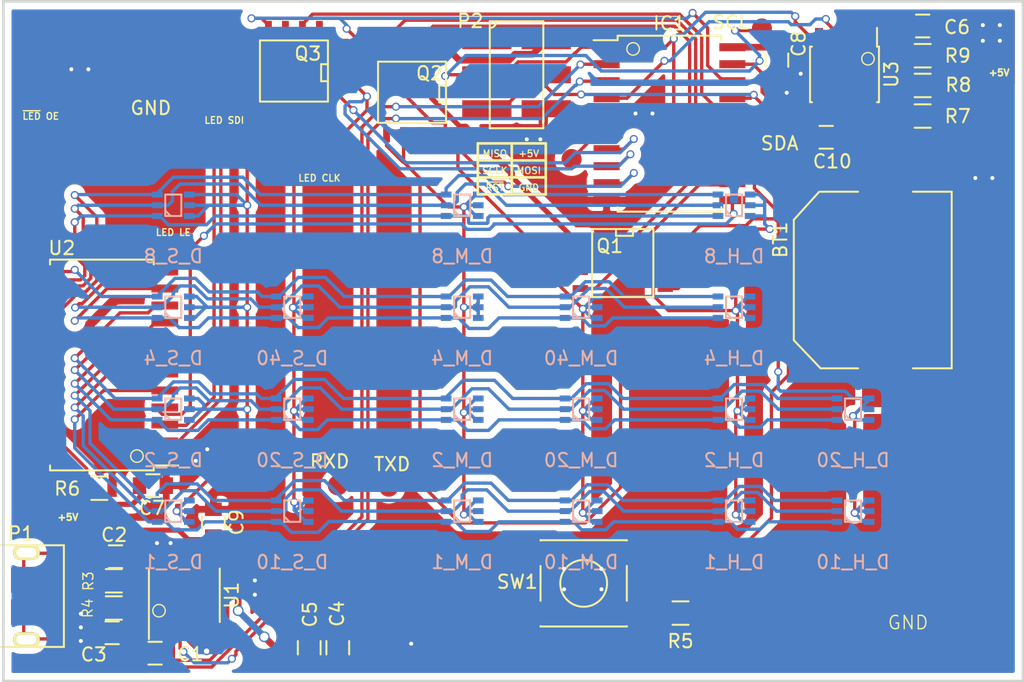
<source format=kicad_pcb>
(kicad_pcb (version 4) (host pcbnew 4.0.4-stable)
  (layers (0 F.Cu signal) (31 B.Cu signal) (34 B.Paste user hide) (35 F.Paste user) (36 B.SilkS user hide) (37 F.SilkS user) (38 B.Mask user hide) (39 F.Mask user hide) (44 Edge.Cuts user))
  (net 0 "")
  (net 1 +5V)
  (net 2 GND)
  (net 3 SEC_ONE_ANO)
  (net 4 SEC_TEN_ANO)
  (net 5 UART_TXD)
  (net 6 UART_RXD)
  (net 7 MIN_ONE_ANO)
  (net 8 MIN_TEN_ANO)
  (net 9 HOU_ONE_ANO)
  (net 10 HOU_TEN_ANO)
  (net 11 "Net-(D_M_10-Pad4)")
  (net 12 "Net-(D_H_1-Pad4)")
  (net 13 /LED_Sheet/BLU_ONE_CAT)
  (net 14 /LED_Sheet/GRE_ONE_CAT)
  (net 15 /LED_Sheet/RED_ONE_CAT)
  (net 16 /LED_Sheet/BLU_TWO_CAT)
  (net 17 /LED_Sheet/GRE_TWO_CAT)
  (net 18 /LED_Sheet/RED_TWO_CAT)
  (net 19 /LED_Sheet/BLU_FOU_CAT)
  (net 20 /LED_Sheet/GRE_FOU_CAT)
  (net 21 /LED_Sheet/RED_FOU_CAT)
  (net 22 /LED_Sheet/BLU_EIG_CAT)
  (net 23 /LED_Sheet/GRE_EIG_CAT)
  (net 24 /LED_Sheet/RED_EIG_CAT)
  (net 25 "Net-(D_H_10-Pad4)")
  (net 26 "Net-(D_M_1-Pad4)")
  (net 27 "Net-(D_S_1-Pad4)")
  (net 28 "Net-(D_S_10-Pad4)")
  (net 29 "Net-(P1-Pad4)")
  (net 30 "Net-(P1-Pad6)")
  (net 31 "Net-(U1-Pad2)")
  (net 32 "Net-(U1-Pad6)")
  (net 33 "Net-(U1-Pad7)")
  (net 34 "Net-(U1-Pad14)")
  (net 35 "Net-(U1-Pad15)")
  (net 36 "Net-(U1-Pad16)")
  (net 37 +BATT)
  (net 38 RTC_SCL)
  (net 39 ~RST)
  (net 40 RTC_SQW)
  (net 41 RTC_SDA)
  (net 42 LEDDRV_SDI)
  (net 43 LEDDRV_CLK)
  (net 44 LEDDRV_LE)
  (net 45 "Net-(R6-Pad1)")
  (net 46 "Net-(U2-Pad22)")
  (net 47 ~LEDDRV_OE)
  (net 48 "Net-(U2-Pad20)")
  (net 49 "Net-(U2-Pad19)")
  (net 50 "Net-(U2-Pad18)")
  (net 51 "Net-(U2-Pad17)")
  (net 52 "Net-(U3-Pad1)")
  (net 53 "Net-(C2-Pad1)")
  (net 54 "Net-(C1-Pad1)")
  (net 55 "Net-(C3-Pad1)")
  (net 56 "Net-(R3-Pad2)")
  (net 57 "Net-(R4-Pad2)")
  (net 58 "Net-(IC1-Pad5)")
  (net 59 "Net-(IC1-Pad6)")
  (module TylerCustom:via-0.6mm (layer F.Cu) (at 176.0728 104.5464)
    (fp_text reference REF** hide)
    (fp_text value via-0.6mm hide)
    (pad 1 thru_hole circle (at 0 0) (size 0.8 0.8) (drill 0.3) (layers *.Cu) (net 2 GND))
  )
  (module TylerCustom:via-0.6mm (layer F.Cu) (at 174.8028 104.5464)
    (fp_text reference REF** hide)
    (fp_text value via-0.6mm hide)
    (pad 1 thru_hole circle (at 0 0) (size 0.8 0.8) (drill 0.3) (layers *.Cu) (net 2 GND))
  )
  (module TylerCustom:via-0.6mm (layer F.Cu) (at 140.716 111.9124)
    (fp_text reference REF** hide)
    (fp_text value via-0.6mm hide)
    (pad 1 thru_hole circle (at 0 0) (size 0.8 0.8) (drill 0.3) (layers *.Cu) (net 2 GND))
  )
  (module TylerCustom:via-0.6mm (layer F.Cu) (at 141.732 111.9124)
    (fp_text reference REF** hide)
    (fp_text value via-0.6mm hide)
    (pad 1 thru_hole circle (at 0 0) (size 0.8 0.8) (drill 0.3) (layers *.Cu) (net 2 GND))
  )
  (module TylerCustom:via-0.6mm (layer F.Cu) (at 120.396 144.8816)
    (fp_text reference REF** hide)
    (fp_text value via-0.6mm hide)
    (pad 1 thru_hole circle (at 0 0) (size 0.8 0.8) (drill 0.3) (layers *.Cu) (net 2 GND))
  )
  (module TylerCustom:via-0.6mm (layer F.Cu) (at 120.396 145.9484)
    (fp_text reference REF** hide)
    (fp_text value via-0.6mm hide)
    (pad 1 thru_hole circle (at 0 0) (size 0.8 0.8) (drill 0.3) (layers *.Cu) (net 2 GND))
  )
  (module TylerCustom:via-0.6mm (layer F.Cu) (at 107.3912 149.4028)
    (fp_text reference REF** hide)
    (fp_text value via-0.6mm hide)
    (pad 1 thru_hole circle (at 0 0) (size 0.8 0.8) (drill 0.3) (layers *.Cu) (net 2 GND))
  )
  (module TylerCustom:via-0.6mm (layer F.Cu) (at 107.3912 148.3868)
    (fp_text reference REF** hide)
    (fp_text value via-0.6mm hide)
    (pad 1 thru_hole circle (at 0 0) (size 0.8 0.8) (drill 0.3) (layers *.Cu) (net 2 GND))
  )
  (module TylerCustom:via-0.6mm (layer F.Cu) (at 107.3912 147.3708)
    (fp_text reference REF** hide)
    (fp_text value via-0.6mm hide)
    (pad 1 thru_hole circle (at 0 0) (size 0.8 0.8) (drill 0.3) (layers *.Cu) (net 2 GND))
  )
  (module TylerCustom:via-0.6mm (layer F.Cu) (at 132.08 149.606)
    (fp_text reference REF** hide)
    (fp_text value via-0.6mm hide)
    (pad 1 thru_hole circle (at 0 0) (size 0.8 0.8) (drill 0.3) (layers *.Cu) (net 2 GND))
  )
  (module TylerCustom:via-0.6mm (layer F.Cu) (at 146.304 145.542)
    (fp_text reference REF** hide)
    (fp_text value via-0.6mm hide)
    (pad 1 thru_hole circle (at 0 0) (size 0.8 0.8) (drill 0.3) (layers *.Cu) (net 2 GND))
  )
  (module TylerCustom:via-0.6mm (layer F.Cu) (at 143.51 145.542)
    (fp_text reference REF** hide)
    (fp_text value via-0.6mm hide)
    (pad 1 thru_hole circle (at 0 0) (size 0.8 0.8) (drill 0.3) (layers *.Cu) (net 2 GND))
  )
  (module TylerCustom:via-0.6mm (layer F.Cu) (at 143.51 144.018)
    (fp_text reference REF** hide)
    (fp_text value via-0.6mm hide)
    (pad 1 thru_hole circle (at 0 0) (size 0.8 0.8) (drill 0.3) (layers *.Cu) (net 2 GND))
  )
  (module TylerCustom:via-0.6mm (layer F.Cu) (at 146.304 144.018)
    (fp_text reference REF** hide)
    (fp_text value via-0.6mm hide)
    (pad 1 thru_hole circle (at 0 0) (size 0.8 0.8) (drill 0.3) (layers *.Cu) (net 2 GND))
  )
  (module TylerCustom:via-0.6mm (layer F.Cu) (at 106.68 106.68)
    (fp_text reference REF** hide)
    (fp_text value via-0.6mm hide)
    (pad 1 thru_hole circle (at 0 0) (size 0.8 0.8) (drill 0.3) (layers *.Cu) (net 2 GND))
  )
  (module TylerCustom:via-0.6mm (layer F.Cu) (at 107.95 106.68)
    (fp_text reference REF** hide)
    (fp_text value via-0.6mm hide)
    (pad 1 thru_hole circle (at 0 0) (size 0.8 0.8) (drill 0.3) (layers *.Cu) (net 2 GND))
  )
  (module TylerCustom:via-0.6mm (layer F.Cu) (at 174.8028 103.378)
    (fp_text reference REF** hide)
    (fp_text value via-0.6mm hide)
    (pad 1 thru_hole circle (at 0 0) (size 0.8 0.8) (drill 0.3) (layers *.Cu) (net 2 GND))
  )
  (module TylerCustom:via-0.6mm (layer F.Cu) (at 176.0728 103.378)
    (fp_text reference REF** hide)
    (fp_text value via-0.6mm hide)
    (pad 1 thru_hole circle (at 0 0) (size 0.8 0.8) (drill 0.3) (layers *.Cu) (net 2 GND))
  )
  (module TylerCustom:via-0.6mm (layer F.Cu) (at 175.514 114.808)
    (fp_text reference REF** hide)
    (fp_text value via-0.6mm hide)
    (pad 1 thru_hole circle (at 0 0) (size 0.8 0.8) (drill 0.3) (layers *.Cu) (net 2 GND))
  )
  (module TylerCustom:via-0.6mm (layer F.Cu) (at 174.244 114.808)
    (fp_text reference REF** hide)
    (fp_text value via-0.6mm hide)
    (pad 1 thru_hole circle (at 0 0) (size 0.8 0.8) (drill 0.3) (layers *.Cu) (net 2 GND))
  )
  (module TylerCustom:via-0.6mm (layer F.Cu) (at 161.1884 107.0102)
    (fp_text reference REF** hide)
    (fp_text value via-0.6mm hide)
    (pad 1 thru_hole circle (at 0 0) (size 0.8 0.8) (drill 0.3) (layers *.Cu) (net 2 GND))
  )
  (module TylerCustom:via-0.6mm (layer F.Cu) (at 160.147 108.4326)
    (fp_text reference REF** hide)
    (fp_text value via-0.6mm hide)
    (pad 1 thru_hole circle (at 0 0) (size 0.8 0.8) (drill 0.3) (layers *.Cu) (net 2 GND))
  )
  (module TylerCustom:via-0.6mm (layer F.Cu) (at 148.844 109.982)
    (fp_text reference REF** hide)
    (fp_text value via-0.6mm hide)
    (pad 1 thru_hole circle (at 0 0) (size 0.8 0.8) (drill 0.3) (layers *.Cu) (net 2 GND))
  )
  (module TylerCustom:via-0.6mm (layer F.Cu) (at 150.114 109.982)
    (fp_text reference REF** hide)
    (fp_text value via-0.6mm hide)
    (pad 1 thru_hole circle (at 0 0) (size 0.8 0.8) (drill 0.3) (layers *.Cu) (net 2 GND))
  )
  (module TylerCustom:via-0.6mm (layer F.Cu) (at 116.84 135.0772)
    (fp_text reference REF** hide)
    (fp_text value via-0.6mm hide)
    (pad 1 thru_hole circle (at 0 0) (size 0.8 0.8) (drill 0.3) (layers *.Cu) (net 2 GND))
  )
  (module TylerCustom:via-0.6mm (layer F.Cu) (at 115.9764 135.9408)
    (fp_text reference REF** hide)
    (fp_text value via-0.6mm hide)
    (pad 1 thru_hole circle (at 0 0) (size 0.8 0.8) (drill 0.3) (layers *.Cu) (net 2 GND))
  )
  (module TylerCustom:via-0.6mm (layer F.Cu) (at 113.0808 142.0876)
    (fp_text reference REF** hide)
    (fp_text value via-0.6mm hide)
    (pad 1 thru_hole circle (at 0 0) (size 0.8 0.8) (drill 0.3) (layers *.Cu) (net 2 GND))
  )
  (module TylerCustom:via-0.6mm (layer F.Cu) (at 114.0968 142.0876)
    (fp_text reference REF** hide)
    (fp_text value via-0.6mm hide)
    (pad 1 thru_hole circle (at 0 0) (size 0.8 0.8) (drill 0.3) (layers *.Cu) (net 2 GND))
  )
  (module Measurement_Points:Measurement_Point_Round-SMD-Pad_Small (layer F.Cu) (at 144.0688 113.3856)
    (fp_text reference W14 hide)
    (fp_text value TEST_1P)
    (pad 1 smd circle (at 0 0) (size 1.5 1.5) (layers F.Cu F.Mask) (net 59 "Net-(IC1-Pad6)"))
  )
  (module Measurement_Points:Measurement_Point_Round-SMD-Pad_Small (layer F.Cu) (at 143.4084 111.506)
    (fp_text reference W13 hide)
    (fp_text value TEST_1P)
    (pad 1 smd circle (at 0 0) (size 1.5 1.5) (layers F.Cu F.Mask) (net 58 "Net-(IC1-Pad5)"))
  )
  (module Capacitors_SMD:C_0805 (layer F.Cu) (at 109.728 148.7932)
    (fp_text reference C3 (at -1.3716 1.6256) (layer F.SilkS))
    (fp_text value "47 pF")
    (pad 1 smd rect (at -1 0) (size 1 1.25) (layers F.Cu F.Paste F.Mask) (net 55 "Net-(C3-Pad1)"))
    (pad 2 smd rect (at 1 0) (size 1 1.25) (layers F.Cu F.Paste F.Mask) (net 2 GND))
  )
  (module Measurement_Points:Measurement_Point_Round-SMD-Pad_Small (layer F.Cu) (at 159.6136 110.5916)
    (fp_text reference W10 hide)
    (fp_text value TEST_1P)
    (pad 1 smd circle (at 0 0) (size 1.5 1.5) (layers F.Cu F.Mask) (net 41 RTC_SDA))
  )
  (module Measurement_Points:Measurement_Point_Round-SMD-Pad_Small (layer F.Cu) (at 158.2928 103.632)
    (fp_text reference W9 hide)
    (fp_text value TEST_1P)
    (pad 1 smd circle (at 0 0) (size 1.5 1.5) (layers F.Cu F.Mask) (net 38 RTC_SCL))
  )
  (module Measurement_Points:Measurement_Point_Round-SMD-Pad_Small (layer F.Cu) (at 130.4036 137.8712)
    (fp_text reference W12 hide)
    (fp_text value TEST_1P)
    (pad 1 smd circle (at 0 0) (size 1.5 1.5) (layers F.Cu F.Mask) (net 5 UART_TXD))
  )
  (module Measurement_Points:Measurement_Point_Round-SMD-Pad_Small (layer F.Cu) (at 126.5936 137.7696)
    (fp_text reference W11 hide)
    (fp_text value TEST_1P)
    (pad 1 smd circle (at 0 0) (size 1.5 1.5) (layers F.Cu F.Mask) (net 6 UART_RXD))
  )
  (module Capacitors_SMD:C_0805 (layer F.Cu) (at 126.5936 149.9108 90)
    (fp_text reference C4 (at 2.54 -0.0508 90) (layer F.SilkS))
    (fp_text value "1 uF")
    (pad 1 smd rect (at -1 0 90) (size 1 1.25) (layers F.Cu F.Paste F.Mask) (net 1 +5V))
    (pad 2 smd rect (at 1 0 90) (size 1 1.25) (layers F.Cu F.Paste F.Mask) (net 2 GND))
  )
  (module Measurement_Points:Measurement_Point_Square-SMD-Pad_Big (layer F.Cu) (at 109.1692 109.6772)
    (fp_text reference W4 hide)
    (fp_text value TEST_1P)
    (pad 1 smd rect (at 0 0) (size 3 3) (layers F.Cu F.Mask) (net 2 GND))
  )
  (module Measurement_Points:Measurement_Point_Square-SMD-Pad_Big (layer F.Cu) (at 173.0756 147.7264)
    (fp_text reference W3 hide)
    (fp_text value TEST_1P)
    (pad 1 smd rect (at 0 0) (size 3 3) (layers F.Cu F.Mask) (net 2 GND))
  )
  (module Capacitors_SMD:C_0805 (layer F.Cu) (at 109.982 143.1036)
    (fp_text reference C2 (at -0.1016 -1.6256) (layer F.SilkS))
    (fp_text value "47 pF")
    (pad 1 smd rect (at -1 0) (size 1 1.25) (layers F.Cu F.Paste F.Mask) (net 53 "Net-(C2-Pad1)"))
    (pad 2 smd rect (at 1 0) (size 1 1.25) (layers F.Cu F.Paste F.Mask) (net 2 GND))
  )
  (module Capacitors_SMD:C_0805 (layer F.Cu) (at 124.46 149.9108 90)
    (fp_text reference C5 (at 2.4892 0.0508 90) (layer F.SilkS))
    (fp_text value "4.7 uF")
    (pad 1 smd rect (at -1 0 90) (size 1 1.25) (layers F.Cu F.Paste F.Mask) (net 1 +5V))
    (pad 2 smd rect (at 1 0 90) (size 1 1.25) (layers F.Cu F.Paste F.Mask) (net 2 GND))
  )
  (module SMD_Packages:SOIC-8-N (layer F.Cu) (at 132.1435 108.3945 180)
    (fp_text reference Q2 (at -1.3081 1.4097 180) (layer F.SilkS))
    (fp_text value DMG9933USD)
    (pad 8 smd rect (at -1.905 -3.175 180) (size 0.508 1.143) (layers F.Cu F.Paste F.Mask) (net 11 "Net-(D_M_10-Pad4)"))
    (pad 7 smd rect (at -0.635 -3.175 180) (size 0.508 1.143) (layers F.Cu F.Paste F.Mask) (net 11 "Net-(D_M_10-Pad4)"))
    (pad 6 smd rect (at 0.635 -3.175 180) (size 0.508 1.143) (layers F.Cu F.Paste F.Mask) (net 26 "Net-(D_M_1-Pad4)"))
    (pad 5 smd rect (at 1.905 -3.175 180) (size 0.508 1.143) (layers F.Cu F.Paste F.Mask) (net 26 "Net-(D_M_1-Pad4)"))
    (pad 4 smd rect (at 1.905 3.175 180) (size 0.508 1.143) (layers F.Cu F.Paste F.Mask) (net 7 MIN_ONE_ANO))
    (pad 3 smd rect (at 0.635 3.175 180) (size 0.508 1.143) (layers F.Cu F.Paste F.Mask) (net 1 +5V))
    (pad 2 smd rect (at -0.635 3.175 180) (size 0.508 1.143) (layers F.Cu F.Paste F.Mask) (net 8 MIN_TEN_ANO))
    (pad 1 smd rect (at -1.905 3.175 180) (size 0.508 1.143) (layers F.Cu F.Paste F.Mask) (net 1 +5V))
  )
  (module TylerCustom:S8201-46R (layer F.Cu) (at 167.5765 122.428 90)
    (fp_text reference BT1 (at 2.9972 -7.9121 90) (layer F.SilkS))
    (fp_text value CR1220)
    (pad 2 smd rect (at 0 0 90) (size 4 4) (layers F.Cu F.Mask) (net 2 GND))
    (pad 1 smd rect (at -7.75 0 90) (size 3.5 3.6) (layers F.Cu F.Paste F.Mask) (net 37 +BATT))
    (pad 1 smd rect (at 7.75 0 90) (size 3.5 3.6) (layers F.Cu F.Paste F.Mask) (net 37 +BATT))
  )
  (module Housings_SOIC:SOIC-8_3.9x4.9mm_Pitch1.27mm (layer F.Cu) (at 164.465 107.061 270)
    (fp_text reference U3 (at 0 -3.5 270) (layer F.SilkS))
    (fp_text value DS3231M)
    (pad 1 smd rect (at -2.7 -1.905 270) (size 1.55 0.6) (layers F.Cu F.Paste F.Mask) (net 52 "Net-(U3-Pad1)"))
    (pad 2 smd rect (at -2.7 -0.635 270) (size 1.55 0.6) (layers F.Cu F.Paste F.Mask) (net 1 +5V))
    (pad 3 smd rect (at -2.7 0.635 270) (size 1.55 0.6) (layers F.Cu F.Paste F.Mask) (net 40 RTC_SQW))
    (pad 4 smd rect (at -2.7 1.905 270) (size 1.55 0.6) (layers F.Cu F.Paste F.Mask) (net 39 ~RST))
    (pad 5 smd rect (at 2.7 1.905 270) (size 1.55 0.6) (layers F.Cu F.Paste F.Mask) (net 2 GND))
    (pad 6 smd rect (at 2.7 0.635 270) (size 1.55 0.6) (layers F.Cu F.Paste F.Mask) (net 37 +BATT))
    (pad 7 smd rect (at 2.7 -0.635 270) (size 1.55 0.6) (layers F.Cu F.Paste F.Mask) (net 41 RTC_SDA))
    (pad 8 smd rect (at 2.7 -1.905 270) (size 1.55 0.6) (layers F.Cu F.Paste F.Mask) (net 38 RTC_SCL))
  )
  (module SMD_Packages:SOIC-8-N (layer F.Cu) (at 147.8915 121.158 270)
    (fp_text reference Q1 (at -1.27 0.9779 360) (layer F.SilkS))
    (fp_text value DMG9933USD)
    (pad 8 smd rect (at -1.905 -3.175 270) (size 0.508 1.143) (layers F.Cu F.Paste F.Mask) (net 12 "Net-(D_H_1-Pad4)"))
    (pad 7 smd rect (at -0.635 -3.175 270) (size 0.508 1.143) (layers F.Cu F.Paste F.Mask) (net 12 "Net-(D_H_1-Pad4)"))
    (pad 6 smd rect (at 0.635 -3.175 270) (size 0.508 1.143) (layers F.Cu F.Paste F.Mask) (net 25 "Net-(D_H_10-Pad4)"))
    (pad 5 smd rect (at 1.905 -3.175 270) (size 0.508 1.143) (layers F.Cu F.Paste F.Mask) (net 25 "Net-(D_H_10-Pad4)"))
    (pad 4 smd rect (at 1.905 3.175 270) (size 0.508 1.143) (layers F.Cu F.Paste F.Mask) (net 10 HOU_TEN_ANO))
    (pad 3 smd rect (at 0.635 3.175 270) (size 0.508 1.143) (layers F.Cu F.Paste F.Mask) (net 1 +5V))
    (pad 2 smd rect (at -0.635 3.175 270) (size 0.508 1.143) (layers F.Cu F.Paste F.Mask) (net 9 HOU_ONE_ANO))
    (pad 1 smd rect (at -1.905 3.175 270) (size 0.508 1.143) (layers F.Cu F.Paste F.Mask) (net 1 +5V))
  )
  (module Housings_SOIC:SOIC-20_7.5x12.8mm_Pitch1.27mm (layer F.Cu) (at 151.384 110.744)
    (fp_text reference IC1 (at 0 -7.5) (layer F.SilkS))
    (fp_text value ATTINY2313A-S)
    (pad 1 smd rect (at -4.7 -5.715) (size 1.95 0.6) (layers F.Cu F.Paste F.Mask) (net 39 ~RST))
    (pad 2 smd rect (at -4.7 -4.445) (size 1.95 0.6) (layers F.Cu F.Paste F.Mask) (net 6 UART_RXD))
    (pad 3 smd rect (at -4.7 -3.175) (size 1.95 0.6) (layers F.Cu F.Paste F.Mask) (net 5 UART_TXD))
    (pad 4 smd rect (at -4.7 -1.905) (size 1.95 0.6) (layers F.Cu F.Paste F.Mask) (net 40 RTC_SQW))
    (pad 5 smd rect (at -4.7 -0.635) (size 1.95 0.6) (layers F.Cu F.Paste F.Mask) (net 58 "Net-(IC1-Pad5)"))
    (pad 6 smd rect (at -4.7 0.635) (size 1.95 0.6) (layers F.Cu F.Paste F.Mask) (net 59 "Net-(IC1-Pad6)"))
    (pad 7 smd rect (at -4.7 1.905) (size 1.95 0.6) (layers F.Cu F.Paste F.Mask) (net 42 LEDDRV_SDI))
    (pad 8 smd rect (at -4.7 3.175) (size 1.95 0.6) (layers F.Cu F.Paste F.Mask) (net 43 LEDDRV_CLK))
    (pad 9 smd rect (at -4.7 4.445) (size 1.95 0.6) (layers F.Cu F.Paste F.Mask) (net 47 ~LEDDRV_OE))
    (pad 10 smd rect (at -4.7 5.715) (size 1.95 0.6) (layers F.Cu F.Paste F.Mask) (net 2 GND))
    (pad 11 smd rect (at 4.7 5.715) (size 1.95 0.6) (layers F.Cu F.Paste F.Mask) (net 44 LEDDRV_LE))
    (pad 12 smd rect (at 4.7 4.445) (size 1.95 0.6) (layers F.Cu F.Paste F.Mask) (net 10 HOU_TEN_ANO))
    (pad 13 smd rect (at 4.7 3.175) (size 1.95 0.6) (layers F.Cu F.Paste F.Mask) (net 9 HOU_ONE_ANO))
    (pad 14 smd rect (at 4.7 1.905) (size 1.95 0.6) (layers F.Cu F.Paste F.Mask) (net 8 MIN_TEN_ANO))
    (pad 15 smd rect (at 4.7 0.635) (size 1.95 0.6) (layers F.Cu F.Paste F.Mask) (net 7 MIN_ONE_ANO))
    (pad 16 smd rect (at 4.7 -0.635) (size 1.95 0.6) (layers F.Cu F.Paste F.Mask) (net 4 SEC_TEN_ANO))
    (pad 17 smd rect (at 4.7 -1.905) (size 1.95 0.6) (layers F.Cu F.Paste F.Mask) (net 41 RTC_SDA))
    (pad 18 smd rect (at 4.7 -3.175) (size 1.95 0.6) (layers F.Cu F.Paste F.Mask) (net 3 SEC_ONE_ANO))
    (pad 19 smd rect (at 4.7 -4.445) (size 1.95 0.6) (layers F.Cu F.Paste F.Mask) (net 38 RTC_SCL))
    (pad 20 smd rect (at 4.7 -5.715) (size 1.95 0.6) (layers F.Cu F.Paste F.Mask) (net 1 +5V))
  )
  (module TylerCustom:CREELED_6 (layer B.Cu) (at 135.89 116.84)
    (fp_text reference D_M_8 (at 0 3.81) (layer B.SilkS) (effects (justify mirror)))
    (fp_text value CLY6D-FKC)
    (pad 6 smd rect (at 1.2 0.8) (size 0.8 0.45) (layers B.Cu B.Paste B.Mask) (net 26 "Net-(D_M_1-Pad4)"))
    (pad 5 smd rect (at 1.2 0) (size 0.8 0.45) (layers B.Cu B.Paste B.Mask) (net 26 "Net-(D_M_1-Pad4)"))
    (pad 4 smd rect (at 1.2 -0.8) (size 0.8 0.45) (layers B.Cu B.Paste B.Mask) (net 26 "Net-(D_M_1-Pad4)"))
    (pad 1 smd rect (at -1.2 0.8) (size 0.8 0.45) (layers B.Cu B.Paste B.Mask) (net 22 /LED_Sheet/BLU_EIG_CAT))
    (pad 2 smd rect (at -1.2 0) (size 0.8 0.45) (layers B.Cu B.Paste B.Mask) (net 23 /LED_Sheet/GRE_EIG_CAT))
    (pad 3 smd rect (at -1.2 -0.8) (size 0.8 0.45) (layers B.Cu B.Paste B.Mask) (net 24 /LED_Sheet/RED_EIG_CAT))
  )
  (module Buttons_Switches_SMD:SW_SPST_PTS645 (layer F.Cu) (at 144.9705 145.0975)
    (fp_text reference SW1 (at -4.9657 -0.1143) (layer F.SilkS))
    (fp_text value SW_PUSH)
    (pad 2 smd rect (at -3.975 2.25) (size 1.55 1.3) (layers F.Cu F.Paste F.Mask) (net 39 ~RST))
    (pad 1 smd rect (at -3.975 -2.25) (size 1.55 1.3) (layers F.Cu F.Paste F.Mask) (net 2 GND))
    (pad 1 smd rect (at 3.975 -2.25) (size 1.55 1.3) (layers F.Cu F.Paste F.Mask) (net 2 GND))
    (pad 2 smd rect (at 3.975 2.25) (size 1.55 1.3) (layers F.Cu F.Paste F.Mask) (net 39 ~RST))
  )
  (module Resistors_SMD:R_0805 (layer F.Cu) (at 152.2095 147.32 180)
    (fp_text reference R5 (at 0 -2.1 180) (layer F.SilkS))
    (fp_text value 1K)
    (pad 1 smd rect (at -0.95 0 180) (size 0.7 1.3) (layers F.Cu F.Paste F.Mask) (net 1 +5V))
    (pad 2 smd rect (at 0.95 0 180) (size 0.7 1.3) (layers F.Cu F.Paste F.Mask) (net 39 ~RST))
  )
  (module Resistors_SMD:R_0805 (layer F.Cu) (at 170.307 105.664 180)
    (fp_text reference R9 (at -2.6162 0 180) (layer F.SilkS))
    (fp_text value 1K)
    (pad 1 smd rect (at -0.95 0 180) (size 0.7 1.3) (layers F.Cu F.Paste F.Mask) (net 1 +5V))
    (pad 2 smd rect (at 0.95 0 180) (size 0.7 1.3) (layers F.Cu F.Paste F.Mask) (net 40 RTC_SQW))
  )
  (module Resistors_SMD:R_0805 (layer F.Cu) (at 170.307 107.8865 180)
    (fp_text reference R8 (at -2.667 0.0381 180) (layer F.SilkS))
    (fp_text value 1K)
    (pad 1 smd rect (at -0.95 0 180) (size 0.7 1.3) (layers F.Cu F.Paste F.Mask) (net 1 +5V))
    (pad 2 smd rect (at 0.95 0 180) (size 0.7 1.3) (layers F.Cu F.Paste F.Mask) (net 41 RTC_SDA))
  )
  (module Resistors_SMD:R_0805 (layer F.Cu) (at 108.7755 137.9855)
    (fp_text reference R6 (at -2.4003 0.0381) (layer F.SilkS))
    (fp_text value 2K)
    (pad 1 smd rect (at -0.95 0) (size 0.7 1.3) (layers F.Cu F.Paste F.Mask) (net 45 "Net-(R6-Pad1)"))
    (pad 2 smd rect (at 0.95 0) (size 0.7 1.3) (layers F.Cu F.Paste F.Mask) (net 2 GND))
  )
  (module Resistors_SMD:R_0805 (layer F.Cu) (at 109.855 144.907)
    (fp_text reference R3 (at -1.905 0.0254 90) (layer F.SilkS) (effects (font (size 0.75 0.75) (thickness 0.1))))
    (fp_text value R27)
    (pad 1 smd rect (at -0.95 0) (size 0.7 1.3) (layers F.Cu F.Paste F.Mask) (net 53 "Net-(C2-Pad1)"))
    (pad 2 smd rect (at 0.95 0) (size 0.7 1.3) (layers F.Cu F.Paste F.Mask) (net 56 "Net-(R3-Pad2)"))
  )
  (module SMD_Packages:SOIC-8-N (layer F.Cu) (at 123.317 106.807 180)
    (fp_text reference Q3 (at -1.0414 1.2954 180) (layer F.SilkS))
    (fp_text value DMG9933USD)
    (pad 8 smd rect (at -1.905 -3.175 180) (size 0.508 1.143) (layers F.Cu F.Paste F.Mask) (net 28 "Net-(D_S_10-Pad4)"))
    (pad 7 smd rect (at -0.635 -3.175 180) (size 0.508 1.143) (layers F.Cu F.Paste F.Mask) (net 28 "Net-(D_S_10-Pad4)"))
    (pad 6 smd rect (at 0.635 -3.175 180) (size 0.508 1.143) (layers F.Cu F.Paste F.Mask) (net 27 "Net-(D_S_1-Pad4)"))
    (pad 5 smd rect (at 1.905 -3.175 180) (size 0.508 1.143) (layers F.Cu F.Paste F.Mask) (net 27 "Net-(D_S_1-Pad4)"))
    (pad 4 smd rect (at 1.905 3.175 180) (size 0.508 1.143) (layers F.Cu F.Paste F.Mask) (net 3 SEC_ONE_ANO))
    (pad 3 smd rect (at 0.635 3.175 180) (size 0.508 1.143) (layers F.Cu F.Paste F.Mask) (net 1 +5V))
    (pad 2 smd rect (at -0.635 3.175 180) (size 0.508 1.143) (layers F.Cu F.Paste F.Mask) (net 4 SEC_TEN_ANO))
    (pad 1 smd rect (at -1.905 3.175 180) (size 0.508 1.143) (layers F.Cu F.Paste F.Mask) (net 1 +5V))
  )
  (module TylerCustom:CREELED_6 (layer B.Cu) (at 123.19 124.46)
    (fp_text reference D_S_40 (at 0 3.81) (layer B.SilkS) (effects (justify mirror)))
    (fp_text value CLY6D-FKC)
    (pad 6 smd rect (at 1.2 0.8) (size 0.8 0.45) (layers B.Cu B.Paste B.Mask) (net 28 "Net-(D_S_10-Pad4)"))
    (pad 5 smd rect (at 1.2 0) (size 0.8 0.45) (layers B.Cu B.Paste B.Mask) (net 28 "Net-(D_S_10-Pad4)"))
    (pad 4 smd rect (at 1.2 -0.8) (size 0.8 0.45) (layers B.Cu B.Paste B.Mask) (net 28 "Net-(D_S_10-Pad4)"))
    (pad 1 smd rect (at -1.2 0.8) (size 0.8 0.45) (layers B.Cu B.Paste B.Mask) (net 19 /LED_Sheet/BLU_FOU_CAT))
    (pad 2 smd rect (at -1.2 0) (size 0.8 0.45) (layers B.Cu B.Paste B.Mask) (net 20 /LED_Sheet/GRE_FOU_CAT))
    (pad 3 smd rect (at -1.2 -0.8) (size 0.8 0.45) (layers B.Cu B.Paste B.Mask) (net 21 /LED_Sheet/RED_FOU_CAT))
  )
  (module TylerCustom:CREELED_6 (layer B.Cu) (at 123.19 132.08)
    (fp_text reference D_S_20 (at 0 3.81) (layer B.SilkS) (effects (justify mirror)))
    (fp_text value CLY6D-FKC)
    (pad 6 smd rect (at 1.2 0.8) (size 0.8 0.45) (layers B.Cu B.Paste B.Mask) (net 28 "Net-(D_S_10-Pad4)"))
    (pad 5 smd rect (at 1.2 0) (size 0.8 0.45) (layers B.Cu B.Paste B.Mask) (net 28 "Net-(D_S_10-Pad4)"))
    (pad 4 smd rect (at 1.2 -0.8) (size 0.8 0.45) (layers B.Cu B.Paste B.Mask) (net 28 "Net-(D_S_10-Pad4)"))
    (pad 1 smd rect (at -1.2 0.8) (size 0.8 0.45) (layers B.Cu B.Paste B.Mask) (net 16 /LED_Sheet/BLU_TWO_CAT))
    (pad 2 smd rect (at -1.2 0) (size 0.8 0.45) (layers B.Cu B.Paste B.Mask) (net 17 /LED_Sheet/GRE_TWO_CAT))
    (pad 3 smd rect (at -1.2 -0.8) (size 0.8 0.45) (layers B.Cu B.Paste B.Mask) (net 18 /LED_Sheet/RED_TWO_CAT))
  )
  (module TylerCustom:CREELED_6 (layer B.Cu) (at 123.19 139.7)
    (fp_text reference D_S_10 (at 0 3.81) (layer B.SilkS) (effects (justify mirror)))
    (fp_text value CLY6D-FKC)
    (pad 6 smd rect (at 1.2 0.8) (size 0.8 0.45) (layers B.Cu B.Paste B.Mask) (net 28 "Net-(D_S_10-Pad4)"))
    (pad 5 smd rect (at 1.2 0) (size 0.8 0.45) (layers B.Cu B.Paste B.Mask) (net 28 "Net-(D_S_10-Pad4)"))
    (pad 4 smd rect (at 1.2 -0.8) (size 0.8 0.45) (layers B.Cu B.Paste B.Mask) (net 28 "Net-(D_S_10-Pad4)"))
    (pad 1 smd rect (at -1.2 0.8) (size 0.8 0.45) (layers B.Cu B.Paste B.Mask) (net 13 /LED_Sheet/BLU_ONE_CAT))
    (pad 2 smd rect (at -1.2 0) (size 0.8 0.45) (layers B.Cu B.Paste B.Mask) (net 14 /LED_Sheet/GRE_ONE_CAT))
    (pad 3 smd rect (at -1.2 -0.8) (size 0.8 0.45) (layers B.Cu B.Paste B.Mask) (net 15 /LED_Sheet/RED_ONE_CAT))
  )
  (module TylerCustom:CREELED_6 (layer B.Cu) (at 114.3 116.84)
    (fp_text reference D_S_8 (at 0 3.81) (layer B.SilkS) (effects (justify mirror)))
    (fp_text value CLY6D-FKC)
    (pad 6 smd rect (at 1.2 0.8) (size 0.8 0.45) (layers B.Cu B.Paste B.Mask) (net 27 "Net-(D_S_1-Pad4)"))
    (pad 5 smd rect (at 1.2 0) (size 0.8 0.45) (layers B.Cu B.Paste B.Mask) (net 27 "Net-(D_S_1-Pad4)"))
    (pad 4 smd rect (at 1.2 -0.8) (size 0.8 0.45) (layers B.Cu B.Paste B.Mask) (net 27 "Net-(D_S_1-Pad4)"))
    (pad 1 smd rect (at -1.2 0.8) (size 0.8 0.45) (layers B.Cu B.Paste B.Mask) (net 22 /LED_Sheet/BLU_EIG_CAT))
    (pad 2 smd rect (at -1.2 0) (size 0.8 0.45) (layers B.Cu B.Paste B.Mask) (net 23 /LED_Sheet/GRE_EIG_CAT))
    (pad 3 smd rect (at -1.2 -0.8) (size 0.8 0.45) (layers B.Cu B.Paste B.Mask) (net 24 /LED_Sheet/RED_EIG_CAT))
  )
  (module TylerCustom:CREELED_6 (layer B.Cu) (at 114.3 124.46)
    (fp_text reference D_S_4 (at 0 3.81) (layer B.SilkS) (effects (justify mirror)))
    (fp_text value CLY6D-FKC)
    (pad 6 smd rect (at 1.2 0.8) (size 0.8 0.45) (layers B.Cu B.Paste B.Mask) (net 27 "Net-(D_S_1-Pad4)"))
    (pad 5 smd rect (at 1.2 0) (size 0.8 0.45) (layers B.Cu B.Paste B.Mask) (net 27 "Net-(D_S_1-Pad4)"))
    (pad 4 smd rect (at 1.2 -0.8) (size 0.8 0.45) (layers B.Cu B.Paste B.Mask) (net 27 "Net-(D_S_1-Pad4)"))
    (pad 1 smd rect (at -1.2 0.8) (size 0.8 0.45) (layers B.Cu B.Paste B.Mask) (net 19 /LED_Sheet/BLU_FOU_CAT))
    (pad 2 smd rect (at -1.2 0) (size 0.8 0.45) (layers B.Cu B.Paste B.Mask) (net 20 /LED_Sheet/GRE_FOU_CAT))
    (pad 3 smd rect (at -1.2 -0.8) (size 0.8 0.45) (layers B.Cu B.Paste B.Mask) (net 21 /LED_Sheet/RED_FOU_CAT))
  )
  (module TylerCustom:CREELED_6 (layer B.Cu) (at 114.3 132.08)
    (fp_text reference D_S_2 (at 0 3.81) (layer B.SilkS) (effects (justify mirror)))
    (fp_text value CLY6D-FKC)
    (pad 6 smd rect (at 1.2 0.8) (size 0.8 0.45) (layers B.Cu B.Paste B.Mask) (net 27 "Net-(D_S_1-Pad4)"))
    (pad 5 smd rect (at 1.2 0) (size 0.8 0.45) (layers B.Cu B.Paste B.Mask) (net 27 "Net-(D_S_1-Pad4)"))
    (pad 4 smd rect (at 1.2 -0.8) (size 0.8 0.45) (layers B.Cu B.Paste B.Mask) (net 27 "Net-(D_S_1-Pad4)"))
    (pad 1 smd rect (at -1.2 0.8) (size 0.8 0.45) (layers B.Cu B.Paste B.Mask) (net 16 /LED_Sheet/BLU_TWO_CAT))
    (pad 2 smd rect (at -1.2 0) (size 0.8 0.45) (layers B.Cu B.Paste B.Mask) (net 17 /LED_Sheet/GRE_TWO_CAT))
    (pad 3 smd rect (at -1.2 -0.8) (size 0.8 0.45) (layers B.Cu B.Paste B.Mask) (net 18 /LED_Sheet/RED_TWO_CAT))
  )
  (module TylerCustom:CREELED_6 (layer B.Cu) (at 114.3 139.7)
    (fp_text reference D_S_1 (at 0 3.81) (layer B.SilkS) (effects (justify mirror)))
    (fp_text value CLY6D-FKC)
    (pad 6 smd rect (at 1.2 0.8) (size 0.8 0.45) (layers B.Cu B.Paste B.Mask) (net 27 "Net-(D_S_1-Pad4)"))
    (pad 5 smd rect (at 1.2 0) (size 0.8 0.45) (layers B.Cu B.Paste B.Mask) (net 27 "Net-(D_S_1-Pad4)"))
    (pad 4 smd rect (at 1.2 -0.8) (size 0.8 0.45) (layers B.Cu B.Paste B.Mask) (net 27 "Net-(D_S_1-Pad4)"))
    (pad 1 smd rect (at -1.2 0.8) (size 0.8 0.45) (layers B.Cu B.Paste B.Mask) (net 13 /LED_Sheet/BLU_ONE_CAT))
    (pad 2 smd rect (at -1.2 0) (size 0.8 0.45) (layers B.Cu B.Paste B.Mask) (net 14 /LED_Sheet/GRE_ONE_CAT))
    (pad 3 smd rect (at -1.2 -0.8) (size 0.8 0.45) (layers B.Cu B.Paste B.Mask) (net 15 /LED_Sheet/RED_ONE_CAT))
  )
  (module TylerCustom:CREELED_6 (layer B.Cu) (at 144.78 124.46)
    (fp_text reference D_M_40 (at 0 3.81) (layer B.SilkS) (effects (justify mirror)))
    (fp_text value CLY6D-FKC)
    (pad 6 smd rect (at 1.2 0.8) (size 0.8 0.45) (layers B.Cu B.Paste B.Mask) (net 11 "Net-(D_M_10-Pad4)"))
    (pad 5 smd rect (at 1.2 0) (size 0.8 0.45) (layers B.Cu B.Paste B.Mask) (net 11 "Net-(D_M_10-Pad4)"))
    (pad 4 smd rect (at 1.2 -0.8) (size 0.8 0.45) (layers B.Cu B.Paste B.Mask) (net 11 "Net-(D_M_10-Pad4)"))
    (pad 1 smd rect (at -1.2 0.8) (size 0.8 0.45) (layers B.Cu B.Paste B.Mask) (net 19 /LED_Sheet/BLU_FOU_CAT))
    (pad 2 smd rect (at -1.2 0) (size 0.8 0.45) (layers B.Cu B.Paste B.Mask) (net 20 /LED_Sheet/GRE_FOU_CAT))
    (pad 3 smd rect (at -1.2 -0.8) (size 0.8 0.45) (layers B.Cu B.Paste B.Mask) (net 21 /LED_Sheet/RED_FOU_CAT))
  )
  (module TylerCustom:CREELED_6 (layer B.Cu) (at 144.78 132.08)
    (fp_text reference D_M_20 (at 0 3.81) (layer B.SilkS) (effects (justify mirror)))
    (fp_text value CLY6D-FKC)
    (pad 6 smd rect (at 1.2 0.8) (size 0.8 0.45) (layers B.Cu B.Paste B.Mask) (net 11 "Net-(D_M_10-Pad4)"))
    (pad 5 smd rect (at 1.2 0) (size 0.8 0.45) (layers B.Cu B.Paste B.Mask) (net 11 "Net-(D_M_10-Pad4)"))
    (pad 4 smd rect (at 1.2 -0.8) (size 0.8 0.45) (layers B.Cu B.Paste B.Mask) (net 11 "Net-(D_M_10-Pad4)"))
    (pad 1 smd rect (at -1.2 0.8) (size 0.8 0.45) (layers B.Cu B.Paste B.Mask) (net 16 /LED_Sheet/BLU_TWO_CAT))
    (pad 2 smd rect (at -1.2 0) (size 0.8 0.45) (layers B.Cu B.Paste B.Mask) (net 17 /LED_Sheet/GRE_TWO_CAT))
    (pad 3 smd rect (at -1.2 -0.8) (size 0.8 0.45) (layers B.Cu B.Paste B.Mask) (net 18 /LED_Sheet/RED_TWO_CAT))
  )
  (module TylerCustom:CREELED_6 (layer B.Cu) (at 144.78 139.7)
    (fp_text reference D_M_10 (at 0 3.81) (layer B.SilkS) (effects (justify mirror)))
    (fp_text value CLY6D-FKC)
    (pad 6 smd rect (at 1.2 0.8) (size 0.8 0.45) (layers B.Cu B.Paste B.Mask) (net 11 "Net-(D_M_10-Pad4)"))
    (pad 5 smd rect (at 1.2 0) (size 0.8 0.45) (layers B.Cu B.Paste B.Mask) (net 11 "Net-(D_M_10-Pad4)"))
    (pad 4 smd rect (at 1.2 -0.8) (size 0.8 0.45) (layers B.Cu B.Paste B.Mask) (net 11 "Net-(D_M_10-Pad4)"))
    (pad 1 smd rect (at -1.2 0.8) (size 0.8 0.45) (layers B.Cu B.Paste B.Mask) (net 13 /LED_Sheet/BLU_ONE_CAT))
    (pad 2 smd rect (at -1.2 0) (size 0.8 0.45) (layers B.Cu B.Paste B.Mask) (net 14 /LED_Sheet/GRE_ONE_CAT))
    (pad 3 smd rect (at -1.2 -0.8) (size 0.8 0.45) (layers B.Cu B.Paste B.Mask) (net 15 /LED_Sheet/RED_ONE_CAT))
  )
  (module TylerCustom:CREELED_6 (layer B.Cu) (at 135.89 124.46)
    (fp_text reference D_M_4 (at 0 3.81) (layer B.SilkS) (effects (justify mirror)))
    (fp_text value CLY6D-FKC)
    (pad 6 smd rect (at 1.2 0.8) (size 0.8 0.45) (layers B.Cu B.Paste B.Mask) (net 26 "Net-(D_M_1-Pad4)"))
    (pad 5 smd rect (at 1.2 0) (size 0.8 0.45) (layers B.Cu B.Paste B.Mask) (net 26 "Net-(D_M_1-Pad4)"))
    (pad 4 smd rect (at 1.2 -0.8) (size 0.8 0.45) (layers B.Cu B.Paste B.Mask) (net 26 "Net-(D_M_1-Pad4)"))
    (pad 1 smd rect (at -1.2 0.8) (size 0.8 0.45) (layers B.Cu B.Paste B.Mask) (net 19 /LED_Sheet/BLU_FOU_CAT))
    (pad 2 smd rect (at -1.2 0) (size 0.8 0.45) (layers B.Cu B.Paste B.Mask) (net 20 /LED_Sheet/GRE_FOU_CAT))
    (pad 3 smd rect (at -1.2 -0.8) (size 0.8 0.45) (layers B.Cu B.Paste B.Mask) (net 21 /LED_Sheet/RED_FOU_CAT))
  )
  (module TylerCustom:CREELED_6 (layer B.Cu) (at 135.89 132.08)
    (fp_text reference D_M_2 (at 0 3.81) (layer B.SilkS) (effects (justify mirror)))
    (fp_text value CLY6D-FKC)
    (pad 6 smd rect (at 1.2 0.8) (size 0.8 0.45) (layers B.Cu B.Paste B.Mask) (net 26 "Net-(D_M_1-Pad4)"))
    (pad 5 smd rect (at 1.2 0) (size 0.8 0.45) (layers B.Cu B.Paste B.Mask) (net 26 "Net-(D_M_1-Pad4)"))
    (pad 4 smd rect (at 1.2 -0.8) (size 0.8 0.45) (layers B.Cu B.Paste B.Mask) (net 26 "Net-(D_M_1-Pad4)"))
    (pad 1 smd rect (at -1.2 0.8) (size 0.8 0.45) (layers B.Cu B.Paste B.Mask) (net 16 /LED_Sheet/BLU_TWO_CAT))
    (pad 2 smd rect (at -1.2 0) (size 0.8 0.45) (layers B.Cu B.Paste B.Mask) (net 17 /LED_Sheet/GRE_TWO_CAT))
    (pad 3 smd rect (at -1.2 -0.8) (size 0.8 0.45) (layers B.Cu B.Paste B.Mask) (net 18 /LED_Sheet/RED_TWO_CAT))
  )
  (module TylerCustom:CREELED_6 (layer B.Cu) (at 135.89 139.7)
    (fp_text reference D_M_1 (at 0 3.81) (layer B.SilkS) (effects (justify mirror)))
    (fp_text value CLY6D-FKC)
    (pad 6 smd rect (at 1.2 0.8) (size 0.8 0.45) (layers B.Cu B.Paste B.Mask) (net 26 "Net-(D_M_1-Pad4)"))
    (pad 5 smd rect (at 1.2 0) (size 0.8 0.45) (layers B.Cu B.Paste B.Mask) (net 26 "Net-(D_M_1-Pad4)"))
    (pad 4 smd rect (at 1.2 -0.8) (size 0.8 0.45) (layers B.Cu B.Paste B.Mask) (net 26 "Net-(D_M_1-Pad4)"))
    (pad 1 smd rect (at -1.2 0.8) (size 0.8 0.45) (layers B.Cu B.Paste B.Mask) (net 13 /LED_Sheet/BLU_ONE_CAT))
    (pad 2 smd rect (at -1.2 0) (size 0.8 0.45) (layers B.Cu B.Paste B.Mask) (net 14 /LED_Sheet/GRE_ONE_CAT))
    (pad 3 smd rect (at -1.2 -0.8) (size 0.8 0.45) (layers B.Cu B.Paste B.Mask) (net 15 /LED_Sheet/RED_ONE_CAT))
  )
  (module TylerCustom:CREELED_6 (layer B.Cu) (at 165.1 132.08)
    (fp_text reference D_H_20 (at 0 3.81) (layer B.SilkS) (effects (justify mirror)))
    (fp_text value CLY6D-FKC)
    (pad 6 smd rect (at 1.2 0.8) (size 0.8 0.45) (layers B.Cu B.Paste B.Mask) (net 25 "Net-(D_H_10-Pad4)"))
    (pad 5 smd rect (at 1.2 0) (size 0.8 0.45) (layers B.Cu B.Paste B.Mask) (net 25 "Net-(D_H_10-Pad4)"))
    (pad 4 smd rect (at 1.2 -0.8) (size 0.8 0.45) (layers B.Cu B.Paste B.Mask) (net 25 "Net-(D_H_10-Pad4)"))
    (pad 1 smd rect (at -1.2 0.8) (size 0.8 0.45) (layers B.Cu B.Paste B.Mask) (net 16 /LED_Sheet/BLU_TWO_CAT))
    (pad 2 smd rect (at -1.2 0) (size 0.8 0.45) (layers B.Cu B.Paste B.Mask) (net 17 /LED_Sheet/GRE_TWO_CAT))
    (pad 3 smd rect (at -1.2 -0.8) (size 0.8 0.45) (layers B.Cu B.Paste B.Mask) (net 18 /LED_Sheet/RED_TWO_CAT))
  )
  (module TylerCustom:CREELED_6 (layer B.Cu) (at 165.1 139.7)
    (fp_text reference D_H_10 (at 0 3.81) (layer B.SilkS) (effects (justify mirror)))
    (fp_text value CLY6D-FKC)
    (pad 6 smd rect (at 1.2 0.8) (size 0.8 0.45) (layers B.Cu B.Paste B.Mask) (net 25 "Net-(D_H_10-Pad4)"))
    (pad 5 smd rect (at 1.2 0) (size 0.8 0.45) (layers B.Cu B.Paste B.Mask) (net 25 "Net-(D_H_10-Pad4)"))
    (pad 4 smd rect (at 1.2 -0.8) (size 0.8 0.45) (layers B.Cu B.Paste B.Mask) (net 25 "Net-(D_H_10-Pad4)"))
    (pad 1 smd rect (at -1.2 0.8) (size 0.8 0.45) (layers B.Cu B.Paste B.Mask) (net 13 /LED_Sheet/BLU_ONE_CAT))
    (pad 2 smd rect (at -1.2 0) (size 0.8 0.45) (layers B.Cu B.Paste B.Mask) (net 14 /LED_Sheet/GRE_ONE_CAT))
    (pad 3 smd rect (at -1.2 -0.8) (size 0.8 0.45) (layers B.Cu B.Paste B.Mask) (net 15 /LED_Sheet/RED_ONE_CAT))
  )
  (module TylerCustom:CREELED_6 (layer B.Cu) (at 156.21 116.84)
    (fp_text reference D_H_8 (at 0 3.81) (layer B.SilkS) (effects (justify mirror)))
    (fp_text value CLY6D-FKC)
    (pad 6 smd rect (at 1.2 0.8) (size 0.8 0.45) (layers B.Cu B.Paste B.Mask) (net 12 "Net-(D_H_1-Pad4)"))
    (pad 5 smd rect (at 1.2 0) (size 0.8 0.45) (layers B.Cu B.Paste B.Mask) (net 12 "Net-(D_H_1-Pad4)"))
    (pad 4 smd rect (at 1.2 -0.8) (size 0.8 0.45) (layers B.Cu B.Paste B.Mask) (net 12 "Net-(D_H_1-Pad4)"))
    (pad 1 smd rect (at -1.2 0.8) (size 0.8 0.45) (layers B.Cu B.Paste B.Mask) (net 22 /LED_Sheet/BLU_EIG_CAT))
    (pad 2 smd rect (at -1.2 0) (size 0.8 0.45) (layers B.Cu B.Paste B.Mask) (net 23 /LED_Sheet/GRE_EIG_CAT))
    (pad 3 smd rect (at -1.2 -0.8) (size 0.8 0.45) (layers B.Cu B.Paste B.Mask) (net 24 /LED_Sheet/RED_EIG_CAT))
  )
  (module TylerCustom:CREELED_6 (layer B.Cu) (at 156.21 124.46)
    (fp_text reference D_H_4 (at 0 3.81) (layer B.SilkS) (effects (justify mirror)))
    (fp_text value CLY6D-FKC)
    (pad 6 smd rect (at 1.2 0.8) (size 0.8 0.45) (layers B.Cu B.Paste B.Mask) (net 12 "Net-(D_H_1-Pad4)"))
    (pad 5 smd rect (at 1.2 0) (size 0.8 0.45) (layers B.Cu B.Paste B.Mask) (net 12 "Net-(D_H_1-Pad4)"))
    (pad 4 smd rect (at 1.2 -0.8) (size 0.8 0.45) (layers B.Cu B.Paste B.Mask) (net 12 "Net-(D_H_1-Pad4)"))
    (pad 1 smd rect (at -1.2 0.8) (size 0.8 0.45) (layers B.Cu B.Paste B.Mask) (net 19 /LED_Sheet/BLU_FOU_CAT))
    (pad 2 smd rect (at -1.2 0) (size 0.8 0.45) (layers B.Cu B.Paste B.Mask) (net 20 /LED_Sheet/GRE_FOU_CAT))
    (pad 3 smd rect (at -1.2 -0.8) (size 0.8 0.45) (layers B.Cu B.Paste B.Mask) (net 21 /LED_Sheet/RED_FOU_CAT))
  )
  (module TylerCustom:CREELED_6 (layer B.Cu) (at 156.21 132.08)
    (fp_text reference D_H_2 (at 0 3.81) (layer B.SilkS) (effects (justify mirror)))
    (fp_text value CLY6D-FKC)
    (pad 6 smd rect (at 1.2 0.8) (size 0.8 0.45) (layers B.Cu B.Paste B.Mask) (net 12 "Net-(D_H_1-Pad4)"))
    (pad 5 smd rect (at 1.2 0) (size 0.8 0.45) (layers B.Cu B.Paste B.Mask) (net 12 "Net-(D_H_1-Pad4)"))
    (pad 4 smd rect (at 1.2 -0.8) (size 0.8 0.45) (layers B.Cu B.Paste B.Mask) (net 12 "Net-(D_H_1-Pad4)"))
    (pad 1 smd rect (at -1.2 0.8) (size 0.8 0.45) (layers B.Cu B.Paste B.Mask) (net 16 /LED_Sheet/BLU_TWO_CAT))
    (pad 2 smd rect (at -1.2 0) (size 0.8 0.45) (layers B.Cu B.Paste B.Mask) (net 17 /LED_Sheet/GRE_TWO_CAT))
    (pad 3 smd rect (at -1.2 -0.8) (size 0.8 0.45) (layers B.Cu B.Paste B.Mask) (net 18 /LED_Sheet/RED_TWO_CAT))
  )
  (module TylerCustom:CREELED_6 (layer B.Cu) (at 156.21 139.7)
    (fp_text reference D_H_1 (at 0 3.81) (layer B.SilkS) (effects (justify mirror)))
    (fp_text value CLY6D-FKC)
    (pad 6 smd rect (at 1.2 0.8) (size 0.8 0.45) (layers B.Cu B.Paste B.Mask) (net 12 "Net-(D_H_1-Pad4)"))
    (pad 5 smd rect (at 1.2 0) (size 0.8 0.45) (layers B.Cu B.Paste B.Mask) (net 12 "Net-(D_H_1-Pad4)"))
    (pad 4 smd rect (at 1.2 -0.8) (size 0.8 0.45) (layers B.Cu B.Paste B.Mask) (net 12 "Net-(D_H_1-Pad4)"))
    (pad 1 smd rect (at -1.2 0.8) (size 0.8 0.45) (layers B.Cu B.Paste B.Mask) (net 13 /LED_Sheet/BLU_ONE_CAT))
    (pad 2 smd rect (at -1.2 0) (size 0.8 0.45) (layers B.Cu B.Paste B.Mask) (net 14 /LED_Sheet/GRE_ONE_CAT))
    (pad 3 smd rect (at -1.2 -0.8) (size 0.8 0.45) (layers B.Cu B.Paste B.Mask) (net 15 /LED_Sheet/RED_ONE_CAT))
  )
  (module Resistors_SMD:R_0805 (layer F.Cu) (at 109.855 146.939)
    (fp_text reference R4 (at -1.9558 0.0254 90) (layer F.SilkS) (effects (font (size 0.75 0.75) (thickness 0.1))))
    (fp_text value R27)
    (pad 1 smd rect (at -0.95 0) (size 0.7 1.3) (layers F.Cu F.Paste F.Mask) (net 55 "Net-(C3-Pad1)"))
    (pad 2 smd rect (at 0.95 0) (size 0.7 1.3) (layers F.Cu F.Paste F.Mask) (net 57 "Net-(R4-Pad2)"))
  )
  (module TylerCustom:2013499-1 (layer F.Cu) (at 103.124 146.05 270)
    (fp_text reference P1 (at -4.6736 0.2032 360) (layer F.SilkS))
    (fp_text value USB_OTG)
    (pad 5 smd rect (at 1.3 -2.675 270) (size 0.4 1.35) (layers F.Cu F.Paste F.Mask) (net 2 GND))
    (pad 4 smd rect (at 0.65 -2.675 270) (size 0.4 1.35) (layers F.Cu F.Paste F.Mask) (net 29 "Net-(P1-Pad4)"))
    (pad 1 smd rect (at -1.3 -2.675 270) (size 0.4 1.35) (layers F.Cu F.Paste F.Mask) (net 1 +5V))
    (pad 2 smd rect (at -0.65 -2.675 270) (size 0.4 1.35) (layers F.Cu F.Paste F.Mask) (net 53 "Net-(C2-Pad1)"))
    (pad 6 smd rect (at -3.2 -2.45 270) (size 1.6 1.4) (layers F.Cu F.Paste F.Mask) (net 30 "Net-(P1-Pad6)"))
    (pad 6 smd rect (at -1.2 0 270) (size 1.9 1.9) (layers F.Cu F.Paste F.Mask) (net 30 "Net-(P1-Pad6)"))
    (pad 6 thru_hole oval (at -3.255 -0.2 270) (size 1.12 2) (drill oval 0.72 1.5) (layers *.Cu *.Mask F.SilkS) (net 30 "Net-(P1-Pad6)"))
    (pad 6 thru_hole oval (at 3.255 -0.2 270) (size 1.12 2) (drill oval 0.72 1.5) (layers *.Cu *.Mask F.SilkS) (net 30 "Net-(P1-Pad6)"))
    (pad 6 smd rect (at 1.2 0 270) (size 1.9 1.9) (layers F.Cu F.Paste F.Mask) (net 30 "Net-(P1-Pad6)"))
    (pad 6 smd rect (at 3.2 -2.45 270) (size 1.6 1.4) (layers F.Cu F.Paste F.Mask) (net 30 "Net-(P1-Pad6)"))
    (pad 3 smd rect (at 0 -2.675 270) (size 0.4 1.35) (layers F.Cu F.Paste F.Mask) (net 55 "Net-(C3-Pad1)"))
  )
  (module Resistors_SMD:R_0805 (layer F.Cu) (at 170.307 110.1725 180)
    (fp_text reference R7 (at -2.6162 -0.0127 180) (layer F.SilkS))
    (fp_text value 1K)
    (pad 1 smd rect (at -0.95 0 180) (size 0.7 1.3) (layers F.Cu F.Paste F.Mask) (net 1 +5V))
    (pad 2 smd rect (at 0.95 0 180) (size 0.7 1.3) (layers F.Cu F.Paste F.Mask) (net 38 RTC_SCL))
  )
  (module Measurement_Points:Measurement_Point_Round-SMD-Pad_Small (layer F.Cu) (at 124.968 113.538)
    (fp_text reference W8 hide)
    (fp_text value TEST_1P)
    (pad 1 smd circle (at 0 0) (size 1.5 1.5) (layers F.Cu F.Mask) (net 43 LEDDRV_CLK))
  )
  (module Measurement_Points:Measurement_Point_Round-SMD-Pad_Small (layer F.Cu) (at 104.902 108.712)
    (fp_text reference W6 hide)
    (fp_text value TEST_1P)
    (pad 1 smd circle (at 0 0) (size 1.5 1.5) (layers F.Cu F.Mask) (net 47 ~LEDDRV_OE))
  )
  (module Measurement_Points:Measurement_Point_Round-SMD-Pad_Small (layer F.Cu) (at 120.142 111.76)
    (fp_text reference W7 hide)
    (fp_text value TEST_1P)
    (pad 1 smd circle (at 0 0) (size 1.5 1.5) (layers F.Cu F.Mask) (net 42 LEDDRV_SDI))
  )
  (module Measurement_Points:Measurement_Point_Round-SMD-Pad_Small (layer F.Cu) (at 115.316 120.142)
    (fp_text reference W5 hide)
    (fp_text value TEST_1P)
    (pad 1 smd circle (at 0 0) (size 1.5 1.5) (layers F.Cu F.Mask) (net 44 LEDDRV_LE))
  )
  (module Measurement_Points:Measurement_Point_Round-SMD-Pad_Small (layer F.Cu) (at 104.902 140.208)
    (fp_text reference W2 hide)
    (fp_text value TEST_1P)
    (pad 1 smd circle (at 0 0) (size 1.5 1.5) (layers F.Cu F.Mask) (net 1 +5V))
  )
  (module Measurement_Points:Measurement_Point_Round-SMD-Pad_Small (layer F.Cu) (at 175.768 108.204)
    (fp_text reference W1 hide)
    (fp_text value TEST_1P)
    (pad 1 smd circle (at 0 0) (size 1.5 1.5) (layers F.Cu F.Mask) (net 1 +5V))
  )
  (module Housings_SOIC:SOIC-24_7.5x15.4mm_Pitch1.27mm (layer F.Cu) (at 108.966 128.778 180)
    (fp_text reference U2 (at 2.9972 8.7376 180) (layer F.SilkS))
    (fp_text value STP16CPC26)
    (pad 1 smd rect (at -4.7 -6.985 180) (size 2 0.6) (layers F.Cu F.Paste F.Mask) (net 2 GND))
    (pad 2 smd rect (at -4.7 -5.715 180) (size 2 0.6) (layers F.Cu F.Paste F.Mask) (net 42 LEDDRV_SDI))
    (pad 3 smd rect (at -4.7 -4.445 180) (size 2 0.6) (layers F.Cu F.Paste F.Mask) (net 43 LEDDRV_CLK))
    (pad 4 smd rect (at -4.7 -3.175 180) (size 2 0.6) (layers F.Cu F.Paste F.Mask) (net 44 LEDDRV_LE))
    (pad 5 smd rect (at -4.7 -1.905 180) (size 2 0.6) (layers F.Cu F.Paste F.Mask) (net 13 /LED_Sheet/BLU_ONE_CAT))
    (pad 6 smd rect (at -4.7 -0.635 180) (size 2 0.6) (layers F.Cu F.Paste F.Mask) (net 14 /LED_Sheet/GRE_ONE_CAT))
    (pad 7 smd rect (at -4.7 0.635 180) (size 2 0.6) (layers F.Cu F.Paste F.Mask) (net 15 /LED_Sheet/RED_ONE_CAT))
    (pad 8 smd rect (at -4.7 1.905 180) (size 2 0.6) (layers F.Cu F.Paste F.Mask) (net 16 /LED_Sheet/BLU_TWO_CAT))
    (pad 9 smd rect (at -4.7 3.175 180) (size 2 0.6) (layers F.Cu F.Paste F.Mask) (net 17 /LED_Sheet/GRE_TWO_CAT))
    (pad 10 smd rect (at -4.7 4.445 180) (size 2 0.6) (layers F.Cu F.Paste F.Mask) (net 18 /LED_Sheet/RED_TWO_CAT))
    (pad 11 smd rect (at -4.7 5.715 180) (size 2 0.6) (layers F.Cu F.Paste F.Mask) (net 19 /LED_Sheet/BLU_FOU_CAT))
    (pad 12 smd rect (at -4.7 6.985 180) (size 2 0.6) (layers F.Cu F.Paste F.Mask) (net 20 /LED_Sheet/GRE_FOU_CAT))
    (pad 13 smd rect (at 4.7 6.985 180) (size 2 0.6) (layers F.Cu F.Paste F.Mask) (net 21 /LED_Sheet/RED_FOU_CAT))
    (pad 14 smd rect (at 4.7 5.715 180) (size 2 0.6) (layers F.Cu F.Paste F.Mask) (net 22 /LED_Sheet/BLU_EIG_CAT))
    (pad 15 smd rect (at 4.7 4.445 180) (size 2 0.6) (layers F.Cu F.Paste F.Mask) (net 23 /LED_Sheet/GRE_EIG_CAT))
    (pad 16 smd rect (at 4.7 3.175 180) (size 2 0.6) (layers F.Cu F.Paste F.Mask) (net 24 /LED_Sheet/RED_EIG_CAT))
    (pad 17 smd rect (at 4.7 1.905 180) (size 2 0.6) (layers F.Cu F.Paste F.Mask) (net 51 "Net-(U2-Pad17)"))
    (pad 18 smd rect (at 4.7 0.635 180) (size 2 0.6) (layers F.Cu F.Paste F.Mask) (net 50 "Net-(U2-Pad18)"))
    (pad 19 smd rect (at 4.7 -0.635 180) (size 2 0.6) (layers F.Cu F.Paste F.Mask) (net 49 "Net-(U2-Pad19)"))
    (pad 20 smd rect (at 4.7 -1.905 180) (size 2 0.6) (layers F.Cu F.Paste F.Mask) (net 48 "Net-(U2-Pad20)"))
    (pad 21 smd rect (at 4.7 -3.175 180) (size 2 0.6) (layers F.Cu F.Paste F.Mask) (net 47 ~LEDDRV_OE))
    (pad 22 smd rect (at 4.7 -4.445 180) (size 2 0.6) (layers F.Cu F.Paste F.Mask) (net 46 "Net-(U2-Pad22)"))
    (pad 23 smd rect (at 4.7 -5.715 180) (size 2 0.6) (layers F.Cu F.Paste F.Mask) (net 45 "Net-(R6-Pad1)"))
    (pad 24 smd rect (at 4.7 -6.985 180) (size 2 0.6) (layers F.Cu F.Paste F.Mask) (net 1 +5V))
  )
  (module TylerCustom:2x3_header_smd_0.1in (layer F.Cu) (at 139.954 107.0864 270)
    (fp_text reference P2 (at -4.0132 3.4544 360) (layer F.SilkS))
    (fp_text value CONN_02X03)
    (pad 2 smd rect (at -2.54 -2.22 270) (size 1.27 3.68) (layers F.Cu F.Paste F.Mask) (net 1 +5V))
    (pad 4 smd rect (at 0 -2.22 270) (size 1.27 3.68) (layers F.Cu F.Paste F.Mask) (net 41 RTC_SDA))
    (pad 6 smd rect (at 2.54 -2.22 270) (size 1.27 3.68) (layers F.Cu F.Paste F.Mask) (net 2 GND))
    (pad 5 smd rect (at 2.54 2.22 270) (size 1.27 3.68) (layers F.Cu F.Paste F.Mask) (net 39 ~RST))
    (pad 3 smd rect (at 0 2.22 270) (size 1.27 3.68) (layers F.Cu F.Paste F.Mask) (net 38 RTC_SCL))
    (pad 1 smd rect (at -2.54 2.22 270) (size 1.27 3.68) (layers F.Cu F.Paste F.Mask) (net 3 SEC_ONE_ANO))
  )
  (module Housings_SSOP:SSOP-16_3.9x4.9mm_Pitch0.635mm (layer F.Cu) (at 115.1255 145.9865 90)
    (fp_text reference U1 (at 0 3.5433 90) (layer F.SilkS))
    (fp_text value FT230XS)
    (pad 1 smd rect (at -2.6 -2.2225 90) (size 1.2 0.4) (layers F.Cu F.Paste F.Mask) (net 6 UART_RXD))
    (pad 2 smd rect (at -2.6 -1.5875 90) (size 1.2 0.4) (layers F.Cu F.Paste F.Mask) (net 31 "Net-(U1-Pad2)"))
    (pad 3 smd rect (at -2.6 -0.9525 90) (size 1.2 0.4) (layers F.Cu F.Paste F.Mask) (net 54 "Net-(C1-Pad1)"))
    (pad 4 smd rect (at -2.6 -0.3175 90) (size 1.2 0.4) (layers F.Cu F.Paste F.Mask) (net 5 UART_TXD))
    (pad 5 smd rect (at -2.6 0.3175 90) (size 1.2 0.4) (layers F.Cu F.Paste F.Mask) (net 2 GND))
    (pad 6 smd rect (at -2.6 0.9525 90) (size 1.2 0.4) (layers F.Cu F.Paste F.Mask) (net 32 "Net-(U1-Pad6)"))
    (pad 7 smd rect (at -2.6 1.5875 90) (size 1.2 0.4) (layers F.Cu F.Paste F.Mask) (net 33 "Net-(U1-Pad7)"))
    (pad 8 smd rect (at -2.6 2.2225 90) (size 1.2 0.4) (layers F.Cu F.Paste F.Mask) (net 57 "Net-(R4-Pad2)"))
    (pad 9 smd rect (at 2.6 2.2225 90) (size 1.2 0.4) (layers F.Cu F.Paste F.Mask) (net 56 "Net-(R3-Pad2)"))
    (pad 10 smd rect (at 2.6 1.5875 90) (size 1.2 0.4) (layers F.Cu F.Paste F.Mask) (net 54 "Net-(C1-Pad1)"))
    (pad 11 smd rect (at 2.6 0.9525 90) (size 1.2 0.4) (layers F.Cu F.Paste F.Mask) (net 54 "Net-(C1-Pad1)"))
    (pad 12 smd rect (at 2.6 0.3175 90) (size 1.2 0.4) (layers F.Cu F.Paste F.Mask) (net 1 +5V))
    (pad 13 smd rect (at 2.6 -0.3175 90) (size 1.2 0.4) (layers F.Cu F.Paste F.Mask) (net 2 GND))
    (pad 14 smd rect (at 2.6 -0.9525 90) (size 1.2 0.4) (layers F.Cu F.Paste F.Mask) (net 34 "Net-(U1-Pad14)"))
    (pad 15 smd rect (at 2.6 -1.5875 90) (size 1.2 0.4) (layers F.Cu F.Paste F.Mask) (net 35 "Net-(U1-Pad15)"))
    (pad 16 smd rect (at 2.6 -2.2225 90) (size 1.2 0.4) (layers F.Cu F.Paste F.Mask) (net 36 "Net-(U1-Pad16)"))
  )
  (module Capacitors_SMD:C_0805 (layer F.Cu) (at 112.9378 150.3172 180)
    (fp_text reference C1 (at -2.6416 -0.0762 180) (layer F.SilkS))
    (fp_text value ".1 uF")
    (pad 1 smd rect (at -1 0 180) (size 1 1.25) (layers F.Cu F.Paste F.Mask) (net 54 "Net-(C1-Pad1)"))
    (pad 2 smd rect (at 1 0 180) (size 1 1.25) (layers F.Cu F.Paste F.Mask) (net 2 GND))
  )
  (module Capacitors_SMD:C_0805 (layer F.Cu) (at 112.776 137.795)
    (fp_text reference C7 (at -0.0762 1.6764) (layer F.SilkS))
    (fp_text value "0.1 uF")
    (pad 1 smd rect (at -1 0) (size 1 1.25) (layers F.Cu F.Paste F.Mask) (net 1 +5V))
    (pad 2 smd rect (at 1 0) (size 1 1.25) (layers F.Cu F.Paste F.Mask) (net 2 GND))
  )
  (module Capacitors_SMD:C_0805 (layer F.Cu) (at 163.0934 111.76 180)
    (fp_text reference C10 (at -0.4572 -1.8034 180) (layer F.SilkS))
    (fp_text value "0.1 uF")
    (pad 1 smd rect (at -1 0 180) (size 1 1.25) (layers F.Cu F.Paste F.Mask) (net 37 +BATT))
    (pad 2 smd rect (at 1 0 180) (size 1 1.25) (layers F.Cu F.Paste F.Mask) (net 2 GND))
  )
  (module Capacitors_SMD:C_0805 (layer F.Cu) (at 170.307 103.4415)
    (fp_text reference C6 (at 2.5654 0.0889) (layer F.SilkS))
    (fp_text value "0.1 uF")
    (pad 1 smd rect (at -1 0) (size 1 1.25) (layers F.Cu F.Paste F.Mask) (net 1 +5V))
    (pad 2 smd rect (at 1 0) (size 1 1.25) (layers F.Cu F.Paste F.Mask) (net 2 GND))
  )
  (module Capacitors_SMD:C_0805 (layer F.Cu) (at 159.4104 105.9942 270)
    (fp_text reference C8 (at -1.2192 -1.6256 270) (layer F.SilkS))
    (fp_text value "0.1 uF")
    (pad 1 smd rect (at -1 0 270) (size 1 1.25) (layers F.Cu F.Paste F.Mask) (net 1 +5V))
    (pad 2 smd rect (at 1 0 270) (size 1 1.25) (layers F.Cu F.Paste F.Mask) (net 2 GND))
  )
  (module Capacitors_SMD:C_0805 (layer F.Cu) (at 117.2972 140.5636 90)
    (fp_text reference C9 (at 0.0254 1.7272 270) (layer F.SilkS))
    (fp_text value "0.1 uF")
    (pad 1 smd rect (at -1 0 90) (size 1 1.25) (layers F.Cu F.Paste F.Mask) (net 1 +5V))
    (pad 2 smd rect (at 1 0 90) (size 1 1.25) (layers F.Cu F.Paste F.Mask) (net 2 GND))
  )
  (gr_circle (center 113.2332 147.1422) (end 113.5634 147.4724) (layer F.SilkS) (width 0.1))
  (gr_circle (center 166.2176 105.8926) (end 166.5478 106.2228) (layer F.SilkS) (width 0.1))
  (gr_circle (center 148.6662 105.156) (end 148.9964 105.4862) (layer F.SilkS) (width 0.1))
  (gr_circle (center 111.5822 135.5852) (end 111.9124 135.9154) (layer F.SilkS) (width 0.1))
  (gr_text TXD (at 130.6576 136.1948) (layer F.SilkS) (effects (font (size 1 1))))
  (gr_text RXD (at 125.984 135.9916) (layer F.SilkS) (effects (font (size 1 1))))
  (gr_text SCL (at 155.956 103.1748) (layer F.SilkS) (effects (font (size 1 1))))
  (gr_text "SDA\n" (at 159.6136 112.2172) (layer F.SilkS) (effects (font (size 1 1))))
  (gr_text +5V (at 176.022 106.934) (layer F.SilkS) (effects (font (size 0.5 0.5) (thickness 0.125))))
  (gr_text GND (at 169.2148 148.0312) (layer F.SilkS) (effects (font (size 1 1) (thickness 0.1))))
  (gr_text +5V (at 106.426 140.1572) (layer F.SilkS) (effects (font (size 0.5 0.5) (thickness 0.125))))
  (gr_text "LED LE\n" (at 114.3 118.872) (layer F.SilkS) (effects (font (size 0.5 0.5) (thickness 0.1))))
  (gr_text "LED CLK" (at 125.222 114.808) (layer F.SilkS) (effects (font (size 0.5 0.5) (thickness 0.1))))
  (gr_text "LED SDI" (at 118.11 110.49) (layer F.SilkS) (effects (font (size 0.5 0.5) (thickness 0.1))))
  (gr_text GND (at 112.6236 109.5756) (layer F.SilkS) (effects (font (size 1 1))))
  (gr_text "~LED OE~" (at 104.394 110.1852) (layer F.SilkS) (effects (font (size 0.5 0.5) (thickness 0.1))))
  (gr_text +5V (at 140.8684 112.9792) (layer F.SilkS) (effects (font (size 0.5 0.5) (thickness 0.0875))))
  (gr_text SCLK (at 138.3284 114.2492) (layer F.SilkS) (effects (font (size 0.5 0.5) (thickness 0.0875))))
  (gr_text MOSI (at 140.8684 114.2492) (layer F.SilkS) (effects (font (size 0.5 0.5) (thickness 0.0875))))
  (gr_text ~RST (at 138.3284 115.5192) (layer F.SilkS) (effects (font (size 0.5 0.5) (thickness 0.0875))))
  (gr_text GND (at 140.8684 115.5192) (layer F.SilkS) (effects (font (size 0.5 0.5) (thickness 0.0875))))
  (gr_text MISO (at 138.3284 112.9792) (layer F.SilkS) (effects (font (size 0.5 0.5) (thickness 0.0875))))
  (gr_line (start 137.0584 113.4872) (end 142.1384 113.4872) (layer F.SilkS) (width 0.2))
  (gr_line (start 137.0584 114.7572) (end 142.1384 114.7572) (layer F.SilkS) (width 0.2))
  (gr_line (start 139.5984 112.2172) (end 139.5984 116.0272) (layer F.SilkS) (width 0.2))
  (gr_line (start 137.0584 112.2172) (end 142.1384 112.2172) (layer F.SilkS) (width 0.2))
  (gr_line (start 137.0584 116.0272) (end 137.0584 112.2172) (layer F.SilkS) (width 0.2))
  (gr_line (start 142.1384 116.0272) (end 137.0584 116.0272) (layer F.SilkS) (width 0.2))
  (gr_line (start 142.1384 112.2172) (end 142.1384 116.0272) (layer F.SilkS) (width 0.2))
  (gr_line (start 101.6 101.6) (end 101.6 152.4) (angle 90) (layer Edge.Cuts) (width 0.2))
  (gr_line (start 177.8 101.6) (end 101.6 101.6) (angle 90) (layer Edge.Cuts) (width 0.2))
  (gr_line (start 177.8 152.4) (end 177.8 101.6) (angle 90) (layer Edge.Cuts) (width 0.2))
  (gr_line (start 101.6 152.4) (end 177.8 152.4) (angle 90) (layer Edge.Cuts) (width 0.2))
  (segment (start 147.7264 127.6096) (end 147.7264 137.932602) (width 0.25) (layer F.Cu) (net 0))
  (segment (start 147.7264 137.932602) (end 145.080003 140.578999) (width 0.25) (layer F.Cu) (net 0))
  (segment (start 145.080003 140.578999) (end 135.716999 140.578999) (width 0.25) (layer F.Cu) (net 0))
  (segment (start 135.716999 140.578999) (end 132.7404 137.6024) (width 0.25) (layer F.Cu) (net 0))
  (segment (start 132.7404 137.6024) (end 132.7404 115.46981) (width 0.25) (layer F.Cu) (net 0))
  (segment (start 156.084 105.029) (end 159.3756 105.029) (width 0.5) (layer F.Cu) (net 1))
  (segment (start 159.3756 105.029) (end 159.4104 104.9942) (width 0.5) (layer F.Cu) (net 1))
  (segment (start 160.528 105.045) (end 159.4612 105.045) (width 0.5) (layer F.Cu) (net 1))
  (segment (start 159.4612 105.045) (end 159.4104 104.9942) (width 0.5) (layer F.Cu) (net 1))
  (segment (start 156.1 105.045) (end 156.084 105.029) (width 0.5) (layer F.Cu) (net 1))
  (segment (start 161.947599 105.526501) (end 161.009501 105.526501) (width 0.5) (layer F.Cu) (net 1))
  (segment (start 161.009501 105.526501) (end 160.528 105.045) (width 0.5) (layer F.Cu) (net 1))
  (segment (start 122.037499 104.594001) (end 105.483001 104.594001) (width 0.381) (layer F.Cu) (net 1))
  (segment (start 105.483001 104.594001) (end 102.4128 107.664202) (width 0.381) (layer F.Cu) (net 1))
  (segment (start 102.4128 107.664202) (end 102.4128 137.8458) (width 0.381) (layer F.Cu) (net 1))
  (segment (start 102.4128 137.8458) (end 103.5685 139.0015) (width 0.381) (layer F.Cu) (net 1))
  (segment (start 103.5685 139.0015) (end 105.41 139.0015) (width 0.381) (layer F.Cu) (net 1))
  (segment (start 155.1305 151.091001) (end 174.892599 151.091001) (width 0.381) (layer F.Cu) (net 1))
  (segment (start 174.892599 151.091001) (end 176.5808 149.4028) (width 0.381) (layer F.Cu) (net 1))
  (segment (start 176.5808 149.4028) (end 176.5808 111.1758) (width 0.381) (layer F.Cu) (net 1))
  (segment (start 176.5808 111.1758) (end 175.5775 110.1725) (width 0.381) (layer F.Cu) (net 1))
  (segment (start 135.125098 104.902) (end 135.125098 105.457898) (width 0.5) (layer F.Cu) (net 1))
  (segment (start 135.125098 105.457898) (end 135.668599 106.001399) (width 0.5) (layer F.Cu) (net 1))
  (segment (start 135.668599 106.001399) (end 139.385813 106.001399) (width 0.5) (layer F.Cu) (net 1))
  (segment (start 139.385813 106.001399) (end 139.835823 105.551389) (width 0.5) (layer F.Cu) (net 1))
  (segment (start 139.835823 105.551389) (end 141.169011 105.551389) (width 0.5) (layer F.Cu) (net 1))
  (segment (start 141.169011 105.551389) (end 142.174 104.5464) (width 0.5) (layer F.Cu) (net 1))
  (segment (start 139.5755 114.4295) (end 136.144 110.998) (width 0.5) (layer F.Cu) (net 1))
  (segment (start 136.144 110.998) (end 135.763 110.998) (width 0.5) (layer F.Cu) (net 1))
  (segment (start 139.5755 114.6835) (end 139.5755 114.4295) (width 0.5) (layer F.Cu) (net 1))
  (segment (start 144.7165 119.253) (end 144.145 119.253) (width 0.381) (layer F.Cu) (net 1))
  (segment (start 144.145 119.253) (end 139.5755 114.6835) (width 0.381) (layer F.Cu) (net 1))
  (segment (start 135.763 110.998) (end 133.604 108.839) (width 0.381) (layer F.Cu) (net 1))
  (segment (start 133.604 108.839) (end 133.604 106.807) (width 0.381) (layer F.Cu) (net 1))
  (segment (start 108.2675 141.859) (end 109.746 141.859) (width 0.381) (layer F.Cu) (net 1))
  (segment (start 109.746 141.859) (end 110.4826 141.1224) (width 0.381) (layer F.Cu) (net 1))
  (segment (start 110.4826 141.1224) (end 114.7064 141.1224) (width 0.381) (layer F.Cu) (net 1))
  (segment (start 114.7064 141.1224) (end 115.443 141.859) (width 0.381) (layer F.Cu) (net 1))
  (segment (start 117.2972 141.5136) (end 118.0821 141.5136) (width 0.5) (layer F.Cu) (net 1))
  (segment (start 118.0821 141.5136) (end 118.394589 141.826089) (width 0.5) (layer F.Cu) (net 1))
  (segment (start 118.394589 141.826089) (end 119.126 142.5575) (width 0.381) (layer F.Cu) (net 1))
  (segment (start 115.475911 141.826089) (end 118.394589 141.826089) (width 0.381) (layer F.Cu) (net 1))
  (segment (start 115.443 141.859) (end 115.475911 141.826089) (width 0.381) (layer F.Cu) (net 1))
  (segment (start 121.499864 149.490664) (end 121.099865 149.090665) (width 0.5) (layer F.Cu) (net 1))
  (segment (start 123.4948 151.091001) (end 123.100201 151.091001) (width 0.5) (layer F.Cu) (net 1))
  (segment (start 123.100201 151.091001) (end 121.499864 149.490664) (width 0.5) (layer F.Cu) (net 1))
  (via (at 121.099865 149.090665) (size 0.8) (drill 0.6) (layers F.Cu B.Cu) (net 1))
  (segment (start 119.151698 147.142498) (end 121.099865 149.090665) (width 0.5) (layer B.Cu) (net 1))
  (segment (start 130.580501 151.091001) (end 127.7112 151.091001) (width 0.5) (layer F.Cu) (net 1))
  (segment (start 127.7112 151.091001) (end 123.4948 151.091001) (width 0.5) (layer F.Cu) (net 1))
  (segment (start 126.5428 151.064) (end 127.6928 151.064) (width 0.5) (layer F.Cu) (net 1))
  (segment (start 127.6928 151.064) (end 127.7112 151.0824) (width 0.5) (layer F.Cu) (net 1))
  (segment (start 127.7112 151.0824) (end 127.7112 151.091001) (width 0.5) (layer F.Cu) (net 1))
  (segment (start 124.46 150.9108) (end 123.675001 150.9108) (width 0.5) (layer F.Cu) (net 1))
  (segment (start 123.675001 150.9108) (end 123.4948 151.091001) (width 0.5) (layer F.Cu) (net 1))
  (segment (start 119.151698 147.142498) (end 119.151698 142.583198) (width 0.5) (layer F.Cu) (net 1))
  (segment (start 119.151698 142.583198) (end 119.126 142.5575) (width 0.5) (layer F.Cu) (net 1))
  (segment (start 119.38 147.3708) (end 119.151698 147.142498) (width 0.5) (layer B.Cu) (net 1))
  (via (at 119.151698 147.142498) (size 0.8) (drill 0.6) (layers F.Cu B.Cu) (net 1))
  (segment (start 107.569 143.165002) (end 107.569 142.5575) (width 0.5) (layer F.Cu) (net 1))
  (segment (start 107.569 142.5575) (end 108.2675 141.859) (width 0.5) (layer F.Cu) (net 1))
  (segment (start 105.799 144.75) (end 105.984002 144.75) (width 0.4) (layer F.Cu) (net 1))
  (segment (start 105.984002 144.75) (end 107.569 143.165002) (width 0.4) (layer F.Cu) (net 1))
  (segment (start 111.252 139.192) (end 111.826 138.618) (width 0.381) (layer F.Cu) (net 1))
  (segment (start 111.826 138.618) (end 111.826 138.049) (width 0.381) (layer F.Cu) (net 1))
  (segment (start 107.329098 139.192) (end 111.252 139.192) (width 0.381) (layer F.Cu) (net 1))
  (segment (start 105.41 135.8265) (end 105.9815 136.398) (width 0.381) (layer F.Cu) (net 1))
  (segment (start 105.9815 136.398) (end 106.172 136.398) (width 0.381) (layer F.Cu) (net 1))
  (segment (start 106.426 138.288902) (end 107.329098 139.192) (width 0.381) (layer F.Cu) (net 1))
  (segment (start 106.172 136.398) (end 106.426 136.652) (width 0.381) (layer F.Cu) (net 1))
  (segment (start 106.426 136.652) (end 106.426 138.288902) (width 0.381) (layer F.Cu) (net 1))
  (segment (start 175.768 108.204) (end 175.768 109.26466) (width 0.381) (layer F.Cu) (net 1))
  (segment (start 175.768 109.26466) (end 175.5775 109.45516) (width 0.381) (layer F.Cu) (net 1))
  (segment (start 175.5775 109.45516) (end 175.5775 110.1725) (width 0.381) (layer F.Cu) (net 1))
  (segment (start 133.929498 106.481502) (end 133.604 106.807) (width 0.381) (layer F.Cu) (net 1))
  (segment (start 134.0485 105.2195) (end 133.929498 105.338502) (width 0.381) (layer F.Cu) (net 1))
  (segment (start 133.929498 105.338502) (end 133.929498 106.481502) (width 0.381) (layer F.Cu) (net 1))
  (segment (start 134.0485 105.2195) (end 134.366 104.902) (width 0.381) (layer F.Cu) (net 1))
  (segment (start 134.366 104.902) (end 135.125098 104.902) (width 0.381) (layer F.Cu) (net 1))
  (segment (start 135.125098 104.902) (end 135.134599 104.911501) (width 0.381) (layer F.Cu) (net 1))
  (segment (start 131.5085 105.2195) (end 131.5085 106.3625) (width 0.381) (layer F.Cu) (net 1))
  (segment (start 131.5085 106.3625) (end 131.699 106.553) (width 0.381) (layer F.Cu) (net 1))
  (segment (start 131.699 106.553) (end 131.699 106.807) (width 0.381) (layer F.Cu) (net 1))
  (segment (start 105.41 139.0015) (end 105.664 139.2555) (width 0.381) (layer F.Cu) (net 1))
  (segment (start 105.664 139.2555) (end 108.2675 141.859) (width 0.381) (layer F.Cu) (net 1))
  (segment (start 104.902 140.208) (end 105.651999 139.458001) (width 0.381) (layer F.Cu) (net 1))
  (segment (start 105.651999 139.458001) (end 105.651999 139.267501) (width 0.381) (layer F.Cu) (net 1))
  (segment (start 105.651999 139.267501) (end 105.664 139.2555) (width 0.381) (layer F.Cu) (net 1))
  (segment (start 105.41 135.8265) (end 104.3295 135.8265) (width 0.381) (layer F.Cu) (net 1))
  (segment (start 104.3295 135.8265) (end 104.266 135.763) (width 0.381) (layer F.Cu) (net 1))
  (segment (start 171.232499 106.845999) (end 171.257 106.8705) (width 0.381) (layer F.Cu) (net 1))
  (segment (start 163.791461 105.526501) (end 165.110959 106.845999) (width 0.381) (layer F.Cu) (net 1))
  (segment (start 165.110959 106.845999) (end 171.232499 106.845999) (width 0.381) (layer F.Cu) (net 1))
  (segment (start 161.947599 105.526501) (end 163.791461 105.526501) (width 0.381) (layer F.Cu) (net 1))
  (segment (start 131.699 106.807) (end 129.54 106.807) (width 0.381) (layer F.Cu) (net 1))
  (segment (start 127.327001 104.594001) (end 125.212499 104.594001) (width 0.381) (layer F.Cu) (net 1))
  (segment (start 129.54 106.807) (end 127.327001 104.594001) (width 0.381) (layer F.Cu) (net 1))
  (segment (start 133.604 106.807) (end 131.699 106.807) (width 0.381) (layer F.Cu) (net 1))
  (segment (start 134.0485 105.2195) (end 134.0485 105.669942) (width 0.381) (layer F.Cu) (net 1))
  (segment (start 144.7165 119.253) (end 144.399 119.253) (width 0.381) (layer F.Cu) (net 1))
  (segment (start 144.399 119.253) (end 143.754499 119.897501) (width 0.381) (layer F.Cu) (net 1))
  (segment (start 143.754499 119.897501) (end 143.754499 121.148499) (width 0.381) (layer F.Cu) (net 1))
  (segment (start 143.754499 121.148499) (end 144.399 121.793) (width 0.381) (layer F.Cu) (net 1))
  (segment (start 144.399 121.793) (end 144.7165 121.793) (width 0.381) (layer F.Cu) (net 1))
  (segment (start 145.034 119.253) (end 144.7165 119.253) (width 0.381) (layer F.Cu) (net 1))
  (segment (start 125.222 103.632) (end 125.222 104.5845) (width 0.381) (layer F.Cu) (net 1))
  (segment (start 125.222 104.5845) (end 125.212499 104.594001) (width 0.381) (layer F.Cu) (net 1))
  (segment (start 125.212499 104.594001) (end 122.037499 104.594001) (width 0.381) (layer F.Cu) (net 1))
  (segment (start 122.682 103.632) (end 122.682 103.9495) (width 0.381) (layer F.Cu) (net 1))
  (segment (start 122.682 103.9495) (end 122.037499 104.594001) (width 0.381) (layer F.Cu) (net 1))
  (segment (start 153.1595 147.32) (end 153.8905 147.32) (width 0.381) (layer F.Cu) (net 1))
  (segment (start 153.8905 147.32) (end 155.1305 148.56) (width 0.381) (layer F.Cu) (net 1))
  (segment (start 171.257 106.8705) (end 171.257 107.8865) (width 0.381) (layer F.Cu) (net 1))
  (segment (start 171.257 110.1725) (end 171.257 107.8865) (width 0.381) (layer F.Cu) (net 1))
  (segment (start 169.357 103.4415) (end 169.357 103.764) (width 0.381) (layer F.Cu) (net 1))
  (segment (start 169.357 103.764) (end 171.257 105.664) (width 0.381) (layer F.Cu) (net 1))
  (segment (start 169.357 103.4415) (end 168.626 103.4415) (width 0.381) (layer F.Cu) (net 1))
  (segment (start 105.41 135.8265) (end 105.41 139.0015) (width 0.381) (layer F.Cu) (net 1))
  (segment (start 115.443 143.3865) (end 115.443 141.859) (width 0.381) (layer F.Cu) (net 1))
  (segment (start 175.5775 110.1725) (end 171.257 110.1725) (width 0.381) (layer F.Cu) (net 1))
  (segment (start 171.257 105.664) (end 171.257 106.8705) (width 0.381) (layer F.Cu) (net 1))
  (segment (start 165.1 103.1875) (end 165.1 104.361) (width 0.381) (layer F.Cu) (net 1))
  (segment (start 168.626 103.4415) (end 167.864 102.6795) (width 0.381) (layer F.Cu) (net 1))
  (segment (start 167.864 102.6795) (end 165.608 102.6795) (width 0.381) (layer F.Cu) (net 1))
  (segment (start 165.608 102.6795) (end 165.1 103.1875) (width 0.381) (layer F.Cu) (net 1))
  (segment (start 130.4925 151.003) (end 130.580501 151.091001) (width 0.381) (layer F.Cu) (net 1))
  (segment (start 130.580501 151.091001) (end 155.1305 151.091001) (width 0.381) (layer F.Cu) (net 1))
  (segment (start 155.1305 148.56) (end 155.1305 151.091001) (width 0.381) (layer F.Cu) (net 1))
  (segment (start 141.732 111.9124) (end 141.732 110.0684) (width 0.25) (layer F.Cu) (net 2))
  (segment (start 141.732 110.0684) (end 142.174 109.6264) (width 0.25) (layer F.Cu) (net 2))
  (segment (start 142.174 109.6264) (end 142.174 110.7084) (width 0.25) (layer F.Cu) (net 2))
  (segment (start 110.982 143.1036) (end 111.3536 143.1036) (width 0.25) (layer F.Cu) (net 2))
  (segment (start 111.3536 143.1036) (end 112.3696 142.0876) (width 0.25) (layer F.Cu) (net 2))
  (segment (start 112.3696 142.0876) (end 113.0808 142.0876) (width 0.25) (layer F.Cu) (net 2))
  (segment (start 110.982 143.1036) (end 110.982 143.0688) (width 0.25) (layer F.Cu) (net 2))
  (segment (start 114.0968 142.0876) (end 113.0808 142.0876) (width 0.25) (layer F.Cu) (net 2))
  (segment (start 114.808 143.3865) (end 114.808 142.233115) (width 0.25) (layer F.Cu) (net 2))
  (segment (start 114.808 142.233115) (end 114.662485 142.0876) (width 0.25) (layer F.Cu) (net 2))
  (segment (start 114.662485 142.0876) (end 114.0968 142.0876) (width 0.25) (layer F.Cu) (net 2))
  (segment (start 116.364936 150.1648) (end 116.7892 150.1648) (width 0.25) (layer F.Cu) (net 2))
  (segment (start 116.1713 150.1648) (end 116.364936 150.1648) (width 0.25) (layer F.Cu) (net 2))
  (segment (start 115.443 149.4365) (end 116.1713 150.1648) (width 0.25) (layer F.Cu) (net 2))
  (segment (start 115.443 148.5865) (end 115.443 149.4365) (width 0.25) (layer F.Cu) (net 2))
  (via (at 116.7892 150.1648) (size 0.6) (drill 0.4) (layers F.Cu B.Cu) (net 2))
  (segment (start 106.4768 147.2692) (end 107.442 147.2692) (width 0.25) (layer F.Cu) (net 2))
  (segment (start 105.799 147.35) (end 106.396 147.35) (width 0.25) (layer F.Cu) (net 2))
  (segment (start 106.396 147.35) (end 106.4768 147.2692) (width 0.25) (layer F.Cu) (net 2))
  (segment (start 105.799 147.35) (end 106.343 147.35) (width 0.25) (layer F.Cu) (net 2))
  (segment (start 105.799 147.35) (end 106.274 147.35) (width 0.25) (layer F.Cu) (net 2))
  (segment (start 162.56 111.379) (end 162.3695 111.5695) (width 0.25) (layer F.Cu) (net 2))
  (segment (start 162.56 109.761) (end 162.56 111.379) (width 0.25) (layer F.Cu) (net 2))
  (segment (start 152.811201 102.763597) (end 153.1112 102.463598) (width 0.25) (layer B.Cu) (net 3))
  (segment (start 152.704798 102.87) (end 152.811201 102.763597) (width 0.25) (layer B.Cu) (net 3))
  (segment (start 120.142 102.87) (end 152.704798 102.87) (width 0.25) (layer B.Cu) (net 3))
  (segment (start 153.411199 102.763597) (end 153.1112 102.463598) (width 0.25) (layer F.Cu) (net 3))
  (segment (start 155.409 107.569) (end 154.241503 106.401503) (width 0.25) (layer F.Cu) (net 3))
  (segment (start 156.084 107.569) (end 155.409 107.569) (width 0.25) (layer F.Cu) (net 3))
  (via (at 153.1112 102.463598) (size 0.6) (drill 0.4) (layers F.Cu B.Cu) (net 3))
  (segment (start 154.241503 103.593901) (end 153.411199 102.763597) (width 0.25) (layer F.Cu) (net 3))
  (segment (start 154.241503 106.401503) (end 154.241503 103.593901) (width 0.25) (layer F.Cu) (net 3))
  (segment (start 127.553999 103.945501) (end 127.254 103.645502) (width 0.25) (layer F.Cu) (net 3))
  (segment (start 129.724499 106.116001) (end 127.553999 103.945501) (width 0.25) (layer F.Cu) (net 3))
  (segment (start 133.292501 106.116001) (end 132.264499 106.116001) (width 0.25) (layer F.Cu) (net 3))
  (segment (start 135.005644 103.908044) (end 133.949454 103.908044) (width 0.25) (layer F.Cu) (net 3))
  (segment (start 130.752501 106.116001) (end 129.724499 106.116001) (width 0.25) (layer F.Cu) (net 3))
  (segment (start 130.994499 104.322999) (end 130.817501 104.499997) (width 0.25) (layer F.Cu) (net 3))
  (segment (start 130.817501 106.051001) (end 130.752501 106.116001) (width 0.25) (layer F.Cu) (net 3))
  (segment (start 130.817501 104.499997) (end 130.817501 106.051001) (width 0.25) (layer F.Cu) (net 3))
  (segment (start 133.357501 106.051001) (end 133.292501 106.116001) (width 0.25) (layer F.Cu) (net 3))
  (segment (start 132.087501 104.387999) (end 132.022501 104.322999) (width 0.25) (layer F.Cu) (net 3))
  (segment (start 132.087501 105.939003) (end 132.087501 104.387999) (width 0.25) (layer F.Cu) (net 3))
  (segment (start 132.264499 106.116001) (end 132.087501 105.939003) (width 0.25) (layer F.Cu) (net 3))
  (segment (start 133.357501 104.499997) (end 133.357501 106.051001) (width 0.25) (layer F.Cu) (net 3))
  (segment (start 133.949454 103.908044) (end 133.357501 104.499997) (width 0.25) (layer F.Cu) (net 3))
  (segment (start 135.644 104.5464) (end 135.005644 103.908044) (width 0.25) (layer F.Cu) (net 3))
  (segment (start 137.734 104.5464) (end 135.644 104.5464) (width 0.25) (layer F.Cu) (net 3))
  (segment (start 132.022501 104.322999) (end 130.994499 104.322999) (width 0.25) (layer F.Cu) (net 3))
  (segment (start 127.254 103.645502) (end 127.254 103.378) (width 0.25) (layer B.Cu) (net 3))
  (segment (start 127.254 103.378) (end 126.746 102.87) (width 0.25) (layer B.Cu) (net 3))
  (segment (start 126.746 102.87) (end 120.142 102.87) (width 0.25) (layer B.Cu) (net 3))
  (segment (start 120.142 102.87) (end 120.904 102.87) (width 0.25) (layer F.Cu) (net 3))
  (segment (start 120.904 102.87) (end 121.412 103.378) (width 0.25) (layer F.Cu) (net 3))
  (segment (start 121.412 103.378) (end 121.412 103.632) (width 0.25) (layer F.Cu) (net 3))
  (via (at 120.142 102.87) (size 0.6) (drill 0.4) (layers F.Cu B.Cu) (net 3))
  (via (at 127.254 103.645502) (size 0.6) (drill 0.4) (layers F.Cu B.Cu) (net 3))
  (segment (start 124.708489 102.558011) (end 152.128207 102.558011) (width 0.25) (layer F.Cu) (net 4))
  (segment (start 153.791492 104.221296) (end 153.791492 108.491492) (width 0.25) (layer F.Cu) (net 4))
  (segment (start 155.409 110.109) (end 156.084 110.109) (width 0.25) (layer F.Cu) (net 4))
  (segment (start 123.952 103.632) (end 123.952 103.3145) (width 0.25) (layer F.Cu) (net 4))
  (segment (start 123.952 103.3145) (end 124.708489 102.558011) (width 0.25) (layer F.Cu) (net 4))
  (segment (start 152.128207 102.558011) (end 153.791492 104.221296) (width 0.25) (layer F.Cu) (net 4))
  (segment (start 153.791492 108.491492) (end 155.409 110.109) (width 0.25) (layer F.Cu) (net 4))
  (segment (start 144.378401 107.894399) (end 144.6784 107.5944) (width 0.25) (layer B.Cu) (net 5))
  (segment (start 141.848396 110.363) (end 144.316997 107.894399) (width 0.25) (layer B.Cu) (net 5))
  (segment (start 144.316997 107.894399) (end 144.378401 107.894399) (width 0.25) (layer B.Cu) (net 5))
  (segment (start 130.937 110.363) (end 141.848396 110.363) (width 0.25) (layer B.Cu) (net 5))
  (segment (start 144.653 107.569) (end 144.6784 107.5944) (width 0.25) (layer F.Cu) (net 5))
  (via (at 144.6784 107.5944) (size 0.6) (drill 0.4) (layers F.Cu B.Cu) (net 5))
  (segment (start 146.684 107.569) (end 144.653 107.569) (width 0.25) (layer F.Cu) (net 5))
  (segment (start 128.847011 111.550487) (end 128.847011 137.8712) (width 0.25) (layer F.Cu) (net 5))
  (segment (start 128.847011 137.8712) (end 128.847011 140.318199) (width 0.25) (layer F.Cu) (net 5))
  (segment (start 129.34294 137.8712) (end 128.847011 137.8712) (width 0.25) (layer F.Cu) (net 5))
  (segment (start 130.4036 137.8712) (end 129.34294 137.8712) (width 0.25) (layer F.Cu) (net 5))
  (segment (start 114.808 148.5865) (end 114.808 149.9616) (width 0.25) (layer F.Cu) (net 5))
  (segment (start 115.361999 150.515599) (end 115.062 150.2156) (width 0.25) (layer B.Cu) (net 5))
  (segment (start 115.880148 151.033748) (end 115.361999 150.515599) (width 0.25) (layer B.Cu) (net 5))
  (segment (start 118.678949 150.733749) (end 118.37895 151.033748) (width 0.25) (layer B.Cu) (net 5))
  (segment (start 114.808 149.9616) (end 115.062 150.2156) (width 0.25) (layer F.Cu) (net 5))
  (segment (start 118.37895 151.033748) (end 115.880148 151.033748) (width 0.25) (layer B.Cu) (net 5))
  (via (at 115.062 150.2156) (size 0.6) (drill 0.4) (layers F.Cu B.Cu) (net 5))
  (segment (start 118.978948 150.186262) (end 118.978948 150.43375) (width 0.25) (layer F.Cu) (net 5))
  (segment (start 128.847011 140.318199) (end 118.978948 150.186262) (width 0.25) (layer F.Cu) (net 5))
  (segment (start 130.034498 110.363) (end 128.847011 111.550487) (width 0.25) (layer F.Cu) (net 5))
  (segment (start 130.937 110.363) (end 130.034498 110.363) (width 0.25) (layer F.Cu) (net 5))
  (segment (start 118.978948 150.43375) (end 118.678949 150.733749) (width 0.25) (layer F.Cu) (net 5))
  (via (at 118.678949 150.733749) (size 0.6) (drill 0.4) (layers F.Cu B.Cu) (net 5))
  (via (at 130.937 110.363) (size 0.6) (drill 0.4) (layers F.Cu B.Cu) (net 5))
  (segment (start 144.7546 106.299) (end 144.7292 106.3244) (width 0.25) (layer F.Cu) (net 6))
  (segment (start 146.684 106.299) (end 144.7546 106.299) (width 0.25) (layer F.Cu) (net 6))
  (segment (start 144.429201 106.624399) (end 144.7292 106.3244) (width 0.25) (layer B.Cu) (net 6))
  (segment (start 130.937 109.474) (end 141.5796 109.474) (width 0.25) (layer B.Cu) (net 6))
  (via (at 144.7292 106.3244) (size 0.6) (drill 0.4) (layers F.Cu B.Cu) (net 6))
  (segment (start 141.5796 109.474) (end 144.429201 106.624399) (width 0.25) (layer B.Cu) (net 6))
  (segment (start 128.397 140.1318) (end 128.397 137.7696) (width 0.25) (layer F.Cu) (net 6))
  (segment (start 128.397 137.7696) (end 128.397 110.998) (width 0.25) (layer F.Cu) (net 6))
  (segment (start 127.65426 137.7696) (end 128.397 137.7696) (width 0.25) (layer F.Cu) (net 6))
  (segment (start 126.5936 137.7696) (end 127.65426 137.7696) (width 0.25) (layer F.Cu) (net 6))
  (segment (start 112.903 148.5865) (end 112.903 151.205002) (width 0.25) (layer F.Cu) (net 6))
  (segment (start 112.903 151.205002) (end 113.046599 151.348601) (width 0.25) (layer F.Cu) (net 6))
  (segment (start 113.046599 151.348601) (end 117.180199 151.348601) (width 0.25) (layer F.Cu) (net 6))
  (segment (start 129.921 109.474) (end 130.512736 109.474) (width 0.25) (layer F.Cu) (net 6))
  (segment (start 117.180199 151.348601) (end 128.397 140.1318) (width 0.25) (layer F.Cu) (net 6))
  (segment (start 128.397 110.998) (end 129.921 109.474) (width 0.25) (layer F.Cu) (net 6))
  (segment (start 130.512736 109.474) (end 130.937 109.474) (width 0.25) (layer F.Cu) (net 6))
  (via (at 130.937 109.474) (size 0.6) (drill 0.4) (layers F.Cu B.Cu) (net 6))
  (segment (start 131.628478 103.008022) (end 151.941807 103.008022) (width 0.25) (layer F.Cu) (net 7))
  (segment (start 153.341481 109.311481) (end 155.409 111.379) (width 0.25) (layer F.Cu) (net 7))
  (segment (start 130.2385 104.398) (end 131.628478 103.008022) (width 0.25) (layer F.Cu) (net 7))
  (segment (start 151.941807 103.008022) (end 153.341481 104.407696) (width 0.25) (layer F.Cu) (net 7))
  (segment (start 155.409 111.379) (end 156.084 111.379) (width 0.25) (layer F.Cu) (net 7))
  (segment (start 130.2385 105.2195) (end 130.2385 104.398) (width 0.25) (layer F.Cu) (net 7))
  (segment (start 153.341481 104.407696) (end 153.341481 109.311481) (width 0.25) (layer F.Cu) (net 7))
  (segment (start 151.755407 103.458033) (end 152.89147 104.594096) (width 0.25) (layer F.Cu) (net 8))
  (segment (start 132.7785 105.2195) (end 132.7785 104.398) (width 0.25) (layer F.Cu) (net 8))
  (segment (start 152.89147 110.13147) (end 155.409 112.649) (width 0.25) (layer F.Cu) (net 8))
  (segment (start 152.89147 104.594096) (end 152.89147 110.13147) (width 0.25) (layer F.Cu) (net 8))
  (segment (start 133.718467 103.458033) (end 151.755407 103.458033) (width 0.25) (layer F.Cu) (net 8))
  (segment (start 155.409 112.649) (end 156.084 112.649) (width 0.25) (layer F.Cu) (net 8))
  (segment (start 132.7785 104.398) (end 133.718467 103.458033) (width 0.25) (layer F.Cu) (net 8))
  (segment (start 144.7165 120.523) (end 147.447 120.523) (width 0.25) (layer F.Cu) (net 9))
  (segment (start 154.051 113.919) (end 156.084 113.919) (width 0.25) (layer F.Cu) (net 9))
  (segment (start 147.447 120.523) (end 154.051 113.919) (width 0.25) (layer F.Cu) (net 9))
  (segment (start 144.7165 123.063) (end 145.845998 123.063) (width 0.25) (layer F.Cu) (net 10))
  (segment (start 145.845998 123.063) (end 153.592998 115.316) (width 0.25) (layer F.Cu) (net 10))
  (segment (start 153.592998 115.316) (end 155.956 115.316) (width 0.25) (layer F.Cu) (net 10))
  (segment (start 155.956 115.316) (end 156.083 115.189) (width 0.25) (layer F.Cu) (net 10))
  (segment (start 156.083 115.189) (end 156.084 115.189) (width 0.25) (layer F.Cu) (net 10))
  (segment (start 135.5725 112.5895) (end 135.5725 114.0841) (width 0.25) (layer F.Cu) (net 11))
  (segment (start 135.5725 114.0841) (end 143.129 121.6406) (width 0.25) (layer F.Cu) (net 11))
  (segment (start 143.129 121.6406) (end 143.129 122.809) (width 0.25) (layer F.Cu) (net 11))
  (segment (start 143.129 122.809) (end 144.606995 124.286995) (width 0.25) (layer F.Cu) (net 11))
  (segment (start 144.606995 124.286995) (end 144.607001 124.286995) (width 0.25) (layer F.Cu) (net 11))
  (segment (start 144.607001 124.286995) (end 144.907 124.586994) (width 0.25) (layer F.Cu) (net 11))
  (segment (start 145.98 123.66) (end 145.833994 123.66) (width 0.25) (layer B.Cu) (net 11))
  (segment (start 145.833994 123.66) (end 144.907 124.586994) (width 0.25) (layer B.Cu) (net 11))
  (segment (start 145.98 125.26) (end 145.580006 125.26) (width 0.25) (layer B.Cu) (net 11))
  (segment (start 145.580006 125.26) (end 144.907 124.586994) (width 0.25) (layer B.Cu) (net 11))
  (segment (start 145.98 124.46) (end 145.033994 124.46) (width 0.25) (layer B.Cu) (net 11))
  (segment (start 145.033994 124.46) (end 144.907 124.586994) (width 0.25) (layer B.Cu) (net 11))
  (segment (start 144.907 132.207) (end 144.907 124.586994) (width 0.25) (layer F.Cu) (net 11))
  (via (at 144.907 124.586994) (size 0.6) (drill 0.4) (layers F.Cu B.Cu) (net 11))
  (segment (start 145.98 131.28) (end 145.834 131.28) (width 0.25) (layer B.Cu) (net 11))
  (segment (start 145.834 131.28) (end 144.907 132.207) (width 0.25) (layer B.Cu) (net 11))
  (segment (start 145.98 132.88) (end 145.58 132.88) (width 0.25) (layer B.Cu) (net 11))
  (segment (start 145.58 132.88) (end 144.907 132.207) (width 0.25) (layer B.Cu) (net 11))
  (segment (start 145.98 132.08) (end 145.034 132.08) (width 0.25) (layer B.Cu) (net 11))
  (segment (start 145.034 132.08) (end 144.907 132.207) (width 0.25) (layer B.Cu) (net 11))
  (segment (start 144.907 139.827) (end 144.907 132.207) (width 0.25) (layer F.Cu) (net 11))
  (via (at 144.907 132.207) (size 0.6) (drill 0.4) (layers F.Cu B.Cu) (net 11))
  (segment (start 145.98 138.9) (end 145.834 138.9) (width 0.25) (layer B.Cu) (net 11))
  (segment (start 145.834 138.9) (end 144.907 139.827) (width 0.25) (layer B.Cu) (net 11))
  (segment (start 145.98 139.7) (end 145.034 139.7) (width 0.25) (layer B.Cu) (net 11))
  (segment (start 145.034 139.7) (end 144.907 139.827) (width 0.25) (layer B.Cu) (net 11))
  (segment (start 145.98 140.5) (end 145.58 140.5) (width 0.25) (layer B.Cu) (net 11))
  (segment (start 145.58 140.5) (end 144.907 139.827) (width 0.25) (layer B.Cu) (net 11))
  (via (at 144.907 139.827) (size 0.6) (drill 0.4) (layers F.Cu B.Cu) (net 11))
  (segment (start 134.5525 111.5695) (end 135.5725 112.5895) (width 0.25) (layer F.Cu) (net 11))
  (segment (start 133.1 112.7125) (end 135.4495 112.7125) (width 0.25) (layer F.Cu) (net 11))
  (segment (start 135.4495 112.7125) (end 135.5725 112.5895) (width 0.25) (layer F.Cu) (net 11))
  (segment (start 132.7785 111.5695) (end 132.7785 112.391) (width 0.25) (layer F.Cu) (net 11))
  (segment (start 132.7785 112.391) (end 133.1 112.7125) (width 0.25) (layer F.Cu) (net 11))
  (segment (start 134.0485 111.5695) (end 134.5525 111.5695) (width 0.25) (layer F.Cu) (net 11))
  (segment (start 158.877 118.618) (end 157.48 118.618) (width 0.25) (layer F.Cu) (net 12))
  (segment (start 157.48 118.618) (end 156.337 119.761) (width 0.25) (layer F.Cu) (net 12))
  (segment (start 156.337 119.761) (end 156.337 124.714006) (width 0.25) (layer F.Cu) (net 12))
  (segment (start 151.0665 119.253) (end 150.749 119.253) (width 0.25) (layer F.Cu) (net 12))
  (segment (start 150.749 119.253) (end 150.169999 119.832001) (width 0.25) (layer F.Cu) (net 12))
  (segment (start 150.169999 119.832001) (end 150.169999 121.102001) (width 0.25) (layer F.Cu) (net 12))
  (segment (start 151.0665 120.523) (end 150.749 120.523) (width 0.25) (layer F.Cu) (net 12))
  (segment (start 150.749 120.523) (end 150.169999 121.102001) (width 0.25) (layer F.Cu) (net 12))
  (segment (start 150.169999 121.102001) (end 150.169999 123.577001) (width 0.25) (layer F.Cu) (net 12))
  (segment (start 150.169999 123.577001) (end 151.307004 124.714006) (width 0.25) (layer F.Cu) (net 12))
  (segment (start 151.307004 124.714006) (end 156.337 124.714006) (width 0.25) (layer F.Cu) (net 12))
  (segment (start 157.41 131.28) (end 157.391 131.28) (width 0.25) (layer B.Cu) (net 12))
  (segment (start 157.391 131.28) (end 156.464 132.207) (width 0.25) (layer B.Cu) (net 12))
  (segment (start 157.41 132.88) (end 157.137 132.88) (width 0.25) (layer B.Cu) (net 12))
  (segment (start 157.137 132.88) (end 156.464 132.207) (width 0.25) (layer B.Cu) (net 12))
  (segment (start 157.41 132.08) (end 156.591 132.08) (width 0.25) (layer B.Cu) (net 12))
  (segment (start 156.591 132.08) (end 156.464 132.207) (width 0.25) (layer B.Cu) (net 12))
  (segment (start 157.41 140.5) (end 156.883 140.5) (width 0.25) (layer B.Cu) (net 12))
  (segment (start 156.883 140.5) (end 156.337 139.954) (width 0.25) (layer B.Cu) (net 12))
  (segment (start 156.883 138.9) (end 156.591 139.192) (width 0.25) (layer B.Cu) (net 12))
  (segment (start 156.591 139.192) (end 156.591 139.7) (width 0.25) (layer B.Cu) (net 12))
  (segment (start 157.41 138.9) (end 156.883 138.9) (width 0.25) (layer B.Cu) (net 12))
  (segment (start 157.41 139.7) (end 156.591 139.7) (width 0.25) (layer B.Cu) (net 12))
  (segment (start 156.591 139.7) (end 156.337 139.954) (width 0.25) (layer B.Cu) (net 12))
  (segment (start 157.41 123.66) (end 157.235 123.66) (width 0.25) (layer B.Cu) (net 12))
  (segment (start 156.509999 124.541001) (end 156.337 124.714) (width 0.25) (layer B.Cu) (net 12))
  (segment (start 156.337 124.714) (end 156.337 124.714006) (width 0.25) (layer B.Cu) (net 12))
  (segment (start 156.509999 124.534999) (end 156.509999 124.541001) (width 0.25) (layer B.Cu) (net 12))
  (segment (start 157.41 125.26) (end 157.235 125.26) (width 0.25) (layer B.Cu) (net 12))
  (segment (start 157.41 124.46) (end 156.591 124.46) (width 0.25) (layer B.Cu) (net 12))
  (segment (start 156.591 124.46) (end 156.509999 124.541001) (width 0.25) (layer B.Cu) (net 12))
  (segment (start 156.435 124.46) (end 156.509999 124.534999) (width 0.25) (layer B.Cu) (net 12))
  (segment (start 157.235 125.26) (end 156.435 124.46) (width 0.25) (layer B.Cu) (net 12))
  (segment (start 157.235 123.66) (end 156.435 124.46) (width 0.25) (layer B.Cu) (net 12))
  (via (at 156.464 132.207) (size 0.6) (drill 0.4) (layers F.Cu B.Cu) (net 12))
  (segment (start 156.337 139.954) (end 156.337 132.334) (width 0.25) (layer F.Cu) (net 12))
  (via (at 156.337 139.954) (size 0.6) (drill 0.4) (layers F.Cu B.Cu) (net 12))
  (segment (start 158.496 118.237) (end 158.496 117.6655) (width 0.25) (layer B.Cu) (net 12))
  (segment (start 158.496 117.6655) (end 158.4705 117.64) (width 0.25) (layer B.Cu) (net 12))
  (segment (start 158.496 118.237) (end 158.877 118.618) (width 0.25) (layer B.Cu) (net 12))
  (via (at 158.877 118.618) (size 0.6) (drill 0.4) (layers F.Cu B.Cu) (net 12))
  (segment (start 158.496 116.459) (end 158.496 116.84) (width 0.25) (layer B.Cu) (net 12))
  (segment (start 158.496 116.84) (end 158.496 117.6655) (width 0.25) (layer B.Cu) (net 12))
  (segment (start 157.41 116.84) (end 158.496 116.84) (width 0.25) (layer B.Cu) (net 12))
  (segment (start 157.41 116.04) (end 158.077 116.04) (width 0.25) (layer B.Cu) (net 12))
  (segment (start 158.077 116.04) (end 158.496 116.459) (width 0.25) (layer B.Cu) (net 12))
  (segment (start 157.41 117.64) (end 158.4705 117.64) (width 0.25) (layer B.Cu) (net 12))
  (segment (start 156.464 124.841006) (end 156.337 124.714006) (width 0.25) (layer F.Cu) (net 12))
  (segment (start 156.464 132.207) (end 156.464 124.841006) (width 0.25) (layer F.Cu) (net 12))
  (via (at 156.337 124.714006) (size 0.6) (drill 0.4) (layers F.Cu B.Cu) (net 12))
  (segment (start 156.337 132.334) (end 156.464 132.207) (width 0.25) (layer F.Cu) (net 12))
  (segment (start 123.1265 141.2875) (end 125.122496 141.2875) (width 0.25) (layer B.Cu) (net 13))
  (segment (start 106.934 133.266264) (end 106.934 132.842) (width 0.25) (layer B.Cu) (net 13))
  (segment (start 106.934 134.984) (end 106.934 133.266264) (width 0.25) (layer B.Cu) (net 13))
  (segment (start 112.45 140.5) (end 106.934 134.984) (width 0.25) (layer B.Cu) (net 13))
  (segment (start 113.1 140.5) (end 112.45 140.5) (width 0.25) (layer B.Cu) (net 13))
  (segment (start 109.093 130.683) (end 107.233999 132.542001) (width 0.25) (layer F.Cu) (net 13))
  (segment (start 113.666 130.683) (end 109.093 130.683) (width 0.25) (layer F.Cu) (net 13))
  (segment (start 107.233999 132.542001) (end 106.934 132.842) (width 0.25) (layer F.Cu) (net 13))
  (via (at 106.934 132.842) (size 0.6) (drill 0.4) (layers F.Cu B.Cu) (net 13))
  (segment (start 121.99 140.5) (end 122.339 140.5) (width 0.25) (layer B.Cu) (net 13))
  (segment (start 122.339 140.5) (end 123.1265 141.2875) (width 0.25) (layer B.Cu) (net 13))
  (segment (start 125.122496 141.2875) (end 125.937998 140.471998) (width 0.25) (layer B.Cu) (net 13))
  (segment (start 125.937998 140.471998) (end 134.661998 140.471998) (width 0.25) (layer B.Cu) (net 13))
  (segment (start 134.661998 140.471998) (end 134.69 140.5) (width 0.25) (layer B.Cu) (net 13))
  (segment (start 155.01 140.5) (end 155.9305 140.5) (width 0.25) (layer B.Cu) (net 13))
  (segment (start 155.9305 140.5) (end 156.480501 141.050001) (width 0.25) (layer B.Cu) (net 13))
  (segment (start 156.480501 141.050001) (end 158.161999 141.050001) (width 0.25) (layer B.Cu) (net 13))
  (segment (start 158.161999 141.050001) (end 158.712 140.5) (width 0.25) (layer B.Cu) (net 13))
  (segment (start 158.712 140.5) (end 163.9 140.5) (width 0.25) (layer B.Cu) (net 13))
  (segment (start 143.58 140.5) (end 144.23 140.5) (width 0.25) (layer B.Cu) (net 13))
  (segment (start 146.6215 141.097) (end 147.2185 140.5) (width 0.25) (layer B.Cu) (net 13))
  (segment (start 144.827 141.097) (end 146.6215 141.097) (width 0.25) (layer B.Cu) (net 13))
  (segment (start 144.23 140.5) (end 144.827 141.097) (width 0.25) (layer B.Cu) (net 13))
  (segment (start 147.2185 140.5) (end 155.01 140.5) (width 0.25) (layer B.Cu) (net 13))
  (segment (start 121.99 140.5) (end 116.675 140.5) (width 0.25) (layer B.Cu) (net 13))
  (segment (start 116.675 140.5) (end 116.078 141.097) (width 0.25) (layer B.Cu) (net 13))
  (segment (start 116.078 141.097) (end 114.347 141.097) (width 0.25) (layer B.Cu) (net 13))
  (segment (start 114.347 141.097) (end 113.75 140.5) (width 0.25) (layer B.Cu) (net 13))
  (segment (start 113.75 140.5) (end 113.1 140.5) (width 0.25) (layer B.Cu) (net 13))
  (segment (start 134.69 140.5) (end 135.42 140.5) (width 0.25) (layer B.Cu) (net 13))
  (segment (start 138.646 140.5) (end 143.58 140.5) (width 0.25) (layer B.Cu) (net 13))
  (segment (start 137.922 141.224) (end 138.646 140.5) (width 0.25) (layer B.Cu) (net 13))
  (segment (start 136.144 141.224) (end 137.922 141.224) (width 0.25) (layer B.Cu) (net 13))
  (segment (start 135.42 140.5) (end 136.144 141.224) (width 0.25) (layer B.Cu) (net 13))
  (segment (start 107.233999 132.252999) (end 106.934 131.953) (width 0.25) (layer B.Cu) (net 14))
  (segment (start 112.45 139.7) (end 107.569 134.819) (width 0.25) (layer B.Cu) (net 14))
  (segment (start 107.569 132.588) (end 107.233999 132.252999) (width 0.25) (layer B.Cu) (net 14))
  (segment (start 113.1 139.7) (end 112.45 139.7) (width 0.25) (layer B.Cu) (net 14))
  (segment (start 107.233999 131.653001) (end 106.934 131.953) (width 0.25) (layer F.Cu) (net 14))
  (segment (start 109.474 129.413) (end 107.233999 131.653001) (width 0.25) (layer F.Cu) (net 14))
  (segment (start 113.666 129.413) (end 109.474 129.413) (width 0.25) (layer F.Cu) (net 14))
  (segment (start 107.569 134.819) (end 107.569 132.588) (width 0.25) (layer B.Cu) (net 14))
  (via (at 106.934 131.953) (size 0.6) (drill 0.4) (layers F.Cu B.Cu) (net 14))
  (segment (start 122.64 139.7) (end 121.99 139.7) (width 0.25) (layer B.Cu) (net 14))
  (segment (start 122.715001 139.624999) (end 122.64 139.7) (width 0.25) (layer B.Cu) (net 14))
  (segment (start 134.69 139.7) (end 126.873 139.7) (width 0.25) (layer B.Cu) (net 14))
  (segment (start 122.715001 138.741971) (end 122.715001 139.624999) (width 0.25) (layer B.Cu) (net 14))
  (segment (start 126.873 139.7) (end 125.2855 138.1125) (width 0.25) (layer B.Cu) (net 14))
  (segment (start 123.344472 138.1125) (end 122.715001 138.741971) (width 0.25) (layer B.Cu) (net 14))
  (segment (start 125.2855 138.1125) (end 123.344472 138.1125) (width 0.25) (layer B.Cu) (net 14))
  (segment (start 159.38359 139.7) (end 163.9 139.7) (width 0.25) (layer B.Cu) (net 14))
  (segment (start 155.3845 139.7) (end 156.781499 138.303001) (width 0.25) (layer B.Cu) (net 14))
  (segment (start 155.01 139.7) (end 155.3845 139.7) (width 0.25) (layer B.Cu) (net 14))
  (segment (start 156.781499 138.303001) (end 157.986591 138.303001) (width 0.25) (layer B.Cu) (net 14))
  (segment (start 157.986591 138.303001) (end 159.38359 139.7) (width 0.25) (layer B.Cu) (net 14))
  (segment (start 147.955 139.7) (end 155.01 139.7) (width 0.25) (layer B.Cu) (net 14))
  (segment (start 145.415 138.2395) (end 146.4945 138.2395) (width 0.25) (layer B.Cu) (net 14))
  (segment (start 143.58 139.7) (end 143.9545 139.7) (width 0.25) (layer B.Cu) (net 14))
  (segment (start 146.4945 138.2395) (end 147.955 139.7) (width 0.25) (layer B.Cu) (net 14))
  (segment (start 143.9545 139.7) (end 145.415 138.2395) (width 0.25) (layer B.Cu) (net 14))
  (segment (start 134.69 139.7) (end 135.218996 139.7) (width 0.25) (layer B.Cu) (net 14))
  (segment (start 139.319 139.7) (end 143.58 139.7) (width 0.25) (layer B.Cu) (net 14))
  (segment (start 135.218996 139.7) (end 135.89 139.028996) (width 0.25) (layer B.Cu) (net 14))
  (segment (start 135.89 139.028996) (end 135.89 138.4935) (width 0.25) (layer B.Cu) (net 14))
  (segment (start 136.271 138.1125) (end 137.7315 138.1125) (width 0.25) (layer B.Cu) (net 14))
  (segment (start 137.7315 138.1125) (end 139.319 139.7) (width 0.25) (layer B.Cu) (net 14))
  (segment (start 135.89 138.4935) (end 136.271 138.1125) (width 0.25) (layer B.Cu) (net 14))
  (segment (start 115.025996 138.176) (end 115.94959 138.176) (width 0.25) (layer B.Cu) (net 14))
  (segment (start 113.501996 139.7) (end 115.025996 138.176) (width 0.25) (layer B.Cu) (net 14))
  (segment (start 117.47359 139.7) (end 121.99 139.7) (width 0.25) (layer B.Cu) (net 14))
  (segment (start 113.1 139.7) (end 113.501996 139.7) (width 0.25) (layer B.Cu) (net 14))
  (segment (start 115.94959 138.176) (end 117.47359 139.7) (width 0.25) (layer B.Cu) (net 14))
  (segment (start 113.1 138.9) (end 112.357 138.9) (width 0.25) (layer B.Cu) (net 15))
  (segment (start 112.357 138.9) (end 108.077 134.62) (width 0.25) (layer B.Cu) (net 15))
  (segment (start 108.077 134.62) (end 108.077 132.207) (width 0.25) (layer B.Cu) (net 15))
  (segment (start 108.077 132.207) (end 107.233999 131.363999) (width 0.25) (layer B.Cu) (net 15))
  (segment (start 107.233999 131.363999) (end 106.934 131.064) (width 0.25) (layer B.Cu) (net 15))
  (segment (start 107.233999 130.764001) (end 106.934 131.064) (width 0.25) (layer F.Cu) (net 15))
  (segment (start 109.855 128.143) (end 107.233999 130.764001) (width 0.25) (layer F.Cu) (net 15))
  (segment (start 113.666 128.143) (end 109.855 128.143) (width 0.25) (layer F.Cu) (net 15))
  (via (at 106.934 131.064) (size 0.6) (drill 0.4) (layers F.Cu B.Cu) (net 15))
  (segment (start 158.17299 137.85299) (end 159.22 138.9) (width 0.25) (layer B.Cu) (net 15))
  (segment (start 155.01 138.9) (end 155.54809 138.9) (width 0.25) (layer B.Cu) (net 15))
  (segment (start 155.54809 138.9) (end 156.5951 137.85299) (width 0.25) (layer B.Cu) (net 15))
  (segment (start 156.5951 137.85299) (end 158.17299 137.85299) (width 0.25) (layer B.Cu) (net 15))
  (segment (start 159.22 138.9) (end 163.9 138.9) (width 0.25) (layer B.Cu) (net 15))
  (segment (start 113.792 137.668) (end 113.1 138.36) (width 0.25) (layer B.Cu) (net 15))
  (segment (start 121.99 138.9) (end 117.31 138.9) (width 0.25) (layer B.Cu) (net 15))
  (segment (start 116.078 137.668) (end 113.792 137.668) (width 0.25) (layer B.Cu) (net 15))
  (segment (start 117.31 138.9) (end 116.078 137.668) (width 0.25) (layer B.Cu) (net 15))
  (segment (start 113.1 138.36) (end 113.1 138.9) (width 0.25) (layer B.Cu) (net 15))
  (segment (start 143.58 138.9) (end 144.056 138.9) (width 0.25) (layer B.Cu) (net 15))
  (segment (start 147.917 138.9) (end 155.01 138.9) (width 0.25) (layer B.Cu) (net 15))
  (segment (start 146.7485 137.7315) (end 147.917 138.9) (width 0.25) (layer B.Cu) (net 15))
  (segment (start 145.2245 137.7315) (end 146.7485 137.7315) (width 0.25) (layer B.Cu) (net 15))
  (segment (start 144.056 138.9) (end 145.2245 137.7315) (width 0.25) (layer B.Cu) (net 15))
  (segment (start 134.69 138.9) (end 134.785 138.9) (width 0.25) (layer B.Cu) (net 15))
  (segment (start 134.785 138.9) (end 136.0805 137.6045) (width 0.25) (layer B.Cu) (net 15))
  (segment (start 139.3445 138.9) (end 143.58 138.9) (width 0.25) (layer B.Cu) (net 15))
  (segment (start 138.049 137.6045) (end 139.3445 138.9) (width 0.25) (layer B.Cu) (net 15))
  (segment (start 136.0805 137.6045) (end 138.049 137.6045) (width 0.25) (layer B.Cu) (net 15))
  (segment (start 121.99 138.9) (end 121.99 138.8045) (width 0.25) (layer B.Cu) (net 15))
  (segment (start 121.99 138.8045) (end 123.3805 137.414) (width 0.25) (layer B.Cu) (net 15))
  (segment (start 127.089 138.9) (end 134.69 138.9) (width 0.25) (layer B.Cu) (net 15))
  (segment (start 125.603 137.414) (end 127.089 138.9) (width 0.25) (layer B.Cu) (net 15))
  (segment (start 123.3805 137.414) (end 125.603 137.414) (width 0.25) (layer B.Cu) (net 15))
  (segment (start 107.233999 130.474999) (end 106.934 130.175) (width 0.25) (layer B.Cu) (net 16))
  (segment (start 109.639 132.88) (end 107.233999 130.474999) (width 0.25) (layer B.Cu) (net 16))
  (segment (start 107.233999 129.875001) (end 106.934 130.175) (width 0.25) (layer F.Cu) (net 16))
  (segment (start 110.236 126.873) (end 107.233999 129.875001) (width 0.25) (layer F.Cu) (net 16))
  (segment (start 113.666 126.873) (end 110.236 126.873) (width 0.25) (layer F.Cu) (net 16))
  (segment (start 113.1 132.88) (end 109.639 132.88) (width 0.25) (layer B.Cu) (net 16))
  (via (at 106.934 130.175) (size 0.6) (drill 0.4) (layers F.Cu B.Cu) (net 16))
  (segment (start 155.01 132.88) (end 156.0575 132.88) (width 0.25) (layer B.Cu) (net 16))
  (segment (start 156.0575 132.88) (end 156.607501 133.430001) (width 0.25) (layer B.Cu) (net 16))
  (segment (start 156.607501 133.430001) (end 158.161999 133.430001) (width 0.25) (layer B.Cu) (net 16))
  (segment (start 158.161999 133.430001) (end 158.712 132.88) (width 0.25) (layer B.Cu) (net 16))
  (segment (start 158.712 132.88) (end 163.9 132.88) (width 0.25) (layer B.Cu) (net 16))
  (segment (start 121.99 132.88) (end 116.929 132.88) (width 0.25) (layer B.Cu) (net 16))
  (segment (start 116.929 132.88) (end 116.1415 133.6675) (width 0.25) (layer B.Cu) (net 16))
  (segment (start 116.1415 133.6675) (end 113.919 133.6675) (width 0.25) (layer B.Cu) (net 16))
  (segment (start 113.919 133.6675) (end 113.1315 132.88) (width 0.25) (layer B.Cu) (net 16))
  (segment (start 113.1315 132.88) (end 113.1 132.88) (width 0.25) (layer B.Cu) (net 16))
  (segment (start 143.58 132.88) (end 144.818 132.88) (width 0.25) (layer B.Cu) (net 16))
  (segment (start 147.282 132.88) (end 155.01 132.88) (width 0.25) (layer B.Cu) (net 16))
  (segment (start 146.6215 133.5405) (end 147.282 132.88) (width 0.25) (layer B.Cu) (net 16))
  (segment (start 145.4785 133.5405) (end 146.6215 133.5405) (width 0.25) (layer B.Cu) (net 16))
  (segment (start 144.818 132.88) (end 145.4785 133.5405) (width 0.25) (layer B.Cu) (net 16))
  (segment (start 134.69 132.88) (end 135.4835 132.88) (width 0.25) (layer B.Cu) (net 16))
  (segment (start 138.646 132.88) (end 143.58 132.88) (width 0.25) (layer B.Cu) (net 16))
  (segment (start 137.8585 133.6675) (end 138.646 132.88) (width 0.25) (layer B.Cu) (net 16))
  (segment (start 136.271 133.6675) (end 137.8585 133.6675) (width 0.25) (layer B.Cu) (net 16))
  (segment (start 135.4835 132.88) (end 136.271 133.6675) (width 0.25) (layer B.Cu) (net 16))
  (segment (start 121.99 132.88) (end 123.0375 132.88) (width 0.25) (layer B.Cu) (net 16))
  (segment (start 125.819 132.88) (end 134.69 132.88) (width 0.25) (layer B.Cu) (net 16))
  (segment (start 125.095 133.604) (end 125.819 132.88) (width 0.25) (layer B.Cu) (net 16))
  (segment (start 123.7615 133.604) (end 125.095 133.604) (width 0.25) (layer B.Cu) (net 16))
  (segment (start 123.0375 132.88) (end 123.7615 133.604) (width 0.25) (layer B.Cu) (net 16))
  (segment (start 107.233999 129.458999) (end 106.934 129.159) (width 0.25) (layer B.Cu) (net 17))
  (segment (start 109.855 132.08) (end 107.233999 129.458999) (width 0.25) (layer B.Cu) (net 17))
  (segment (start 113.1 132.08) (end 109.855 132.08) (width 0.25) (layer B.Cu) (net 17))
  (segment (start 109.94 126.153) (end 107.233999 128.859001) (width 0.25) (layer F.Cu) (net 17))
  (segment (start 107.233999 128.859001) (end 106.934 129.159) (width 0.25) (layer F.Cu) (net 17))
  (segment (start 112.966 125.603) (end 112.416 126.153) (width 0.25) (layer F.Cu) (net 17))
  (segment (start 113.666 125.603) (end 112.966 125.603) (width 0.25) (layer F.Cu) (net 17))
  (segment (start 112.416 126.153) (end 109.94 126.153) (width 0.25) (layer F.Cu) (net 17))
  (via (at 106.934 129.159) (size 0.6) (drill 0.4) (layers F.Cu B.Cu) (net 17))
  (segment (start 155.01 132.08) (end 155.448 132.08) (width 0.25) (layer B.Cu) (net 17))
  (segment (start 155.448 132.08) (end 156.798001 130.729999) (width 0.25) (layer B.Cu) (net 17))
  (segment (start 156.798001 130.729999) (end 158.161999 130.729999) (width 0.25) (layer B.Cu) (net 17))
  (segment (start 158.161999 130.729999) (end 159.512 132.08) (width 0.25) (layer B.Cu) (net 17))
  (segment (start 159.512 132.08) (end 163.9 132.08) (width 0.25) (layer B.Cu) (net 17))
  (segment (start 121.99 132.08) (end 120.749502 132.08) (width 0.25) (layer B.Cu) (net 17))
  (segment (start 120.749502 132.08) (end 120.114502 131.445) (width 0.25) (layer B.Cu) (net 17))
  (segment (start 120.114502 131.445) (end 116.967 131.445) (width 0.25) (layer B.Cu) (net 17))
  (segment (start 114.3 131.318) (end 113.538 132.08) (width 0.25) (layer B.Cu) (net 17))
  (segment (start 116.967 131.445) (end 116.0145 130.4925) (width 0.25) (layer B.Cu) (net 17))
  (segment (start 116.0145 130.4925) (end 114.808 130.4925) (width 0.25) (layer B.Cu) (net 17))
  (segment (start 114.808 130.4925) (end 114.3 131.0005) (width 0.25) (layer B.Cu) (net 17))
  (segment (start 114.3 131.0005) (end 114.3 131.318) (width 0.25) (layer B.Cu) (net 17))
  (segment (start 113.538 132.08) (end 113.1 132.08) (width 0.25) (layer B.Cu) (net 17))
  (segment (start 143.58 132.08) (end 144.018 132.08) (width 0.25) (layer B.Cu) (net 17))
  (segment (start 146.558 130.683) (end 147.955 132.08) (width 0.25) (layer B.Cu) (net 17))
  (segment (start 144.018 132.08) (end 145.415 130.683) (width 0.25) (layer B.Cu) (net 17))
  (segment (start 147.955 132.08) (end 155.01 132.08) (width 0.25) (layer B.Cu) (net 17))
  (segment (start 145.415 130.683) (end 146.558 130.683) (width 0.25) (layer B.Cu) (net 17))
  (segment (start 136.615998 130.556) (end 137.8585 130.556) (width 0.25) (layer B.Cu) (net 17))
  (segment (start 139.3825 132.08) (end 143.58 132.08) (width 0.25) (layer B.Cu) (net 17))
  (segment (start 135.091998 132.08) (end 136.615998 130.556) (width 0.25) (layer B.Cu) (net 17))
  (segment (start 134.69 132.08) (end 135.091998 132.08) (width 0.25) (layer B.Cu) (net 17))
  (segment (start 137.8585 130.556) (end 139.3825 132.08) (width 0.25) (layer B.Cu) (net 17))
  (segment (start 134.69 132.08) (end 126.873 132.08) (width 0.25) (layer B.Cu) (net 17))
  (segment (start 122.64 132.08) (end 121.99 132.08) (width 0.25) (layer B.Cu) (net 17))
  (segment (start 126.873 132.08) (end 125.2855 130.4925) (width 0.25) (layer B.Cu) (net 17))
  (segment (start 125.2855 130.4925) (end 123.825 130.4925) (width 0.25) (layer B.Cu) (net 17))
  (segment (start 122.691998 132.028002) (end 122.64 132.08) (width 0.25) (layer B.Cu) (net 17))
  (segment (start 122.691998 131.625502) (end 122.691998 132.028002) (width 0.25) (layer B.Cu) (net 17))
  (segment (start 123.825 130.4925) (end 122.691998 131.625502) (width 0.25) (layer B.Cu) (net 17))
  (segment (start 107.233999 128.569999) (end 106.934 128.27) (width 0.25) (layer B.Cu) (net 18))
  (segment (start 109.944 131.28) (end 107.233999 128.569999) (width 0.25) (layer B.Cu) (net 18))
  (segment (start 113.1 131.28) (end 109.944 131.28) (width 0.25) (layer B.Cu) (net 18))
  (segment (start 112.966 124.333) (end 112.416 124.883) (width 0.25) (layer F.Cu) (net 18))
  (segment (start 107.233999 127.970001) (end 106.934 128.27) (width 0.25) (layer F.Cu) (net 18))
  (segment (start 110.321 124.883) (end 107.233999 127.970001) (width 0.25) (layer F.Cu) (net 18))
  (segment (start 112.416 124.883) (end 110.321 124.883) (width 0.25) (layer F.Cu) (net 18))
  (segment (start 113.666 124.333) (end 112.966 124.333) (width 0.25) (layer F.Cu) (net 18))
  (via (at 106.934 128.27) (size 0.6) (drill 0.4) (layers F.Cu B.Cu) (net 18))
  (segment (start 155.01 131.28) (end 155.185 131.28) (width 0.25) (layer B.Cu) (net 18))
  (segment (start 155.185 131.28) (end 156.2265 130.2385) (width 0.25) (layer B.Cu) (net 18))
  (segment (start 156.2265 130.2385) (end 158.4325 130.2385) (width 0.25) (layer B.Cu) (net 18))
  (segment (start 158.4325 130.2385) (end 159.474 131.28) (width 0.25) (layer B.Cu) (net 18))
  (segment (start 159.474 131.28) (end 163.9 131.28) (width 0.25) (layer B.Cu) (net 18))
  (segment (start 113.1 131.28) (end 113.1 131.248) (width 0.25) (layer B.Cu) (net 18))
  (segment (start 113.1 131.248) (end 114.305509 130.042491) (width 0.25) (layer B.Cu) (net 18))
  (segment (start 120.866 131.28) (end 121.99 131.28) (width 0.25) (layer B.Cu) (net 18))
  (segment (start 114.305509 130.042491) (end 116.200901 130.042491) (width 0.25) (layer B.Cu) (net 18))
  (segment (start 116.200901 130.042491) (end 117.094705 130.936295) (width 0.25) (layer B.Cu) (net 18))
  (segment (start 117.094705 130.936295) (end 120.522295 130.936295) (width 0.25) (layer B.Cu) (net 18))
  (segment (start 120.522295 130.936295) (end 120.866 131.28) (width 0.25) (layer B.Cu) (net 18))
  (segment (start 143.58 131.28) (end 144.056 131.28) (width 0.25) (layer B.Cu) (net 18))
  (segment (start 147.917 131.28) (end 155.01 131.28) (width 0.25) (layer B.Cu) (net 18))
  (segment (start 146.812 130.175) (end 147.917 131.28) (width 0.25) (layer B.Cu) (net 18))
  (segment (start 145.161 130.175) (end 146.812 130.175) (width 0.25) (layer B.Cu) (net 18))
  (segment (start 144.056 131.28) (end 145.161 130.175) (width 0.25) (layer B.Cu) (net 18))
  (segment (start 134.69 131.28) (end 134.69 131.1845) (width 0.25) (layer B.Cu) (net 18))
  (segment (start 134.69 131.1845) (end 135.9535 129.921) (width 0.25) (layer B.Cu) (net 18))
  (segment (start 139.662 131.28) (end 143.58 131.28) (width 0.25) (layer B.Cu) (net 18))
  (segment (start 138.303 129.921) (end 139.662 131.28) (width 0.25) (layer B.Cu) (net 18))
  (segment (start 135.9535 129.921) (end 138.303 129.921) (width 0.25) (layer B.Cu) (net 18))
  (segment (start 121.99 131.28) (end 121.99 131.1845) (width 0.25) (layer B.Cu) (net 18))
  (segment (start 121.99 131.1845) (end 123.317 129.8575) (width 0.25) (layer B.Cu) (net 18))
  (segment (start 127.0255 131.28) (end 134.69 131.28) (width 0.25) (layer B.Cu) (net 18))
  (segment (start 125.603 129.8575) (end 127.0255 131.28) (width 0.25) (layer B.Cu) (net 18))
  (segment (start 123.317 129.8575) (end 125.603 129.8575) (width 0.25) (layer B.Cu) (net 18))
  (segment (start 107.15 125.26) (end 106.934 125.476) (width 0.25) (layer B.Cu) (net 19))
  (segment (start 113.1 125.26) (end 107.15 125.26) (width 0.25) (layer B.Cu) (net 19))
  (segment (start 109.347 123.063) (end 107.233999 125.176001) (width 0.25) (layer F.Cu) (net 19))
  (segment (start 113.666 123.063) (end 109.347 123.063) (width 0.25) (layer F.Cu) (net 19))
  (segment (start 107.233999 125.176001) (end 106.934 125.476) (width 0.25) (layer F.Cu) (net 19))
  (via (at 106.934 125.476) (size 0.6) (drill 0.4) (layers F.Cu B.Cu) (net 19))
  (segment (start 121.99 125.26) (end 116.929 125.26) (width 0.25) (layer B.Cu) (net 19))
  (segment (start 116.929 125.26) (end 116.205 125.984) (width 0.25) (layer B.Cu) (net 19))
  (segment (start 116.205 125.984) (end 114.7445 125.984) (width 0.25) (layer B.Cu) (net 19))
  (segment (start 114.7445 125.984) (end 114.0205 125.26) (width 0.25) (layer B.Cu) (net 19))
  (segment (start 114.0205 125.26) (end 113.1 125.26) (width 0.25) (layer B.Cu) (net 19))
  (segment (start 143.58 125.26) (end 144.818 125.26) (width 0.25) (layer B.Cu) (net 19))
  (segment (start 147.155 125.26) (end 155.01 125.26) (width 0.25) (layer B.Cu) (net 19))
  (segment (start 146.558 125.857) (end 147.155 125.26) (width 0.25) (layer B.Cu) (net 19))
  (segment (start 145.415 125.857) (end 146.558 125.857) (width 0.25) (layer B.Cu) (net 19))
  (segment (start 144.818 125.26) (end 145.415 125.857) (width 0.25) (layer B.Cu) (net 19))
  (segment (start 134.69 125.26) (end 135.6105 125.26) (width 0.25) (layer B.Cu) (net 19))
  (segment (start 138.646 125.26) (end 143.58 125.26) (width 0.25) (layer B.Cu) (net 19))
  (segment (start 137.8585 126.0475) (end 138.646 125.26) (width 0.25) (layer B.Cu) (net 19))
  (segment (start 136.398 126.0475) (end 137.8585 126.0475) (width 0.25) (layer B.Cu) (net 19))
  (segment (start 135.6105 125.26) (end 136.398 126.0475) (width 0.25) (layer B.Cu) (net 19))
  (segment (start 121.99 125.26) (end 122.9105 125.26) (width 0.25) (layer B.Cu) (net 19))
  (segment (start 125.8825 125.26) (end 134.69 125.26) (width 0.25) (layer B.Cu) (net 19))
  (segment (start 125.1585 125.984) (end 125.8825 125.26) (width 0.25) (layer B.Cu) (net 19))
  (segment (start 123.6345 125.984) (end 125.1585 125.984) (width 0.25) (layer B.Cu) (net 19))
  (segment (start 122.9105 125.26) (end 123.6345 125.984) (width 0.25) (layer B.Cu) (net 19))
  (segment (start 113.1 124.46) (end 106.992898 124.46) (width 0.25) (layer B.Cu) (net 20))
  (segment (start 107.498789 124.18945) (end 107.263448 124.18945) (width 0.25) (layer F.Cu) (net 20))
  (segment (start 109.895239 121.793) (end 107.498789 124.18945) (width 0.25) (layer F.Cu) (net 20))
  (segment (start 113.666 121.793) (end 109.895239 121.793) (width 0.25) (layer F.Cu) (net 20))
  (segment (start 106.992898 124.46) (end 106.963449 124.489449) (width 0.25) (layer B.Cu) (net 20))
  (via (at 106.963449 124.489449) (size 0.6) (drill 0.4) (layers F.Cu B.Cu) (net 20))
  (segment (start 107.263448 124.18945) (end 106.963449 124.489449) (width 0.25) (layer F.Cu) (net 20))
  (segment (start 113.1 124.46) (end 113.411 124.46) (width 0.25) (layer B.Cu) (net 20))
  (segment (start 113.411 124.46) (end 114.3 123.571) (width 0.25) (layer B.Cu) (net 20))
  (segment (start 114.3 123.571) (end 114.3 123.3805) (width 0.25) (layer B.Cu) (net 20))
  (segment (start 114.3 123.3805) (end 114.808 122.8725) (width 0.25) (layer B.Cu) (net 20))
  (segment (start 114.808 122.8725) (end 115.88891 122.8725) (width 0.25) (layer B.Cu) (net 20))
  (segment (start 115.88891 122.8725) (end 116.851409 123.834999) (width 0.25) (layer B.Cu) (net 20))
  (segment (start 116.851409 123.834999) (end 120.088499 123.834999) (width 0.25) (layer B.Cu) (net 20))
  (segment (start 120.7135 124.46) (end 121.99 124.46) (width 0.25) (layer B.Cu) (net 20))
  (segment (start 120.088499 123.834999) (end 120.7135 124.46) (width 0.25) (layer B.Cu) (net 20))
  (segment (start 145.3515 123.063) (end 146.6215 123.063) (width 0.25) (layer B.Cu) (net 20))
  (segment (start 143.58 124.46) (end 143.9545 124.46) (width 0.25) (layer B.Cu) (net 20))
  (segment (start 148.0185 124.46) (end 155.01 124.46) (width 0.25) (layer B.Cu) (net 20))
  (segment (start 146.6215 123.063) (end 148.0185 124.46) (width 0.25) (layer B.Cu) (net 20))
  (segment (start 143.9545 124.46) (end 145.3515 123.063) (width 0.25) (layer B.Cu) (net 20))
  (segment (start 136.4615 122.936) (end 137.8585 122.936) (width 0.25) (layer B.Cu) (net 20))
  (segment (start 135.34 124.46) (end 135.391999 124.408001) (width 0.25) (layer B.Cu) (net 20))
  (segment (start 135.391999 124.005501) (end 136.4615 122.936) (width 0.25) (layer B.Cu) (net 20))
  (segment (start 139.3825 124.46) (end 143.58 124.46) (width 0.25) (layer B.Cu) (net 20))
  (segment (start 135.391999 124.408001) (end 135.391999 124.005501) (width 0.25) (layer B.Cu) (net 20))
  (segment (start 134.69 124.46) (end 135.34 124.46) (width 0.25) (layer B.Cu) (net 20))
  (segment (start 137.8585 122.936) (end 139.3825 124.46) (width 0.25) (layer B.Cu) (net 20))
  (segment (start 125.1585 122.8725) (end 126.746 124.46) (width 0.25) (layer B.Cu) (net 20))
  (segment (start 121.99 124.46) (end 122.314999 124.46) (width 0.25) (layer B.Cu) (net 20))
  (segment (start 126.746 124.46) (end 134.69 124.46) (width 0.25) (layer B.Cu) (net 20))
  (segment (start 122.314999 124.46) (end 123.902499 122.8725) (width 0.25) (layer B.Cu) (net 20))
  (segment (start 123.902499 122.8725) (end 125.1585 122.8725) (width 0.25) (layer B.Cu) (net 20))
  (segment (start 108.927996 123.66) (end 107.233995 121.965999) (width 0.25) (layer B.Cu) (net 21))
  (segment (start 106.806996 121.793) (end 106.933996 121.666) (width 0.25) (layer F.Cu) (net 21))
  (segment (start 104.266 121.793) (end 106.806996 121.793) (width 0.25) (layer F.Cu) (net 21))
  (via (at 106.933996 121.666) (size 0.6) (drill 0.4) (layers F.Cu B.Cu) (net 21))
  (segment (start 107.233995 121.965999) (end 106.933996 121.666) (width 0.25) (layer B.Cu) (net 21))
  (segment (start 113.1 123.66) (end 108.927996 123.66) (width 0.25) (layer B.Cu) (net 21))
  (segment (start 114.427 122.301) (end 113.1 123.628) (width 0.25) (layer B.Cu) (net 21))
  (segment (start 120.5865 123.317) (end 116.96982 123.317) (width 0.25) (layer B.Cu) (net 21))
  (segment (start 116.96982 123.317) (end 115.95382 122.301) (width 0.25) (layer B.Cu) (net 21))
  (segment (start 115.95382 122.301) (end 114.427 122.301) (width 0.25) (layer B.Cu) (net 21))
  (segment (start 120.9295 123.66) (end 120.5865 123.317) (width 0.25) (layer B.Cu) (net 21))
  (segment (start 134.69 123.66) (end 127.089 123.66) (width 0.25) (layer B.Cu) (net 21))
  (segment (start 127.089 123.66) (end 125.6665 122.2375) (width 0.25) (layer B.Cu) (net 21))
  (segment (start 125.6665 122.2375) (end 123.6345 122.2375) (width 0.25) (layer B.Cu) (net 21))
  (segment (start 122.212 123.66) (end 121.99 123.66) (width 0.25) (layer B.Cu) (net 21))
  (segment (start 123.6345 122.2375) (end 122.212 123.66) (width 0.25) (layer B.Cu) (net 21))
  (segment (start 155.01 123.66) (end 147.9805 123.66) (width 0.25) (layer B.Cu) (net 21))
  (segment (start 143.9925 123.66) (end 143.58 123.66) (width 0.25) (layer B.Cu) (net 21))
  (segment (start 145.0975 122.555) (end 143.9925 123.66) (width 0.25) (layer B.Cu) (net 21))
  (segment (start 146.8755 122.555) (end 145.0975 122.555) (width 0.25) (layer B.Cu) (net 21))
  (segment (start 147.9805 123.66) (end 146.8755 122.555) (width 0.25) (layer B.Cu) (net 21))
  (segment (start 134.69 123.66) (end 134.912 123.66) (width 0.25) (layer B.Cu) (net 21))
  (segment (start 134.912 123.66) (end 136.144 122.428) (width 0.25) (layer B.Cu) (net 21))
  (segment (start 139.281 123.66) (end 143.58 123.66) (width 0.25) (layer B.Cu) (net 21))
  (segment (start 138.049 122.428) (end 139.281 123.66) (width 0.25) (layer B.Cu) (net 21))
  (segment (start 136.144 122.428) (end 138.049 122.428) (width 0.25) (layer B.Cu) (net 21))
  (segment (start 121.99 123.66) (end 120.9295 123.66) (width 0.25) (layer B.Cu) (net 21))
  (segment (start 113.1 123.66) (end 113.1 123.628) (width 0.25) (layer B.Cu) (net 21))
  (segment (start 106.934 120.613996) (end 106.934 118.534256) (width 0.25) (layer F.Cu) (net 22))
  (segment (start 107.686002 122.093004) (end 107.686002 121.365998) (width 0.25) (layer F.Cu) (net 22))
  (segment (start 107.403992 117.64) (end 107.233999 117.809993) (width 0.25) (layer B.Cu) (net 22))
  (segment (start 107.233999 117.809993) (end 106.934 118.109992) (width 0.25) (layer B.Cu) (net 22))
  (segment (start 107.686002 121.365998) (end 106.934 120.613996) (width 0.25) (layer F.Cu) (net 22))
  (segment (start 113.1 117.64) (end 107.403992 117.64) (width 0.25) (layer B.Cu) (net 22))
  (segment (start 107.361002 122.418004) (end 107.686002 122.093004) (width 0.25) (layer F.Cu) (net 22))
  (segment (start 106.934 118.534256) (end 106.934 118.109992) (width 0.25) (layer F.Cu) (net 22))
  (segment (start 106.160996 122.418004) (end 107.361002 122.418004) (width 0.25) (layer F.Cu) (net 22))
  (segment (start 104.266 123.063) (end 105.516 123.063) (width 0.25) (layer F.Cu) (net 22))
  (via (at 106.934 118.109992) (size 0.6) (drill 0.4) (layers F.Cu B.Cu) (net 22))
  (segment (start 105.516 123.063) (end 106.160996 122.418004) (width 0.25) (layer F.Cu) (net 22))
  (segment (start 137.96199 117.64) (end 155.01 117.64) (width 0.25) (layer B.Cu) (net 22))
  (segment (start 137.815001 118.125001) (end 137.815001 117.786989) (width 0.25) (layer B.Cu) (net 22))
  (segment (start 136.429999 118.190001) (end 137.750001 118.190001) (width 0.25) (layer B.Cu) (net 22))
  (segment (start 136.364999 118.125001) (end 136.429999 118.190001) (width 0.25) (layer B.Cu) (net 22))
  (segment (start 134.69 117.64) (end 136.21801 117.64) (width 0.25) (layer B.Cu) (net 22))
  (segment (start 136.364999 117.786989) (end 136.364999 118.125001) (width 0.25) (layer B.Cu) (net 22))
  (segment (start 136.21801 117.64) (end 136.364999 117.786989) (width 0.25) (layer B.Cu) (net 22))
  (segment (start 116.7806 118.294989) (end 117.435589 117.64) (width 0.25) (layer B.Cu) (net 22))
  (segment (start 137.750001 118.190001) (end 137.815001 118.125001) (width 0.25) (layer B.Cu) (net 22))
  (segment (start 137.815001 117.786989) (end 137.96199 117.64) (width 0.25) (layer B.Cu) (net 22))
  (segment (start 117.435589 117.64) (end 134.69 117.64) (width 0.25) (layer B.Cu) (net 22))
  (segment (start 113.929989 118.294989) (end 116.7806 118.294989) (width 0.25) (layer B.Cu) (net 22))
  (segment (start 113.275 117.64) (end 113.929989 118.294989) (width 0.25) (layer B.Cu) (net 22))
  (segment (start 113.1 117.64) (end 113.275 117.64) (width 0.25) (layer B.Cu) (net 22))
  (segment (start 104.266 124.333) (end 104.966 124.333) (width 0.25) (layer F.Cu) (net 23))
  (segment (start 104.966 124.333) (end 106.430985 122.868015) (width 0.25) (layer F.Cu) (net 23))
  (segment (start 106.430985 122.868015) (end 107.547402 122.868015) (width 0.25) (layer F.Cu) (net 23))
  (segment (start 107.547402 122.868015) (end 108.136013 122.279404) (width 0.25) (layer F.Cu) (net 23))
  (segment (start 107.233999 117.393999) (end 106.934 117.094) (width 0.25) (layer F.Cu) (net 23))
  (segment (start 108.136013 122.279404) (end 108.136013 121.179598) (width 0.25) (layer F.Cu) (net 23))
  (segment (start 108.136013 121.179598) (end 107.569 120.612585) (width 0.25) (layer F.Cu) (net 23))
  (segment (start 107.569 120.612585) (end 107.569 117.729) (width 0.25) (layer F.Cu) (net 23))
  (segment (start 107.569 117.729) (end 107.233999 117.393999) (width 0.25) (layer F.Cu) (net 23))
  (segment (start 113.1 116.84) (end 107.188 116.84) (width 0.25) (layer B.Cu) (net 23))
  (via (at 106.934 117.094) (size 0.6) (drill 0.4) (layers F.Cu B.Cu) (net 23))
  (segment (start 107.188 116.84) (end 106.934 117.094) (width 0.25) (layer B.Cu) (net 23))
  (segment (start 135.518999 116.539999) (end 135.218998 116.84) (width 0.25) (layer B.Cu) (net 23))
  (segment (start 135.518999 115.877501) (end 135.518999 116.539999) (width 0.25) (layer B.Cu) (net 23))
  (segment (start 136.144 115.2525) (end 135.518999 115.877501) (width 0.25) (layer B.Cu) (net 23))
  (segment (start 137.606557 115.2525) (end 136.144 115.2525) (width 0.25) (layer B.Cu) (net 23))
  (segment (start 155.01 116.84) (end 139.194057 116.84) (width 0.25) (layer B.Cu) (net 23))
  (segment (start 135.218998 116.84) (end 134.69 116.84) (width 0.25) (layer B.Cu) (net 23))
  (segment (start 139.194057 116.84) (end 137.606557 115.2525) (width 0.25) (layer B.Cu) (net 23))
  (segment (start 134.69 116.84) (end 120.8405 116.84) (width 0.25) (layer B.Cu) (net 23))
  (segment (start 120.8405 116.84) (end 119.253 115.2525) (width 0.25) (layer B.Cu) (net 23))
  (segment (start 119.253 115.2525) (end 114.808 115.2525) (width 0.25) (layer B.Cu) (net 23))
  (segment (start 114.808 115.2525) (end 114.2365 115.824) (width 0.25) (layer B.Cu) (net 23))
  (segment (start 114.2365 115.824) (end 114.2365 116.5225) (width 0.25) (layer B.Cu) (net 23))
  (segment (start 114.2365 116.5225) (end 113.919 116.84) (width 0.25) (layer B.Cu) (net 23))
  (segment (start 113.919 116.84) (end 113.1 116.84) (width 0.25) (layer B.Cu) (net 23))
  (segment (start 104.966 125.603) (end 107.250974 123.318026) (width 0.25) (layer F.Cu) (net 24))
  (segment (start 108.586024 117.730024) (end 107.233999 116.377999) (width 0.25) (layer F.Cu) (net 24))
  (segment (start 104.266 125.603) (end 104.966 125.603) (width 0.25) (layer F.Cu) (net 24))
  (segment (start 107.250974 123.318026) (end 107.733802 123.318026) (width 0.25) (layer F.Cu) (net 24))
  (segment (start 107.733802 123.318026) (end 108.586024 122.465804) (width 0.25) (layer F.Cu) (net 24))
  (segment (start 108.586024 122.465804) (end 108.586024 117.730024) (width 0.25) (layer F.Cu) (net 24))
  (segment (start 107.233999 116.377999) (end 106.934 116.078) (width 0.25) (layer F.Cu) (net 24))
  (segment (start 113.1 116.04) (end 106.972 116.04) (width 0.25) (layer B.Cu) (net 24))
  (segment (start 106.972 116.04) (end 106.934 116.078) (width 0.25) (layer B.Cu) (net 24))
  (via (at 106.934 116.078) (size 0.6) (drill 0.4) (layers F.Cu B.Cu) (net 24))
  (segment (start 139.647002 116.04) (end 154.36 116.04) (width 0.25) (layer B.Cu) (net 24))
  (segment (start 139.638736 116.048266) (end 139.647002 116.04) (width 0.25) (layer B.Cu) (net 24))
  (segment (start 139.038734 116.048266) (end 139.638736 116.048266) (width 0.25) (layer B.Cu) (net 24))
  (segment (start 134.69 116.04) (end 134.69 115.565) (width 0.25) (layer B.Cu) (net 24))
  (segment (start 154.36 116.04) (end 155.01 116.04) (width 0.25) (layer B.Cu) (net 24))
  (segment (start 137.607968 114.6175) (end 139.038734 116.048266) (width 0.25) (layer B.Cu) (net 24))
  (segment (start 135.6375 114.6175) (end 137.607968 114.6175) (width 0.25) (layer B.Cu) (net 24))
  (segment (start 134.69 115.565) (end 135.6375 114.6175) (width 0.25) (layer B.Cu) (net 24))
  (segment (start 113.1 116.04) (end 113.1 115.9445) (width 0.25) (layer B.Cu) (net 24))
  (segment (start 113.1 115.9445) (end 114.3 114.7445) (width 0.25) (layer B.Cu) (net 24))
  (segment (start 120.8025 116.04) (end 134.69 116.04) (width 0.25) (layer B.Cu) (net 24))
  (segment (start 119.507 114.7445) (end 120.8025 116.04) (width 0.25) (layer B.Cu) (net 24))
  (segment (start 114.3 114.7445) (end 119.507 114.7445) (width 0.25) (layer B.Cu) (net 24))
  (segment (start 113.1 116.04) (end 113.1315 116.04) (width 0.25) (layer B.Cu) (net 24))
  (segment (start 159.512 118.11) (end 159.512 129.286) (width 0.25) (layer F.Cu) (net 25))
  (segment (start 159.258 117.856) (end 159.512 118.11) (width 0.25) (layer F.Cu) (net 25))
  (segment (start 157.605589 117.856) (end 159.258 117.856) (width 0.25) (layer F.Cu) (net 25))
  (segment (start 157.097589 118.364) (end 157.605589 117.856) (width 0.25) (layer F.Cu) (net 25))
  (segment (start 152.4 119.634) (end 153.67 118.364) (width 0.25) (layer F.Cu) (net 25))
  (segment (start 153.67 118.364) (end 157.097589 118.364) (width 0.25) (layer F.Cu) (net 25))
  (segment (start 152.4 122.555) (end 152.4 119.634) (width 0.25) (layer F.Cu) (net 25))
  (segment (start 151.0665 123.063) (end 152.019 123.063) (width 0.25) (layer F.Cu) (net 25))
  (segment (start 152.019 123.063) (end 152.4 122.682) (width 0.25) (layer F.Cu) (net 25))
  (segment (start 152.4 122.682) (end 152.4 122.555) (width 0.25) (layer F.Cu) (net 25))
  (segment (start 151.0665 121.793) (end 152.273 121.793) (width 0.25) (layer F.Cu) (net 25))
  (segment (start 152.273 121.793) (end 152.4 121.92) (width 0.25) (layer F.Cu) (net 25))
  (segment (start 152.4 121.92) (end 152.4 122.555) (width 0.25) (layer F.Cu) (net 25))
  (segment (start 159.512 129.286) (end 159.512 130.556) (width 0.25) (layer B.Cu) (net 25))
  (segment (start 159.512 130.556) (end 159.685999 130.729999) (width 0.25) (layer B.Cu) (net 25))
  (segment (start 159.685999 130.729999) (end 164.511999 130.729999) (width 0.25) (layer B.Cu) (net 25))
  (segment (start 164.511999 130.729999) (end 165.062 131.28) (width 0.25) (layer B.Cu) (net 25))
  (segment (start 165.062 131.28) (end 166.3 131.28) (width 0.25) (layer B.Cu) (net 25))
  (via (at 159.512 129.286) (size 0.6) (drill 0.4) (layers F.Cu B.Cu) (net 25))
  (segment (start 165.607994 132.08) (end 165.099994 132.588) (width 0.25) (layer B.Cu) (net 25))
  (segment (start 165.391994 132.88) (end 165.099994 132.588) (width 0.25) (layer B.Cu) (net 25))
  (segment (start 165.227 132.715006) (end 165.099994 132.588) (width 0.25) (layer F.Cu) (net 25))
  (segment (start 165.227 139.827) (end 165.227 132.715006) (width 0.25) (layer F.Cu) (net 25))
  (via (at 165.099994 132.588) (size 0.6) (drill 0.4) (layers F.Cu B.Cu) (net 25))
  (segment (start 166.3 140.5) (end 165.9 140.5) (width 0.25) (layer B.Cu) (net 25))
  (segment (start 165.9 140.5) (end 165.227 139.827) (width 0.25) (layer B.Cu) (net 25))
  (segment (start 166.3 139.7) (end 165.354 139.7) (width 0.25) (layer B.Cu) (net 25))
  (segment (start 165.354 139.7) (end 165.227 139.827) (width 0.25) (layer B.Cu) (net 25))
  (segment (start 166.3 131.28) (end 166.3 131.387994) (width 0.25) (layer B.Cu) (net 25))
  (segment (start 166.3 131.387994) (end 165.099994 132.588) (width 0.25) (layer B.Cu) (net 25))
  (segment (start 166.3 132.08) (end 165.607994 132.08) (width 0.25) (layer B.Cu) (net 25))
  (segment (start 166.3 132.88) (end 165.391994 132.88) (width 0.25) (layer B.Cu) (net 25))
  (segment (start 166.125 138.9) (end 165.227 139.798) (width 0.25) (layer B.Cu) (net 25))
  (segment (start 166.3 138.9) (end 166.125 138.9) (width 0.25) (layer B.Cu) (net 25))
  (via (at 165.227 139.827) (size 0.6) (drill 0.4) (layers F.Cu B.Cu) (net 25))
  (segment (start 165.227 139.798) (end 165.227 139.827) (width 0.25) (layer B.Cu) (net 25))
  (segment (start 136.915 117.64) (end 136.242 116.967) (width 0.25) (layer B.Cu) (net 26))
  (segment (start 137.09 116.84) (end 136.144 116.84) (width 0.25) (layer B.Cu) (net 26))
  (segment (start 137.09 117.64) (end 136.915 117.64) (width 0.25) (layer B.Cu) (net 26))
  (segment (start 136.017 124.459996) (end 136.017 116.967) (width 0.25) (layer F.Cu) (net 26))
  (segment (start 136.017 116.938) (end 136.017 116.967) (width 0.25) (layer B.Cu) (net 26))
  (segment (start 136.144 116.84) (end 136.017 116.967) (width 0.25) (layer B.Cu) (net 26))
  (segment (start 136.915 116.04) (end 136.017 116.938) (width 0.25) (layer B.Cu) (net 26))
  (segment (start 131.5085 113.6015) (end 134.874 116.967) (width 0.25) (layer F.Cu) (net 26))
  (segment (start 134.874 116.967) (end 136.017 116.967) (width 0.25) (layer F.Cu) (net 26))
  (segment (start 137.09 116.04) (end 136.915 116.04) (width 0.25) (layer B.Cu) (net 26))
  (segment (start 136.017004 124.46) (end 136.017 124.459996) (width 0.25) (layer F.Cu) (net 26))
  (segment (start 136.242 116.967) (end 136.017 116.967) (width 0.25) (layer B.Cu) (net 26))
  (via (at 136.017 116.967) (size 0.6) (drill 0.4) (layers F.Cu B.Cu) (net 26))
  (segment (start 136.765 124.46) (end 136.764996 124.460004) (width 0.25) (layer B.Cu) (net 26))
  (segment (start 137.09 125.26) (end 137.09 124.785) (width 0.25) (layer B.Cu) (net 26))
  (segment (start 136.017004 124.46) (end 136.017 124.460004) (width 0.25) (layer B.Cu) (net 26))
  (via (at 136.017 124.460004) (size 0.6) (drill 0.4) (layers F.Cu B.Cu) (net 26))
  (segment (start 137.09 124.46) (end 136.017004 124.46) (width 0.25) (layer B.Cu) (net 26))
  (segment (start 136.764996 124.460004) (end 136.017 124.460004) (width 0.25) (layer B.Cu) (net 26))
  (segment (start 137.09 124.785) (end 136.765 124.46) (width 0.25) (layer B.Cu) (net 26))
  (segment (start 136.017004 132.334) (end 136.017004 124.46) (width 0.25) (layer F.Cu) (net 26))
  (segment (start 137.09 124.135) (end 136.765 124.46) (width 0.25) (layer B.Cu) (net 26))
  (segment (start 137.09 123.66) (end 137.09 124.135) (width 0.25) (layer B.Cu) (net 26))
  (segment (start 136.017004 124.46) (end 136.017 124.460004) (width 0.25) (layer F.Cu) (net 26))
  (segment (start 136.271004 132.08) (end 136.017004 132.334) (width 0.25) (layer B.Cu) (net 26))
  (segment (start 136.115 132.08) (end 136.115 132.236004) (width 0.25) (layer B.Cu) (net 26))
  (segment (start 137.09 132.08) (end 136.271004 132.08) (width 0.25) (layer B.Cu) (net 26))
  (segment (start 137.09 131.28) (end 136.915 131.28) (width 0.25) (layer B.Cu) (net 26))
  (via (at 136.017004 132.334) (size 0.6) (drill 0.4) (layers F.Cu B.Cu) (net 26))
  (segment (start 136.017 132.334004) (end 136.017004 132.334) (width 0.25) (layer F.Cu) (net 26))
  (segment (start 137.09 132.88) (end 136.915 132.88) (width 0.25) (layer B.Cu) (net 26))
  (segment (start 136.115 132.236004) (end 136.017004 132.334) (width 0.25) (layer B.Cu) (net 26))
  (segment (start 136.017 139.953998) (end 136.017 132.334004) (width 0.25) (layer F.Cu) (net 26))
  (segment (start 136.915 132.88) (end 136.115 132.08) (width 0.25) (layer B.Cu) (net 26))
  (segment (start 136.915 131.28) (end 136.115 132.08) (width 0.25) (layer B.Cu) (net 26))
  (segment (start 136.368998 139.953998) (end 136.017 139.953998) (width 0.25) (layer B.Cu) (net 26))
  (segment (start 137.09 139.7) (end 136.270998 139.7) (width 0.25) (layer B.Cu) (net 26))
  (segment (start 136.017 139.798) (end 136.017 139.953998) (width 0.25) (layer B.Cu) (net 26))
  (segment (start 136.915 138.9) (end 136.017 139.798) (width 0.25) (layer B.Cu) (net 26))
  (segment (start 137.09 138.9) (end 136.915 138.9) (width 0.25) (layer B.Cu) (net 26))
  (segment (start 136.270998 139.7) (end 136.017 139.953998) (width 0.25) (layer B.Cu) (net 26))
  (via (at 136.017 139.953998) (size 0.6) (drill 0.4) (layers F.Cu B.Cu) (net 26))
  (segment (start 137.09 140.5) (end 136.915 140.5) (width 0.25) (layer B.Cu) (net 26))
  (segment (start 136.915 140.5) (end 136.368998 139.953998) (width 0.25) (layer B.Cu) (net 26))
  (segment (start 131.5085 113.6015) (end 131.5085 111.5695) (width 0.25) (layer F.Cu) (net 26))
  (segment (start 130.2385 111.5695) (end 130.2385 112.391) (width 0.25) (layer F.Cu) (net 26))
  (segment (start 130.2385 112.391) (end 131.449 113.6015) (width 0.25) (layer F.Cu) (net 26))
  (segment (start 131.449 113.6015) (end 131.5085 113.6015) (width 0.25) (layer F.Cu) (net 26))
  (segment (start 119.8245 132.08) (end 119.8245 134.4295) (width 0.25) (layer F.Cu) (net 27))
  (segment (start 119.8245 134.4295) (end 114.978274 139.275726) (width 0.25) (layer F.Cu) (net 27))
  (segment (start 114.978274 139.275726) (end 114.554 139.275726) (width 0.25) (layer F.Cu) (net 27))
  (segment (start 114.554 139.275726) (end 114.554 139.69999) (width 0.25) (layer F.Cu) (net 27))
  (segment (start 115.325 140.5) (end 114.554 139.729) (width 0.25) (layer B.Cu) (net 27))
  (segment (start 115.5 140.5) (end 115.325 140.5) (width 0.25) (layer B.Cu) (net 27))
  (segment (start 115.325 138.9) (end 114.554 139.671) (width 0.25) (layer B.Cu) (net 27))
  (segment (start 115.5 138.9) (end 115.325 138.9) (width 0.25) (layer B.Cu) (net 27))
  (segment (start 114.554 139.729) (end 114.554 139.69999) (width 0.25) (layer B.Cu) (net 27))
  (segment (start 114.554 139.671) (end 114.554 139.69999) (width 0.25) (layer B.Cu) (net 27))
  (segment (start 114.55401 139.7) (end 114.554 139.69999) (width 0.25) (layer B.Cu) (net 27))
  (segment (start 115.5 139.7) (end 114.55401 139.7) (width 0.25) (layer B.Cu) (net 27))
  (via (at 114.554 139.69999) (size 0.6) (drill 0.4) (layers F.Cu B.Cu) (net 27))
  (segment (start 115.5 124.46) (end 116.713 124.46) (width 0.25) (layer B.Cu) (net 27))
  (segment (start 115.5 123.66) (end 116.04 123.66) (width 0.25) (layer B.Cu) (net 27))
  (segment (start 116.04 123.66) (end 116.84 124.46) (width 0.25) (layer B.Cu) (net 27))
  (segment (start 116.84 124.46) (end 119.8245 124.46) (width 0.25) (layer B.Cu) (net 27))
  (segment (start 119.8245 124.46) (end 116.713 124.46) (width 0.25) (layer B.Cu) (net 27))
  (segment (start 116.713 124.46) (end 115.913 125.26) (width 0.25) (layer B.Cu) (net 27))
  (segment (start 115.913 125.26) (end 115.5 125.26) (width 0.25) (layer B.Cu) (net 27))
  (segment (start 119.8245 132.08) (end 119.8245 124.46) (width 0.25) (layer F.Cu) (net 27))
  (segment (start 115.5 131.28) (end 116.15 131.28) (width 0.25) (layer B.Cu) (net 27))
  (segment (start 116.15 131.28) (end 116.586 131.716) (width 0.25) (layer B.Cu) (net 27))
  (segment (start 116.586 131.716) (end 116.586 132.08) (width 0.25) (layer B.Cu) (net 27))
  (segment (start 119.8245 132.08) (end 116.586 132.08) (width 0.25) (layer B.Cu) (net 27))
  (segment (start 116.586 132.08) (end 115.5 132.08) (width 0.25) (layer B.Cu) (net 27))
  (segment (start 115.5 132.88) (end 115.675 132.88) (width 0.25) (layer B.Cu) (net 27))
  (segment (start 115.675 132.88) (end 116.475 132.08) (width 0.25) (layer B.Cu) (net 27))
  (segment (start 116.475 132.08) (end 116.586 132.08) (width 0.25) (layer B.Cu) (net 27))
  (via (at 119.8245 132.08) (size 0.6) (drill 0.4) (layers F.Cu B.Cu) (net 27))
  (via (at 119.8245 124.46) (size 0.6) (drill 0.4) (layers F.Cu B.Cu) (net 27))
  (segment (start 119.8245 124.46) (end 119.8245 116.84) (width 0.25) (layer F.Cu) (net 27))
  (segment (start 116.95 116.84) (end 119.8245 116.84) (width 0.25) (layer B.Cu) (net 27))
  (segment (start 116.15 117.64) (end 116.95 116.84) (width 0.25) (layer B.Cu) (net 27))
  (segment (start 115.5 117.64) (end 116.15 117.64) (width 0.25) (layer B.Cu) (net 27))
  (segment (start 122.682 109.982) (end 122.682 110.744) (width 0.25) (layer F.Cu) (net 27))
  (segment (start 122.682 110.744) (end 121.9835 111.4425) (width 0.25) (layer F.Cu) (net 27))
  (segment (start 119.8245 116.84) (end 119.8245 113.792) (width 0.25) (layer F.Cu) (net 27))
  (segment (start 121.412 110.871) (end 121.412 109.982) (width 0.25) (layer F.Cu) (net 27))
  (segment (start 121.9835 111.4425) (end 121.412 110.871) (width 0.25) (layer F.Cu) (net 27))
  (segment (start 121.9835 111.633) (end 121.9835 111.4425) (width 0.25) (layer F.Cu) (net 27))
  (segment (start 119.8245 113.792) (end 121.9835 111.633) (width 0.25) (layer F.Cu) (net 27))
  (segment (start 115.5 116.04) (end 119.0245 116.04) (width 0.25) (layer B.Cu) (net 27))
  (segment (start 119.0245 116.04) (end 119.8245 116.84) (width 0.25) (layer B.Cu) (net 27))
  (segment (start 119.8245 116.84) (end 115.5 116.84) (width 0.25) (layer B.Cu) (net 27))
  (via (at 119.8245 116.84) (size 0.6) (drill 0.4) (layers F.Cu B.Cu) (net 27))
  (segment (start 123.317 132.207002) (end 123.317 139.008393) (width 0.25) (layer F.Cu) (net 28))
  (segment (start 123.340018 139.625018) (end 123.340018 139.031411) (width 0.25) (layer B.Cu) (net 28))
  (segment (start 123.415 139.7) (end 123.340018 139.625018) (width 0.25) (layer B.Cu) (net 28))
  (segment (start 124.215 139.7) (end 123.546411 139.031411) (width 0.25) (layer B.Cu) (net 28))
  (segment (start 124.39 139.7) (end 124.215 139.7) (width 0.25) (layer B.Cu) (net 28))
  (segment (start 123.317 139.008393) (end 123.340018 139.031411) (width 0.25) (layer F.Cu) (net 28))
  (segment (start 123.546411 139.031411) (end 123.340018 139.031411) (width 0.25) (layer B.Cu) (net 28))
  (via (at 123.340018 139.031411) (size 0.6) (drill 0.4) (layers F.Cu B.Cu) (net 28))
  (segment (start 124.39 138.9) (end 124.215 138.9) (width 0.25) (layer B.Cu) (net 28))
  (segment (start 124.215 140.5) (end 123.415 139.7) (width 0.25) (layer B.Cu) (net 28))
  (segment (start 124.215 138.9) (end 123.415 139.7) (width 0.25) (layer B.Cu) (net 28))
  (segment (start 124.39 140.5) (end 124.215 140.5) (width 0.25) (layer B.Cu) (net 28))
  (segment (start 124.39 123.66) (end 124.064961 123.66) (width 0.25) (layer B.Cu) (net 28))
  (segment (start 124.064961 123.66) (end 123.23848 124.486481) (width 0.25) (layer B.Cu) (net 28))
  (segment (start 124.39 125.26) (end 124.011999 125.26) (width 0.25) (layer B.Cu) (net 28))
  (segment (start 124.011999 125.26) (end 123.23848 124.486481) (width 0.25) (layer B.Cu) (net 28))
  (segment (start 124.39 124.46) (end 123.264961 124.46) (width 0.25) (layer B.Cu) (net 28))
  (segment (start 123.264961 124.46) (end 123.23848 124.486481) (width 0.25) (layer B.Cu) (net 28))
  (segment (start 124.39 132.88) (end 123.989998 132.88) (width 0.25) (layer B.Cu) (net 28))
  (segment (start 123.989998 132.88) (end 123.317 132.207002) (width 0.25) (layer B.Cu) (net 28))
  (segment (start 124.39 131.28) (end 124.244002 131.28) (width 0.25) (layer B.Cu) (net 28))
  (segment (start 124.244002 131.28) (end 123.317 132.207002) (width 0.25) (layer B.Cu) (net 28))
  (segment (start 124.39 132.08) (end 123.444002 132.08) (width 0.25) (layer B.Cu) (net 28))
  (segment (start 123.444002 132.08) (end 123.317 132.207002) (width 0.25) (layer B.Cu) (net 28))
  (segment (start 123.317 124.46) (end 123.317 132.207002) (width 0.25) (layer F.Cu) (net 28))
  (via (at 123.317 132.207002) (size 0.6) (drill 0.4) (layers F.Cu B.Cu) (net 28))
  (segment (start 124.61875 111.02975) (end 123.317 112.3315) (width 0.25) (layer F.Cu) (net 28))
  (segment (start 123.317 112.3315) (end 123.317 124.46) (width 0.25) (layer F.Cu) (net 28))
  (segment (start 123.264961 124.46) (end 123.23848 124.486481) (width 0.25) (layer F.Cu) (net 28))
  (segment (start 123.317 124.46) (end 123.264961 124.46) (width 0.25) (layer F.Cu) (net 28))
  (via (at 123.23848 124.486481) (size 0.6) (drill 0.4) (layers F.Cu B.Cu) (net 28))
  (segment (start 125.222 109.982) (end 125.222 110.4265) (width 0.25) (layer F.Cu) (net 28))
  (segment (start 125.222 110.4265) (end 124.61875 111.02975) (width 0.25) (layer F.Cu) (net 28))
  (segment (start 124.61875 111.02975) (end 123.952 110.363) (width 0.25) (layer F.Cu) (net 28))
  (segment (start 123.952 110.363) (end 123.952 109.982) (width 0.25) (layer F.Cu) (net 28))
  (segment (start 103.124 144.85) (end 103.124 142.795) (width 0.25) (layer F.Cu) (net 30))
  (segment (start 105.574 142.85) (end 103.179 142.85) (width 0.25) (layer F.Cu) (net 30))
  (segment (start 103.179 142.85) (end 103.124 142.795) (width 0.25) (layer F.Cu) (net 30))
  (segment (start 103.124 144.85) (end 103.124 147.25) (width 0.25) (layer F.Cu) (net 30))
  (segment (start 103.124 147.25) (end 103.124 149.305) (width 0.25) (layer F.Cu) (net 30))
  (segment (start 105.574 149.25) (end 103.179 149.25) (width 0.25) (layer F.Cu) (net 30))
  (segment (start 103.179 149.25) (end 103.124 149.305) (width 0.25) (layer F.Cu) (net 30))
  (segment (start 164.0934 111.76) (end 164.0934 111.2449) (width 0.5) (layer F.Cu) (net 37))
  (segment (start 164.0934 111.2449) (end 163.83 110.9815) (width 0.5) (layer F.Cu) (net 37))
  (segment (start 167.5765 130.178) (end 167.516 130.178) (width 0.381) (layer F.Cu) (net 37))
  (segment (start 167.516 130.178) (end 163.83 126.492) (width 0.381) (layer F.Cu) (net 37))
  (segment (start 163.83 126.492) (end 163.83 118.364) (width 0.381) (layer F.Cu) (net 37))
  (segment (start 163.83 118.364) (end 167.516 114.678) (width 0.381) (layer F.Cu) (net 37))
  (segment (start 167.516 114.678) (end 167.5765 114.678) (width 0.381) (layer F.Cu) (net 37))
  (segment (start 168.31818 130.91968) (end 167.5765 130.178) (width 0.381) (layer F.Cu) (net 37))
  (segment (start 163.83 109.761) (end 163.83 110.9815) (width 0.381) (layer F.Cu) (net 37))
  (segment (start 163.83 110.9815) (end 167.5265 114.678) (width 0.381) (layer F.Cu) (net 37))
  (segment (start 167.5265 114.678) (end 167.5765 114.678) (width 0.381) (layer F.Cu) (net 37))
  (segment (start 157.6324 106.299) (end 158.308201 106.974801) (width 0.25) (layer F.Cu) (net 38))
  (segment (start 158.308201 106.974801) (end 158.308201 108.378003) (width 0.25) (layer F.Cu) (net 38))
  (segment (start 162.312202 107.696) (end 164.78 107.696) (width 0.25) (layer F.Cu) (net 38))
  (segment (start 158.308201 108.378003) (end 159.446797 109.516599) (width 0.25) (layer F.Cu) (net 38))
  (segment (start 159.446797 109.516599) (end 161.120401 109.516599) (width 0.25) (layer F.Cu) (net 38))
  (segment (start 161.120401 109.516599) (end 161.39879 109.23821) (width 0.25) (layer F.Cu) (net 38))
  (segment (start 161.39879 109.23821) (end 161.39879 108.609412) (width 0.25) (layer F.Cu) (net 38))
  (segment (start 161.39879 108.609412) (end 162.312202 107.696) (width 0.25) (layer F.Cu) (net 38))
  (segment (start 164.78 107.696) (end 166.37 109.286) (width 0.25) (layer F.Cu) (net 38))
  (segment (start 166.37 109.286) (end 166.37 109.761) (width 0.25) (layer F.Cu) (net 38))
  (segment (start 156.084 106.299) (end 157.6324 106.299) (width 0.25) (layer F.Cu) (net 38))
  (segment (start 157.6324 106.299) (end 157.861 106.299) (width 0.25) (layer F.Cu) (net 38))
  (segment (start 137.734 107.0864) (end 134.7216 107.0864) (width 0.25) (layer F.Cu) (net 38))
  (segment (start 134.7216 107.0864) (end 134.62 107.188) (width 0.25) (layer F.Cu) (net 38))
  (segment (start 157.353 106.807) (end 146.289204 106.807) (width 0.25) (layer B.Cu) (net 38))
  (segment (start 146.289204 106.807) (end 145.130802 105.648598) (width 0.25) (layer B.Cu) (net 38))
  (segment (start 158.115 106.045) (end 157.353 106.807) (width 0.25) (layer B.Cu) (net 38))
  (segment (start 145.130802 105.648598) (end 136.159402 105.648598) (width 0.25) (layer B.Cu) (net 38))
  (segment (start 136.159402 105.648598) (end 134.919999 106.888001) (width 0.25) (layer B.Cu) (net 38))
  (segment (start 134.919999 106.888001) (end 134.62 107.188) (width 0.25) (layer B.Cu) (net 38))
  (segment (start 156.278664 103.7844) (end 158.1404 103.7844) (width 0.25) (layer F.Cu) (net 38))
  (segment (start 158.1404 103.7844) (end 158.2928 103.632) (width 0.25) (layer F.Cu) (net 38))
  (via (at 156.278664 103.7844) (size 0.6) (drill 0.4) (layers F.Cu B.Cu) (net 38))
  (segment (start 158.115 106.045) (end 158.115 105.620736) (width 0.25) (layer B.Cu) (net 38))
  (segment (start 158.115 105.620736) (end 156.278664 103.7844) (width 0.25) (layer B.Cu) (net 38))
  (segment (start 134.62 107.003) (end 134.62 107.188) (width 0.25) (layer F.Cu) (net 38))
  (via (at 134.62 107.188) (size 0.6) (drill 0.4) (layers F.Cu B.Cu) (net 38))
  (via (at 158.115 106.045) (size 0.6) (drill 0.4) (layers F.Cu B.Cu) (net 38))
  (segment (start 157.861 106.299) (end 158.115 106.045) (width 0.25) (layer F.Cu) (net 38))
  (segment (start 169.357 110.1725) (end 166.7815 110.1725) (width 0.25) (layer F.Cu) (net 38))
  (segment (start 166.7815 110.1725) (end 166.37 109.761) (width 0.25) (layer F.Cu) (net 38))
  (segment (start 154.082203 102.417601) (end 160.482001 102.417601) (width 0.25) (layer B.Cu) (net 39))
  (segment (start 160.482001 102.417601) (end 160.782 102.7176) (width 0.25) (layer B.Cu) (net 39))
  (segment (start 152.001499 104.095033) (end 152.404771 104.095033) (width 0.25) (layer B.Cu) (net 39))
  (segment (start 151.7015 104.395032) (end 152.001499 104.095033) (width 0.25) (layer B.Cu) (net 39))
  (segment (start 152.404771 104.095033) (end 154.082203 102.417601) (width 0.25) (layer B.Cu) (net 39))
  (segment (start 162.01 104.361) (end 160.782 103.133) (width 0.25) (layer F.Cu) (net 39))
  (segment (start 162.56 104.361) (end 162.01 104.361) (width 0.25) (layer F.Cu) (net 39))
  (segment (start 160.782 103.133) (end 160.782 102.7176) (width 0.25) (layer F.Cu) (net 39))
  (via (at 160.782 102.7176) (size 0.6) (drill 0.4) (layers F.Cu B.Cu) (net 39))
  (segment (start 144.345443 105.465999) (end 144.314403 105.465999) (width 0.25) (layer F.Cu) (net 39))
  (segment (start 144.314403 105.465999) (end 143.654003 106.126399) (width 0.25) (layer F.Cu) (net 39))
  (segment (start 139.899001 106.301397) (end 139.899001 108.666399) (width 0.25) (layer F.Cu) (net 39))
  (segment (start 143.654003 106.126399) (end 140.073999 106.126399) (width 0.25) (layer F.Cu) (net 39))
  (segment (start 140.073999 106.126399) (end 139.899001 106.301397) (width 0.25) (layer F.Cu) (net 39))
  (segment (start 139.899001 108.666399) (end 138.939 109.6264) (width 0.25) (layer F.Cu) (net 39))
  (segment (start 138.939 109.6264) (end 137.734 109.6264) (width 0.25) (layer F.Cu) (net 39))
  (segment (start 144.345443 105.465999) (end 144.782442 105.029) (width 0.25) (layer F.Cu) (net 39))
  (segment (start 144.782442 105.029) (end 146.684 105.029) (width 0.25) (layer F.Cu) (net 39))
  (segment (start 146.684 105.029) (end 151.067532 105.029) (width 0.25) (layer F.Cu) (net 39))
  (segment (start 154.930001 113.274001) (end 151.7015 110.0455) (width 0.25) (layer F.Cu) (net 39))
  (segment (start 151.7015 110.0455) (end 151.7015 104.395032) (width 0.25) (layer F.Cu) (net 39))
  (segment (start 157.299003 113.274001) (end 154.930001 113.274001) (width 0.25) (layer F.Cu) (net 39))
  (segment (start 151.067532 105.029) (end 151.7015 104.395032) (width 0.25) (layer F.Cu) (net 39))
  (segment (start 157.734 115.57) (end 157.734 113.708998) (width 0.25) (layer F.Cu) (net 39))
  (segment (start 156.205002 143.006998) (end 159.004 140.208) (width 0.25) (layer F.Cu) (net 39))
  (segment (start 150.6595 146.42) (end 150.6595 143.604498) (width 0.25) (layer F.Cu) (net 39))
  (segment (start 160.274 129.54) (end 160.274 118.11) (width 0.25) (layer F.Cu) (net 39))
  (segment (start 150.6595 143.604498) (end 151.257 143.006998) (width 0.25) (layer F.Cu) (net 39))
  (segment (start 159.004 140.208) (end 159.004 130.81) (width 0.25) (layer F.Cu) (net 39))
  (segment (start 159.004 130.81) (end 160.274 129.54) (width 0.25) (layer F.Cu) (net 39))
  (segment (start 151.257 143.006998) (end 156.205002 143.006998) (width 0.25) (layer F.Cu) (net 39))
  (segment (start 151.2595 147.32) (end 151.2595 147.02) (width 0.25) (layer F.Cu) (net 39))
  (segment (start 157.734 113.708998) (end 157.299003 113.274001) (width 0.25) (layer F.Cu) (net 39))
  (segment (start 151.2595 147.02) (end 150.6595 146.42) (width 0.25) (layer F.Cu) (net 39))
  (segment (start 160.274 118.11) (end 157.734 115.57) (width 0.25) (layer F.Cu) (net 39))
  (via (at 151.7015 104.395032) (size 0.6) (drill 0.4) (layers F.Cu B.Cu) (net 39))
  (segment (start 140.9955 147.3475) (end 148.9455 147.3475) (width 0.25) (layer F.Cu) (net 39))
  (segment (start 151.2595 147.32) (end 148.973 147.32) (width 0.25) (layer F.Cu) (net 39))
  (segment (start 148.973 147.32) (end 148.9455 147.3475) (width 0.25) (layer F.Cu) (net 39))
  (segment (start 151.003 106.045) (end 151.427264 106.045) (width 0.25) (layer B.Cu) (net 40))
  (segment (start 151.427264 106.045) (end 154.348264 103.124) (width 0.25) (layer B.Cu) (net 40))
  (segment (start 154.348264 103.124) (end 160.263398 103.124) (width 0.25) (layer B.Cu) (net 40))
  (segment (start 160.263398 103.124) (end 160.481999 103.342601) (width 0.25) (layer B.Cu) (net 40))
  (segment (start 161.884199 103.342601) (end 162.306 102.9208) (width 0.25) (layer B.Cu) (net 40))
  (segment (start 160.481999 103.342601) (end 161.884199 103.342601) (width 0.25) (layer B.Cu) (net 40))
  (segment (start 162.306 102.9208) (end 163.068 102.9208) (width 0.25) (layer B.Cu) (net 40))
  (segment (start 163.83 104.361) (end 163.83 103.886) (width 0.25) (layer F.Cu) (net 40))
  (segment (start 163.068 103.124) (end 163.068 102.9208) (width 0.25) (layer F.Cu) (net 40))
  (segment (start 163.83 103.886) (end 163.068 103.124) (width 0.25) (layer F.Cu) (net 40))
  (via (at 163.068 102.9208) (size 0.6) (drill 0.4) (layers F.Cu B.Cu) (net 40))
  (segment (start 169.357 105.664) (end 164.658 105.664) (width 0.25) (layer F.Cu) (net 40))
  (segment (start 164.658 105.664) (end 163.83 104.836) (width 0.25) (layer F.Cu) (net 40))
  (segment (start 163.83 104.836) (end 163.83 104.361) (width 0.25) (layer F.Cu) (net 40))
  (segment (start 146.684 108.839) (end 148.209 108.839) (width 0.25) (layer F.Cu) (net 40))
  (segment (start 148.209 108.839) (end 151.003 106.045) (width 0.25) (layer F.Cu) (net 40))
  (via (at 151.003 106.045) (size 0.6) (drill 0.4) (layers F.Cu B.Cu) (net 40))
  (segment (start 159.6136 110.5916) (end 161.417 110.5916) (width 0.25) (layer F.Cu) (net 41))
  (segment (start 165.1 109.286) (end 165.1 109.761) (width 0.25) (layer F.Cu) (net 41))
  (segment (start 161.417 110.5916) (end 161.8488 110.1598) (width 0.25) (layer F.Cu) (net 41))
  (segment (start 162.136998 108.524) (end 164.338 108.524) (width 0.25) (layer F.Cu) (net 41))
  (segment (start 161.8488 110.1598) (end 161.8488 108.812198) (width 0.25) (layer F.Cu) (net 41))
  (segment (start 161.8488 108.812198) (end 162.136998 108.524) (width 0.25) (layer F.Cu) (net 41))
  (segment (start 164.338 108.524) (end 165.1 109.286) (width 0.25) (layer F.Cu) (net 41))
  (segment (start 157.4292 108.839) (end 157.6832 108.585) (width 0.25) (layer F.Cu) (net 41))
  (segment (start 156.084 108.839) (end 157.4292 108.839) (width 0.25) (layer F.Cu) (net 41))
  (segment (start 159.6136 110.5916) (end 157.6832 108.6612) (width 0.25) (layer F.Cu) (net 41))
  (segment (start 157.6832 108.6612) (end 157.6832 108.585) (width 0.25) (layer F.Cu) (net 41))
  (segment (start 157.6578 108.5596) (end 157.6832 108.585) (width 0.25) (layer B.Cu) (net 41))
  (segment (start 144.78 108.5596) (end 157.6578 108.5596) (width 0.25) (layer B.Cu) (net 41))
  (via (at 157.6832 108.585) (size 0.6) (drill 0.4) (layers F.Cu B.Cu) (net 41))
  (segment (start 144.78 108.5596) (end 142.7622 108.5596) (width 0.25) (layer F.Cu) (net 41))
  (segment (start 142.7622 108.5596) (end 142.174 107.9714) (width 0.25) (layer F.Cu) (net 41))
  (segment (start 142.174 107.9714) (end 142.174 107.0864) (width 0.25) (layer F.Cu) (net 41))
  (via (at 144.78 108.5596) (size 0.6) (drill 0.4) (layers F.Cu B.Cu) (net 41))
  (segment (start 165.1 109.761) (end 165.1 110.617) (width 0.25) (layer F.Cu) (net 41))
  (segment (start 165.735 111.252) (end 169.8625 111.252) (width 0.25) (layer F.Cu) (net 41))
  (segment (start 165.1 110.617) (end 165.735 111.252) (width 0.25) (layer F.Cu) (net 41))
  (segment (start 169.8625 111.252) (end 170.032001 111.082501) (width 0.25) (layer F.Cu) (net 41))
  (segment (start 170.032001 111.082501) (end 170.032001 108.861501) (width 0.25) (layer F.Cu) (net 41))
  (segment (start 169.357 108.1865) (end 169.357 107.8865) (width 0.25) (layer F.Cu) (net 41))
  (segment (start 170.032001 108.861501) (end 169.357 108.1865) (width 0.25) (layer F.Cu) (net 41))
  (segment (start 131.699 113.665) (end 143.593736 113.665) (width 0.25) (layer B.Cu) (net 42))
  (segment (start 113.03 134.5565) (end 114.620322 134.5565) (width 0.25) (layer F.Cu) (net 42))
  (segment (start 114.620322 134.5565) (end 117.856 131.320822) (width 0.25) (layer F.Cu) (net 42))
  (segment (start 117.856 131.320822) (end 117.856 111.633) (width 0.25) (layer F.Cu) (net 42))
  (segment (start 117.856 111.633) (end 118.745 110.744) (width 0.25) (layer F.Cu) (net 42))
  (segment (start 118.745 110.744) (end 118.745 109.855) (width 0.25) (layer F.Cu) (net 42))
  (segment (start 120.142 111.76) (end 119.392001 111.010001) (width 0.25) (layer F.Cu) (net 42))
  (segment (start 119.392001 111.010001) (end 119.011001 111.010001) (width 0.25) (layer F.Cu) (net 42))
  (segment (start 119.011001 111.010001) (end 118.745 110.744) (width 0.25) (layer F.Cu) (net 42))
  (segment (start 127.762 109.728) (end 131.699 113.665) (width 0.25) (layer B.Cu) (net 42))
  (segment (start 126.492 108.458) (end 127.762 109.728) (width 0.25) (layer F.Cu) (net 42))
  (via (at 127.762 109.728) (size 0.6) (drill 0.4) (layers F.Cu B.Cu) (net 42))
  (segment (start 120.142 108.458) (end 126.492 108.458) (width 0.25) (layer F.Cu) (net 42))
  (segment (start 118.745 109.855) (end 120.142 108.458) (width 0.25) (layer F.Cu) (net 42))
  (segment (start 148.717 111.887) (end 147.955 112.649) (width 0.25) (layer F.Cu) (net 42))
  (segment (start 147.955 112.649) (end 146.684 112.649) (width 0.25) (layer F.Cu) (net 42))
  (segment (start 147.701 112.903) (end 148.717 111.887) (width 0.25) (layer B.Cu) (net 42))
  (via (at 148.717 111.887) (size 0.6) (drill 0.4) (layers F.Cu B.Cu) (net 42))
  (segment (start 144.355736 112.903) (end 147.701 112.903) (width 0.25) (layer B.Cu) (net 42))
  (segment (start 144.355736 112.903) (end 143.593736 113.665) (width 0.25) (layer B.Cu) (net 42))
  (segment (start 148.463 113.03) (end 147.574 113.919) (width 0.25) (layer F.Cu) (net 43))
  (segment (start 147.574 113.919) (end 146.684 113.919) (width 0.25) (layer F.Cu) (net 43))
  (segment (start 147.574 113.919) (end 148.463 113.03) (width 0.25) (layer B.Cu) (net 43))
  (via (at 148.463 113.03) (size 0.6) (drill 0.4) (layers F.Cu B.Cu) (net 43))
  (segment (start 144.272 113.919) (end 147.574 113.919) (width 0.25) (layer B.Cu) (net 43))
  (segment (start 113.03 133.2865) (end 115.253911 133.2865) (width 0.25) (layer F.Cu) (net 43))
  (segment (start 115.253911 133.2865) (end 117.348 131.192411) (width 0.25) (layer F.Cu) (net 43))
  (segment (start 117.348 131.192411) (end 117.348 110.61559) (width 0.25) (layer F.Cu) (net 43))
  (segment (start 117.348 110.61559) (end 119.9556 108.00799) (width 0.25) (layer F.Cu) (net 43))
  (segment (start 119.9556 108.00799) (end 128.07399 108.00799) (width 0.25) (layer F.Cu) (net 43))
  (segment (start 128.07399 108.00799) (end 128.778 108.712) (width 0.25) (layer F.Cu) (net 43))
  (segment (start 124.968 113.538) (end 128.778 109.728) (width 0.25) (layer F.Cu) (net 43))
  (segment (start 128.778 109.728) (end 128.778 108.712) (width 0.25) (layer F.Cu) (net 43))
  (segment (start 128.778 108.712) (end 128.387001 109.102999) (width 0.25) (layer B.Cu) (net 43))
  (segment (start 128.387001 109.102999) (end 127.461999 109.102999) (width 0.25) (layer B.Cu) (net 43))
  (segment (start 144.07599 114.11501) (end 144.272 113.919) (width 0.25) (layer B.Cu) (net 43))
  (segment (start 127.461999 109.102999) (end 127.136999 109.427999) (width 0.25) (layer B.Cu) (net 43))
  (segment (start 127.136999 110.028001) (end 131.224008 114.11501) (width 0.25) (layer B.Cu) (net 43))
  (segment (start 127.136999 109.427999) (end 127.136999 110.028001) (width 0.25) (layer B.Cu) (net 43))
  (segment (start 131.224008 114.11501) (end 144.07599 114.11501) (width 0.25) (layer B.Cu) (net 43))
  (via (at 128.778 108.712) (size 0.6) (drill 0.4) (layers F.Cu B.Cu) (net 43))
  (segment (start 113.03 132.0165) (end 113.4745 132.461) (width 0.25) (layer F.Cu) (net 44))
  (segment (start 114.935 132.461) (end 115.57 131.826) (width 0.25) (layer F.Cu) (net 44))
  (segment (start 113.4745 132.461) (end 114.935 132.461) (width 0.25) (layer F.Cu) (net 44))
  (segment (start 115.57 131.826) (end 115.57 120.142) (width 0.25) (layer F.Cu) (net 44))
  (segment (start 115.316 120.142) (end 115.57 120.142) (width 0.25) (layer F.Cu) (net 44))
  (segment (start 115.57 120.142) (end 116.586 119.126) (width 0.25) (layer F.Cu) (net 44))
  (segment (start 156.1815 117.678502) (end 156.1815 117.48499) (width 0.25) (layer B.Cu) (net 44))
  (segment (start 138.265012 118.311401) (end 138.265012 118.237) (width 0.25) (layer B.Cu) (net 44))
  (segment (start 135.914988 118.311401) (end 136.243599 118.640012) (width 0.25) (layer B.Cu) (net 44))
  (segment (start 137.936401 118.640012) (end 138.265012 118.311401) (width 0.25) (layer B.Cu) (net 44))
  (segment (start 117.475 118.237) (end 135.914988 118.237) (width 0.25) (layer B.Cu) (net 44))
  (segment (start 155.623002 118.237) (end 156.1815 117.678502) (width 0.25) (layer B.Cu) (net 44))
  (segment (start 116.586 119.126) (end 117.475 118.237) (width 0.25) (layer B.Cu) (net 44))
  (segment (start 135.914988 118.237) (end 135.914988 118.311401) (width 0.25) (layer B.Cu) (net 44))
  (segment (start 138.265012 118.237) (end 155.623002 118.237) (width 0.25) (layer B.Cu) (net 44))
  (via (at 156.1815 117.48499) (size 0.6) (drill 0.4) (layers F.Cu B.Cu) (net 44))
  (segment (start 136.243599 118.640012) (end 137.936401 118.640012) (width 0.25) (layer B.Cu) (net 44))
  (segment (start 156.084 116.459) (end 156.084 117.38749) (width 0.25) (layer F.Cu) (net 44))
  (segment (start 156.084 117.38749) (end 156.1815 117.48499) (width 0.25) (layer F.Cu) (net 44))
  (via (at 116.586 119.126) (size 0.6) (drill 0.4) (layers F.Cu B.Cu) (net 44))
  (segment (start 107.8255 137.9855) (end 107.8255 136.5275) (width 0.25) (layer F.Cu) (net 45))
  (segment (start 107.8255 136.5275) (end 105.8545 134.5565) (width 0.25) (layer F.Cu) (net 45))
  (segment (start 104.3295 134.5565) (end 104.266 134.493) (width 0.25) (layer F.Cu) (net 45))
  (segment (start 105.8545 134.5565) (end 104.3295 134.5565) (width 0.25) (layer F.Cu) (net 45))
  (segment (start 103.566 131.953) (end 104.266 131.953) (width 0.25) (layer F.Cu) (net 47))
  (segment (start 102.928311 131.315311) (end 103.566 131.953) (width 0.25) (layer F.Cu) (net 47))
  (segment (start 102.928311 107.891689) (end 102.928311 131.315311) (width 0.25) (layer F.Cu) (net 47))
  (segment (start 103.124 107.696) (end 102.928311 107.891689) (width 0.25) (layer F.Cu) (net 47))
  (segment (start 103.124 107.696) (end 105.710489 105.109511) (width 0.25) (layer F.Cu) (net 47))
  (segment (start 105.710489 105.109511) (end 127.080511 105.109511) (width 0.25) (layer F.Cu) (net 47))
  (segment (start 134.738901 111.119491) (end 136.02251 112.4031) (width 0.25) (layer F.Cu) (net 47))
  (segment (start 127.080511 105.109511) (end 129.676998 107.705998) (width 0.25) (layer F.Cu) (net 47))
  (segment (start 129.676998 107.705998) (end 130.718398 107.705998) (width 0.25) (layer F.Cu) (net 47))
  (segment (start 130.718398 107.705998) (end 133.685399 110.672999) (width 0.25) (layer F.Cu) (net 47))
  (segment (start 134.627501 110.737999) (end 134.627501 111.11949) (width 0.25) (layer F.Cu) (net 47))
  (segment (start 133.685399 110.672999) (end 134.562501 110.672999) (width 0.25) (layer F.Cu) (net 47))
  (segment (start 134.562501 110.672999) (end 134.627501 110.737999) (width 0.25) (layer F.Cu) (net 47))
  (segment (start 134.627501 111.11949) (end 134.738901 111.119491) (width 0.25) (layer F.Cu) (net 47))
  (segment (start 136.02251 112.4031) (end 136.02251 113.01011) (width 0.25) (layer F.Cu) (net 47))
  (segment (start 136.02251 113.01011) (end 138.135666 115.123266) (width 0.25) (layer F.Cu) (net 47))
  (segment (start 138.135666 115.123266) (end 139.038736 115.123266) (width 0.25) (layer F.Cu) (net 47))
  (segment (start 139.038736 115.123266) (end 139.338735 115.423265) (width 0.25) (layer F.Cu) (net 47))
  (segment (start 147.720735 115.423265) (end 139.762999 115.423265) (width 0.25) (layer B.Cu) (net 47))
  (segment (start 139.762999 115.423265) (end 139.338735 115.423265) (width 0.25) (layer B.Cu) (net 47))
  (segment (start 148.717 114.427) (end 147.720735 115.423265) (width 0.25) (layer B.Cu) (net 47))
  (via (at 139.338735 115.423265) (size 0.6) (drill 0.4) (layers F.Cu B.Cu) (net 47))
  (segment (start 148.417001 114.726999) (end 148.717 114.427) (width 0.25) (layer F.Cu) (net 47))
  (segment (start 147.955 115.189) (end 148.417001 114.726999) (width 0.25) (layer F.Cu) (net 47))
  (segment (start 146.684 115.189) (end 147.955 115.189) (width 0.25) (layer F.Cu) (net 47))
  (via (at 148.717 114.427) (size 0.6) (drill 0.4) (layers F.Cu B.Cu) (net 47))
  (segment (start 104.902 108.712) (end 103.886 107.696) (width 0.25) (layer F.Cu) (net 47))
  (segment (start 103.886 107.696) (end 103.124 107.696) (width 0.25) (layer F.Cu) (net 47))
  (segment (start 108.982 143.1036) (end 108.982 144.83) (width 0.25) (layer F.Cu) (net 53))
  (segment (start 108.982 144.83) (end 108.905 144.907) (width 0.25) (layer F.Cu) (net 53))
  (segment (start 108.905 144.653) (end 108.905 144.841) (width 0.25) (layer F.Cu) (net 53))
  (segment (start 108.905 144.841) (end 108.346 145.4) (width 0.25) (layer F.Cu) (net 53))
  (segment (start 108.346 145.4) (end 105.799 145.4) (width 0.25) (layer F.Cu) (net 53))
  (segment (start 116.713 142.5365) (end 116.7638 142.4857) (width 0.25) (layer F.Cu) (net 54))
  (segment (start 116.7638 142.4857) (end 116.9079 142.3416) (width 0.25) (layer F.Cu) (net 54))
  (segment (start 116.078 142.367) (end 116.1542 142.367) (width 0.25) (layer F.Cu) (net 54))
  (segment (start 116.1542 142.367) (end 116.2729 142.4857) (width 0.25) (layer F.Cu) (net 54))
  (segment (start 116.2729 142.4857) (end 116.7638 142.4857) (width 0.25) (layer F.Cu) (net 54))
  (segment (start 116.078 142.9865) (end 116.078 142.367) (width 0.25) (layer F.Cu) (net 54))
  (segment (start 116.078 142.367) (end 116.103401 142.341599) (width 0.25) (layer F.Cu) (net 54))
  (segment (start 116.078 143.3865) (end 116.078 142.9865) (width 0.25) (layer F.Cu) (net 54))
  (segment (start 116.713 143.3865) (end 116.713 142.5365) (width 0.25) (layer F.Cu) (net 54))
  (segment (start 116.9079 142.3416) (end 117.9576 142.3416) (width 0.25) (layer F.Cu) (net 54))
  (segment (start 117.9576 142.3416) (end 118.364 142.748) (width 0.25) (layer F.Cu) (net 54))
  (segment (start 118.364 142.748) (end 118.364 149.5044) (width 0.25) (layer F.Cu) (net 54))
  (segment (start 118.364 149.5044) (end 117.027799 150.840601) (width 0.25) (layer F.Cu) (net 54))
  (segment (start 117.027799 150.840601) (end 114.401801 150.840601) (width 0.25) (layer F.Cu) (net 54))
  (segment (start 114.401801 150.840601) (end 113.8784 150.3172) (width 0.25) (layer F.Cu) (net 54))
  (segment (start 113.8784 150.3172) (end 114.173 150.0226) (width 0.25) (layer F.Cu) (net 54))
  (segment (start 114.173 150.0226) (end 114.173 148.5865) (width 0.25) (layer F.Cu) (net 54))
  (segment (start 108.778 148.7932) (end 108.778 147.8932) (width 0.25) (layer F.Cu) (net 55))
  (segment (start 108.778 147.8932) (end 108.8232 147.848) (width 0.25) (layer F.Cu) (net 55))
  (segment (start 108.8232 147.848) (end 108.914 147.848) (width 0.25) (layer F.Cu) (net 55))
  (segment (start 108.9152 147.848) (end 108.914 147.848) (width 0.25) (layer F.Cu) (net 55))
  (segment (start 108.905 147.839) (end 108.905 146.939) (width 0.25) (layer F.Cu) (net 55))
  (segment (start 108.914 147.848) (end 108.905 147.839) (width 0.25) (layer F.Cu) (net 55))
  (segment (start 108.8644 146.9796) (end 108.905 146.939) (width 0.25) (layer F.Cu) (net 55))
  (segment (start 108.905 147.193) (end 108.905 146.878) (width 0.25) (layer F.Cu) (net 55))
  (segment (start 108.905 146.878) (end 108.077 146.05) (width 0.25) (layer F.Cu) (net 55))
  (segment (start 108.077 146.05) (end 105.799 146.05) (width 0.25) (layer F.Cu) (net 55))
  (segment (start 117.348 143.3865) (end 117.348 145.161) (width 0.25) (layer F.Cu) (net 56))
  (segment (start 117.348 145.161) (end 116.713 145.796) (width 0.25) (layer F.Cu) (net 56))
  (segment (start 116.713 145.796) (end 111.76 145.796) (width 0.25) (layer F.Cu) (net 56))
  (segment (start 111.76 145.796) (end 110.805 144.841) (width 0.25) (layer F.Cu) (net 56))
  (segment (start 110.805 144.841) (end 110.805 144.653) (width 0.25) (layer F.Cu) (net 56))
  (segment (start 117.348 148.5865) (end 117.348 146.812) (width 0.25) (layer F.Cu) (net 57))
  (segment (start 117.348 146.812) (end 116.782011 146.246011) (width 0.25) (layer F.Cu) (net 57))
  (segment (start 116.782011 146.246011) (end 111.751989 146.246011) (width 0.25) (layer F.Cu) (net 57))
  (segment (start 111.751989 146.246011) (end 110.805 147.193) (width 0.25) (layer F.Cu) (net 57))
  (segment (start 143.4084 111.506) (end 144.158399 110.756001) (width 0.25) (layer F.Cu) (net 58))
  (segment (start 144.158399 110.756001) (end 144.310799 110.756001) (width 0.25) (layer F.Cu) (net 58))
  (segment (start 144.310799 110.756001) (end 144.9578 110.109) (width 0.25) (layer F.Cu) (net 58))
  (segment (start 144.9578 110.109) (end 146.684 110.109) (width 0.25) (layer F.Cu) (net 58))
  (segment (start 144.0688 113.3856) (end 146.0754 111.379) (width 0.25) (layer F.Cu) (net 59))
  (segment (start 146.0754 111.379) (end 146.684 111.379) (width 0.25) (layer F.Cu) (net 59))
  (segment (start 145.7706 111.379) (end 146.684 111.379) (width 0.25) (layer F.Cu) (net 59))
  (zone (net 2) (net_name GND) (layer B.Cu) (connect_pads (clearance 0.508)) (min_thickness 0.254) (fill yes (arc_segments 32) (thermal_gap 0.508) (thermal_bridge_width 0.508))
    (polygon (pts (xy 177.8 152.4) (xy 101.6 152.4) (xy 101.6 101.6) (xy 177.8 101.6)))
  )
  (zone (net 2) (net_name GND) (layer F.Cu) (connect_pads (clearance 0.508)) (min_thickness 0.254) (fill yes (arc_segments 32) (thermal_gap 0.508) (thermal_bridge_width 0.508))
    (polygon (pts (xy 177.8 152.4) (xy 101.6 152.4) (xy 101.6 101.6) (xy 177.8 101.6)))
  )
)
</source>
